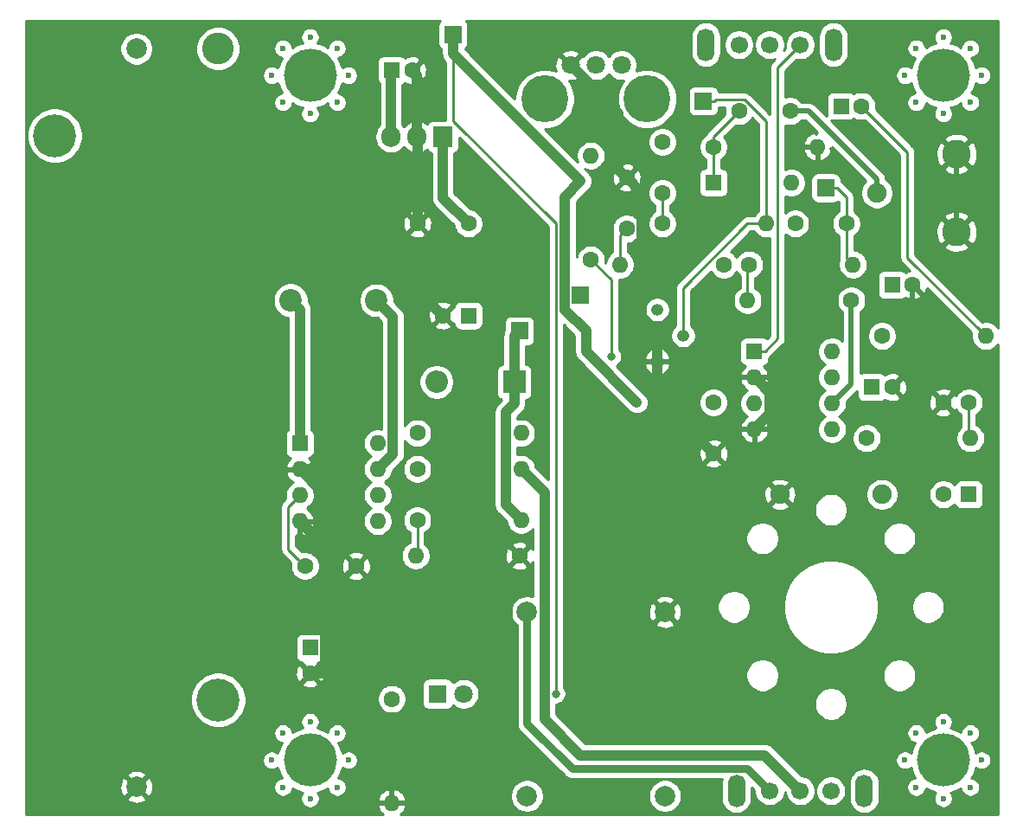
<source format=gbr>
G04 #@! TF.GenerationSoftware,KiCad,Pcbnew,5.1.5-52549c5~84~ubuntu18.04.1*
G04 #@! TF.CreationDate,2020-03-26T22:13:58-06:00*
G04 #@! TF.ProjectId,all-through-hole,616c6c2d-7468-4726-9f75-67682d686f6c,rev?*
G04 #@! TF.SameCoordinates,Original*
G04 #@! TF.FileFunction,Copper,L2,Bot*
G04 #@! TF.FilePolarity,Positive*
%FSLAX46Y46*%
G04 Gerber Fmt 4.6, Leading zero omitted, Abs format (unit mm)*
G04 Created by KiCad (PCBNEW 5.1.5-52549c5~84~ubuntu18.04.1) date 2020-03-26 22:13:58*
%MOMM*%
%LPD*%
G04 APERTURE LIST*
%ADD10O,1.700000X3.200000*%
%ADD11C,1.700000*%
%ADD12C,0.600000*%
%ADD13C,5.200000*%
%ADD14O,1.600000X1.600000*%
%ADD15R,1.600000X1.600000*%
%ADD16O,1.905000X2.000000*%
%ADD17R,1.905000X2.000000*%
%ADD18C,4.600000*%
%ADD19C,1.800000*%
%ADD20C,1.600000*%
%ADD21O,1.200000X1.200000*%
%ADD22O,1.200000X1.600000*%
%ADD23C,1.900000*%
%ADD24C,2.200000*%
%ADD25C,2.800000*%
%ADD26R,1.700000X1.700000*%
%ADD27R,1.800000X1.800000*%
%ADD28O,2.200000X2.200000*%
%ADD29R,2.200000X2.200000*%
%ADD30C,3.100000*%
%ADD31C,4.200000*%
%ADD32C,2.000000*%
%ADD33C,0.800000*%
%ADD34C,1.000000*%
%ADD35C,0.500000*%
%ADD36C,0.250000*%
%ADD37C,0.750000*%
%ADD38C,0.254000*%
G04 APERTURE END LIST*
D10*
X162250000Y-40500000D03*
X149750000Y-40500000D03*
D11*
X153000000Y-40500000D03*
X159000000Y-40500000D03*
X156000000Y-40500000D03*
D12*
X175650000Y-46150000D03*
X170350000Y-46150000D03*
X175650000Y-40850000D03*
X170350000Y-40850000D03*
X169250000Y-43500000D03*
X176750000Y-43500000D03*
X173000000Y-47250000D03*
X173000000Y-39750000D03*
D13*
X173000000Y-43500000D03*
D12*
X113650000Y-46150000D03*
X108350000Y-46150000D03*
X113650000Y-40850000D03*
X108350000Y-40850000D03*
X107250000Y-43500000D03*
X114750000Y-43500000D03*
X111000000Y-47250000D03*
X111000000Y-39750000D03*
D13*
X111000000Y-43500000D03*
D12*
X175650000Y-113150000D03*
X170350000Y-113150000D03*
X175650000Y-107850000D03*
X170350000Y-107850000D03*
X169250000Y-110500000D03*
X176750000Y-110500000D03*
X173000000Y-114250000D03*
X173000000Y-106750000D03*
D13*
X173000000Y-110500000D03*
D12*
X113650000Y-113150000D03*
X108350000Y-113150000D03*
X113650000Y-107850000D03*
X108350000Y-107850000D03*
X107250000Y-110500000D03*
X114750000Y-110500000D03*
X111000000Y-114250000D03*
X111000000Y-106750000D03*
D13*
X111000000Y-110500000D03*
D14*
X162120000Y-70500000D03*
X154500000Y-78120000D03*
X162120000Y-73040000D03*
X154500000Y-75580000D03*
X162120000Y-75580000D03*
X154500000Y-73040000D03*
X162120000Y-78120000D03*
D15*
X154500000Y-70500000D03*
D16*
X118920000Y-49500000D03*
X121460000Y-49500000D03*
D17*
X124000000Y-49500000D03*
D14*
X117620000Y-79500000D03*
X110000000Y-87120000D03*
X117620000Y-82040000D03*
X110000000Y-84580000D03*
X117620000Y-84580000D03*
X110000000Y-82040000D03*
X117620000Y-87120000D03*
D15*
X110000000Y-79500000D03*
D10*
X152750000Y-113500000D03*
X165250000Y-113500000D03*
D11*
X162000000Y-113500000D03*
X156000000Y-113500000D03*
X159000000Y-113500000D03*
D18*
X144000000Y-45800000D03*
X134000000Y-45800000D03*
D19*
X141500000Y-42500000D03*
X139000000Y-42500000D03*
X136500000Y-42500000D03*
D14*
X175660000Y-79000000D03*
D20*
X165500000Y-79000000D03*
D14*
X177160000Y-69000000D03*
D20*
X167000000Y-69000000D03*
D14*
X138500000Y-51340000D03*
D20*
X138500000Y-61500000D03*
D14*
X155660000Y-58000000D03*
D20*
X145500000Y-58000000D03*
D14*
X141340000Y-62000000D03*
D20*
X151500000Y-62000000D03*
D14*
X153840000Y-65500000D03*
D20*
X164000000Y-65500000D03*
D14*
X164160000Y-62000000D03*
D20*
X154000000Y-62000000D03*
X150500000Y-50500000D03*
D14*
X160660000Y-50500000D03*
X119000000Y-114660000D03*
D20*
X119000000Y-104500000D03*
D14*
X121340000Y-90500000D03*
D20*
X131500000Y-90500000D03*
D14*
X131660000Y-87000000D03*
D20*
X121500000Y-87000000D03*
D14*
X131660000Y-78500000D03*
D20*
X121500000Y-78500000D03*
D14*
X131660000Y-82000000D03*
D20*
X121500000Y-82000000D03*
D21*
X145000000Y-66420000D03*
X147540000Y-68960000D03*
D22*
X145000000Y-71500000D03*
D23*
X157000000Y-84500000D03*
X167000000Y-84500000D03*
D24*
X109100000Y-65500000D03*
X117500000Y-65500000D03*
D25*
X174300000Y-51200000D03*
X174300000Y-58800000D03*
D23*
X166500000Y-55000000D03*
D26*
X149500000Y-46000000D03*
X137500000Y-65000000D03*
X161500000Y-54500000D03*
X125000000Y-39500000D03*
X131500000Y-68500000D03*
D15*
X150500000Y-54000000D03*
D14*
X158120000Y-54000000D03*
D19*
X126040000Y-104000000D03*
D27*
X123500000Y-104000000D03*
D28*
X123380000Y-73500000D03*
D29*
X131000000Y-73500000D03*
D20*
X168000000Y-74000000D03*
D15*
X166000000Y-74000000D03*
D20*
X173000000Y-84500000D03*
D15*
X175500000Y-84500000D03*
D20*
X173000000Y-75500000D03*
X175500000Y-75500000D03*
X165000000Y-46500000D03*
D15*
X163000000Y-46500000D03*
D20*
X150500000Y-80500000D03*
X150500000Y-75500000D03*
X145500000Y-55000000D03*
X145500000Y-50000000D03*
X142000000Y-53500000D03*
X142000000Y-58500000D03*
X170000000Y-64000000D03*
D15*
X168000000Y-64000000D03*
D20*
X163500000Y-58000000D03*
X158500000Y-58000000D03*
X158000000Y-47000000D03*
X153000000Y-47000000D03*
X121000000Y-43000000D03*
D15*
X119000000Y-43000000D03*
D20*
X121500000Y-58000000D03*
X126500000Y-58000000D03*
X124000000Y-67000000D03*
D15*
X126500000Y-67000000D03*
D20*
X115500000Y-91500000D03*
X110500000Y-91500000D03*
X111000000Y-102000000D03*
D15*
X111000000Y-99500000D03*
D30*
X102000000Y-40890000D03*
D31*
X102000000Y-104600000D03*
X86000000Y-49400000D03*
D32*
X94000000Y-40890000D03*
X94000000Y-113110000D03*
X145750000Y-96000000D03*
X132250000Y-96000000D03*
X145750000Y-114000000D03*
X132250000Y-114000000D03*
D33*
X130000000Y-102000000D03*
X143000000Y-75500000D03*
X135050011Y-104000000D03*
X140500000Y-71000000D03*
D34*
X110799999Y-87919999D02*
X110000000Y-87120000D01*
D35*
X114700001Y-92299999D02*
X115500000Y-91500000D01*
X112250001Y-94750001D02*
X114700001Y-92299999D01*
D36*
X131500000Y-90500000D02*
X130700001Y-91299999D01*
X130700001Y-91299999D02*
X130700001Y-101299999D01*
X130700001Y-101299999D02*
X130000000Y-102000000D01*
D34*
X121500000Y-49540000D02*
X121460000Y-49500000D01*
X121500000Y-58000000D02*
X121500000Y-49540000D01*
X112500000Y-80671370D02*
X112500000Y-67500000D01*
X110000000Y-82040000D02*
X111131370Y-82040000D01*
X111131370Y-82040000D02*
X112500000Y-80671370D01*
X121460000Y-43460000D02*
X121000000Y-43000000D01*
X121460000Y-49500000D02*
X121460000Y-43460000D01*
X112500001Y-89620001D02*
X110000000Y-87120000D01*
X112500001Y-101631369D02*
X112500001Y-89620001D01*
X111000000Y-102000000D02*
X112131370Y-102000000D01*
X112131370Y-102000000D02*
X112500001Y-101631369D01*
X112500001Y-84540001D02*
X110000000Y-82040000D01*
X112500001Y-89620001D02*
X112500001Y-84540001D01*
X112500000Y-67500000D02*
X116500000Y-63500000D01*
X120500000Y-63500000D02*
X124000000Y-67000000D01*
X116500000Y-63500000D02*
X120500000Y-63500000D01*
X141200001Y-52700001D02*
X142000000Y-53500000D01*
X136500000Y-42500000D02*
X141200001Y-47200001D01*
X141200001Y-47200001D02*
X141200001Y-52700001D01*
X145000000Y-69700000D02*
X145000000Y-71500000D01*
X143500001Y-68200001D02*
X145000000Y-69700000D01*
X142000000Y-53500000D02*
X143500001Y-55000001D01*
X143500001Y-55000001D02*
X143500001Y-68200001D01*
X145000000Y-75000000D02*
X150500000Y-80500000D01*
X145000000Y-71500000D02*
X145000000Y-75000000D01*
X155299999Y-73839999D02*
X154500000Y-73040000D01*
X156000001Y-74540001D02*
X155299999Y-73839999D01*
X154500000Y-78120000D02*
X156000001Y-76619999D01*
X156000001Y-76619999D02*
X156000001Y-74540001D01*
D35*
X174300000Y-51200000D02*
X174300000Y-58800000D01*
X170000000Y-72000000D02*
X170000000Y-64000000D01*
X168000000Y-74000000D02*
X170000000Y-72000000D01*
D37*
X136658249Y-111324990D02*
X132250000Y-106916741D01*
X132250000Y-97414213D02*
X132250000Y-96000000D01*
X132250000Y-106916741D02*
X132250000Y-97414213D01*
X156000000Y-113500000D02*
X153824990Y-111324990D01*
X153824990Y-111324990D02*
X136658249Y-111324990D01*
D36*
X109700001Y-90700001D02*
X110500000Y-91500000D01*
X108874999Y-89874999D02*
X109700001Y-90700001D01*
X110000000Y-84580000D02*
X108874999Y-85705001D01*
X108874999Y-85705001D02*
X108874999Y-89874999D01*
D34*
X131000000Y-75600000D02*
X131000000Y-73500000D01*
X130159999Y-76440001D02*
X131000000Y-75600000D01*
X131660000Y-87000000D02*
X130159999Y-85499999D01*
X130159999Y-85499999D02*
X130159999Y-76440001D01*
X131000000Y-69000000D02*
X131500000Y-68500000D01*
X131000000Y-73500000D02*
X131000000Y-69000000D01*
X126500000Y-58000000D02*
X124000000Y-55500000D01*
X124000000Y-55500000D02*
X124000000Y-49500000D01*
X118920000Y-43080000D02*
X119000000Y-43000000D01*
X118920000Y-49500000D02*
X118920000Y-43080000D01*
X125000000Y-41350000D02*
X137500000Y-53850000D01*
X125000000Y-39500000D02*
X125000000Y-41350000D01*
X137500000Y-53850000D02*
X135949999Y-55400001D01*
X135949999Y-66410001D02*
X138039998Y-68500000D01*
X135949999Y-55400001D02*
X135949999Y-66410001D01*
X138039998Y-68500000D02*
X138039998Y-70539998D01*
X138039998Y-70539998D02*
X143000000Y-75500000D01*
D35*
X164000000Y-73700000D02*
X164000000Y-65500000D01*
X162120000Y-75580000D02*
X164000000Y-73700000D01*
D36*
X135050011Y-58012509D02*
X135050011Y-103434315D01*
X125000000Y-39500000D02*
X125000000Y-47962498D01*
X135050011Y-103434315D02*
X135050011Y-104000000D01*
X125000000Y-47962498D02*
X135050011Y-58012509D01*
X150500000Y-49500000D02*
X150500000Y-50500000D01*
X153000000Y-47000000D02*
X150500000Y-49500000D01*
X150500000Y-50500000D02*
X150500000Y-54000000D01*
D35*
X159131370Y-47000000D02*
X158000000Y-47000000D01*
X166500000Y-55000000D02*
X166500000Y-53656498D01*
X159843502Y-47000000D02*
X159131370Y-47000000D01*
X166500000Y-53656498D02*
X159843502Y-47000000D01*
D36*
X163500000Y-56868630D02*
X163500000Y-58000000D01*
X163500000Y-55400000D02*
X163500000Y-56868630D01*
X161500000Y-54500000D02*
X162600000Y-54500000D01*
X162600000Y-54500000D02*
X163500000Y-55400000D01*
X163500000Y-61340000D02*
X164160000Y-62000000D01*
X163500000Y-58000000D02*
X163500000Y-61340000D01*
X150600000Y-46000000D02*
X149500000Y-46000000D01*
X153540001Y-45874999D02*
X150725001Y-45874999D01*
X155660000Y-58000000D02*
X155660000Y-47994998D01*
X150725001Y-45874999D02*
X150600000Y-46000000D01*
X155660000Y-47994998D02*
X153540001Y-45874999D01*
X155660000Y-58000000D02*
X153834998Y-58000000D01*
X147540000Y-64294998D02*
X147540000Y-68960000D01*
X153834998Y-58000000D02*
X147540000Y-64294998D01*
X145500000Y-55000000D02*
X145500000Y-58000000D01*
X141340000Y-59160000D02*
X142000000Y-58500000D01*
X141340000Y-62000000D02*
X141340000Y-59160000D01*
X165000000Y-46500000D02*
X169500000Y-51000000D01*
X169500000Y-61340000D02*
X177160000Y-69000000D01*
X169500000Y-51000000D02*
X169500000Y-61340000D01*
X175500000Y-78840000D02*
X175660000Y-79000000D01*
X175500000Y-75500000D02*
X175500000Y-78840000D01*
D34*
X110000000Y-66400000D02*
X109100000Y-65500000D01*
X110000000Y-79500000D02*
X110000000Y-66400000D01*
X118599999Y-66599999D02*
X117500000Y-65500000D01*
X119120001Y-67120001D02*
X118599999Y-66599999D01*
X117620000Y-82040000D02*
X119120001Y-80539999D01*
X119120001Y-80539999D02*
X119120001Y-67120001D01*
X159000000Y-113500000D02*
X155500000Y-110000000D01*
X155500000Y-110000000D02*
X137500000Y-110000000D01*
X137500000Y-110000000D02*
X133950001Y-106450001D01*
X132459999Y-82799999D02*
X131660000Y-82000000D01*
X133950001Y-106450001D02*
X133950001Y-84290001D01*
X133950001Y-84290001D02*
X132459999Y-82799999D01*
D36*
X121500000Y-90340000D02*
X121340000Y-90500000D01*
X121500000Y-87000000D02*
X121500000Y-90340000D01*
X153840000Y-62160000D02*
X154000000Y-62000000D01*
X153840000Y-65500000D02*
X153840000Y-62160000D01*
X140500000Y-63500000D02*
X138500000Y-61500000D01*
X140500000Y-71000000D02*
X140500000Y-63500000D01*
X155550000Y-70500000D02*
X154500000Y-70500000D01*
X156785001Y-69264999D02*
X155550000Y-70500000D01*
X159000000Y-40500000D02*
X156785001Y-42714999D01*
X156785001Y-42714999D02*
X156785001Y-69264999D01*
D38*
G36*
X123698815Y-38198815D02*
G01*
X123619463Y-38295506D01*
X123560498Y-38405820D01*
X123524188Y-38525518D01*
X123511928Y-38650000D01*
X123511928Y-40350000D01*
X123524188Y-40474482D01*
X123560498Y-40594180D01*
X123619463Y-40704494D01*
X123698815Y-40801185D01*
X123795506Y-40880537D01*
X123865001Y-40917683D01*
X123865001Y-41294239D01*
X123859509Y-41350000D01*
X123881423Y-41572498D01*
X123946324Y-41786446D01*
X123946325Y-41786447D01*
X124051717Y-41983623D01*
X124193552Y-42156449D01*
X124236860Y-42191991D01*
X124240000Y-42195131D01*
X124240001Y-47861928D01*
X123047500Y-47861928D01*
X122923018Y-47874188D01*
X122803320Y-47910498D01*
X122693006Y-47969463D01*
X122596315Y-48048815D01*
X122516963Y-48145506D01*
X122467941Y-48237219D01*
X122326923Y-48124031D01*
X122051094Y-47980429D01*
X121832980Y-47909437D01*
X121587000Y-48029406D01*
X121587000Y-49373000D01*
X121607000Y-49373000D01*
X121607000Y-49627000D01*
X121587000Y-49627000D01*
X121587000Y-50970594D01*
X121832980Y-51090563D01*
X122051094Y-51019571D01*
X122326923Y-50875969D01*
X122467941Y-50762781D01*
X122516963Y-50854494D01*
X122596315Y-50951185D01*
X122693006Y-51030537D01*
X122803320Y-51089502D01*
X122865001Y-51108213D01*
X122865000Y-55444248D01*
X122859509Y-55500000D01*
X122865000Y-55555751D01*
X122881423Y-55722498D01*
X122946324Y-55936446D01*
X123051716Y-56133623D01*
X123193551Y-56306449D01*
X123236865Y-56341996D01*
X125072150Y-58177282D01*
X125120147Y-58418574D01*
X125228320Y-58679727D01*
X125385363Y-58914759D01*
X125585241Y-59114637D01*
X125820273Y-59271680D01*
X126081426Y-59379853D01*
X126358665Y-59435000D01*
X126641335Y-59435000D01*
X126918574Y-59379853D01*
X127179727Y-59271680D01*
X127414759Y-59114637D01*
X127614637Y-58914759D01*
X127771680Y-58679727D01*
X127879853Y-58418574D01*
X127935000Y-58141335D01*
X127935000Y-57858665D01*
X127879853Y-57581426D01*
X127771680Y-57320273D01*
X127614637Y-57085241D01*
X127414759Y-56885363D01*
X127179727Y-56728320D01*
X126918574Y-56620147D01*
X126677282Y-56572150D01*
X125135000Y-55029869D01*
X125135000Y-51108212D01*
X125196680Y-51089502D01*
X125306994Y-51030537D01*
X125403685Y-50951185D01*
X125483037Y-50854494D01*
X125542002Y-50744180D01*
X125578312Y-50624482D01*
X125590572Y-50500000D01*
X125590572Y-49627871D01*
X134290011Y-58327311D01*
X134290012Y-83024880D01*
X133301991Y-82036860D01*
X133301987Y-82036855D01*
X133087850Y-81822718D01*
X133039853Y-81581426D01*
X132931680Y-81320273D01*
X132774637Y-81085241D01*
X132574759Y-80885363D01*
X132339727Y-80728320D01*
X132078574Y-80620147D01*
X131801335Y-80565000D01*
X131518665Y-80565000D01*
X131294999Y-80609491D01*
X131294999Y-79890509D01*
X131518665Y-79935000D01*
X131801335Y-79935000D01*
X132078574Y-79879853D01*
X132339727Y-79771680D01*
X132574759Y-79614637D01*
X132774637Y-79414759D01*
X132931680Y-79179727D01*
X133039853Y-78918574D01*
X133095000Y-78641335D01*
X133095000Y-78358665D01*
X133039853Y-78081426D01*
X132931680Y-77820273D01*
X132774637Y-77585241D01*
X132574759Y-77385363D01*
X132339727Y-77228320D01*
X132078574Y-77120147D01*
X131801335Y-77065000D01*
X131518665Y-77065000D01*
X131294999Y-77109491D01*
X131294999Y-76910132D01*
X131763140Y-76441992D01*
X131806449Y-76406449D01*
X131948284Y-76233623D01*
X132053676Y-76036447D01*
X132118577Y-75822499D01*
X132135000Y-75655752D01*
X132135000Y-75655751D01*
X132140491Y-75600000D01*
X132135000Y-75544248D01*
X132135000Y-75234625D01*
X132224482Y-75225812D01*
X132344180Y-75189502D01*
X132454494Y-75130537D01*
X132551185Y-75051185D01*
X132630537Y-74954494D01*
X132689502Y-74844180D01*
X132725812Y-74724482D01*
X132738072Y-74600000D01*
X132738072Y-72400000D01*
X132725812Y-72275518D01*
X132689502Y-72155820D01*
X132630537Y-72045506D01*
X132551185Y-71948815D01*
X132454494Y-71869463D01*
X132344180Y-71810498D01*
X132224482Y-71774188D01*
X132135000Y-71765375D01*
X132135000Y-69988072D01*
X132350000Y-69988072D01*
X132474482Y-69975812D01*
X132594180Y-69939502D01*
X132704494Y-69880537D01*
X132801185Y-69801185D01*
X132880537Y-69704494D01*
X132939502Y-69594180D01*
X132975812Y-69474482D01*
X132988072Y-69350000D01*
X132988072Y-67650000D01*
X132975812Y-67525518D01*
X132939502Y-67405820D01*
X132880537Y-67295506D01*
X132801185Y-67198815D01*
X132704494Y-67119463D01*
X132594180Y-67060498D01*
X132474482Y-67024188D01*
X132350000Y-67011928D01*
X130650000Y-67011928D01*
X130525518Y-67024188D01*
X130405820Y-67060498D01*
X130295506Y-67119463D01*
X130198815Y-67198815D01*
X130119463Y-67295506D01*
X130060498Y-67405820D01*
X130024188Y-67525518D01*
X130011928Y-67650000D01*
X130011928Y-68440818D01*
X130010094Y-68444249D01*
X129946324Y-68563554D01*
X129881423Y-68777502D01*
X129859509Y-69000000D01*
X129865001Y-69055761D01*
X129865000Y-71765375D01*
X129775518Y-71774188D01*
X129655820Y-71810498D01*
X129545506Y-71869463D01*
X129448815Y-71948815D01*
X129369463Y-72045506D01*
X129310498Y-72155820D01*
X129274188Y-72275518D01*
X129261928Y-72400000D01*
X129261928Y-74600000D01*
X129274188Y-74724482D01*
X129310498Y-74844180D01*
X129369463Y-74954494D01*
X129448815Y-75051185D01*
X129545506Y-75130537D01*
X129655820Y-75189502D01*
X129770560Y-75224308D01*
X129396859Y-75598010D01*
X129353551Y-75633552D01*
X129211716Y-75806378D01*
X129155383Y-75911771D01*
X129106323Y-76003555D01*
X129041422Y-76217503D01*
X129019508Y-76440001D01*
X129025000Y-76495762D01*
X129024999Y-85444247D01*
X129019508Y-85499999D01*
X129024999Y-85555750D01*
X129041422Y-85722497D01*
X129106323Y-85936445D01*
X129211715Y-86133622D01*
X129353550Y-86306448D01*
X129396864Y-86341995D01*
X130232150Y-87177282D01*
X130280147Y-87418574D01*
X130388320Y-87679727D01*
X130545363Y-87914759D01*
X130745241Y-88114637D01*
X130980273Y-88271680D01*
X131241426Y-88379853D01*
X131518665Y-88435000D01*
X131801335Y-88435000D01*
X132078574Y-88379853D01*
X132339727Y-88271680D01*
X132574759Y-88114637D01*
X132774637Y-87914759D01*
X132815002Y-87854349D01*
X132815002Y-89915582D01*
X132803603Y-89883708D01*
X132736671Y-89758486D01*
X132492702Y-89686903D01*
X131679605Y-90500000D01*
X132492702Y-91313097D01*
X132736671Y-91241514D01*
X132815002Y-91075970D01*
X132815002Y-94464320D01*
X132726912Y-94427832D01*
X132411033Y-94365000D01*
X132088967Y-94365000D01*
X131773088Y-94427832D01*
X131475537Y-94551082D01*
X131207748Y-94730013D01*
X130980013Y-94957748D01*
X130801082Y-95225537D01*
X130677832Y-95523088D01*
X130615000Y-95838967D01*
X130615000Y-96161033D01*
X130677832Y-96476912D01*
X130801082Y-96774463D01*
X130980013Y-97042252D01*
X131207748Y-97269987D01*
X131240000Y-97291537D01*
X131240000Y-97463820D01*
X131240001Y-97463830D01*
X131240000Y-106867133D01*
X131235114Y-106916741D01*
X131240000Y-106966348D01*
X131254615Y-107114734D01*
X131312368Y-107305120D01*
X131406153Y-107480581D01*
X131532367Y-107634374D01*
X131570906Y-107666002D01*
X135908992Y-112004089D01*
X135940616Y-112042623D01*
X136094409Y-112168837D01*
X136269869Y-112262622D01*
X136460254Y-112320375D01*
X136658249Y-112339876D01*
X136707857Y-112334990D01*
X151324072Y-112334990D01*
X151286487Y-112458890D01*
X151265000Y-112677051D01*
X151265000Y-114322950D01*
X151286487Y-114541111D01*
X151371402Y-114821034D01*
X151509295Y-115079014D01*
X151694867Y-115305134D01*
X151920987Y-115490706D01*
X152178967Y-115628599D01*
X152458890Y-115713513D01*
X152750000Y-115742185D01*
X153041111Y-115713513D01*
X153321034Y-115628599D01*
X153579014Y-115490706D01*
X153805134Y-115305134D01*
X153990706Y-115079014D01*
X154128599Y-114821034D01*
X154213513Y-114541111D01*
X154235000Y-114322950D01*
X154235000Y-113163356D01*
X154515000Y-113443356D01*
X154515000Y-113646260D01*
X154572068Y-113933158D01*
X154684010Y-114203411D01*
X154846525Y-114446632D01*
X155053368Y-114653475D01*
X155296589Y-114815990D01*
X155566842Y-114927932D01*
X155853740Y-114985000D01*
X156146260Y-114985000D01*
X156433158Y-114927932D01*
X156703411Y-114815990D01*
X156946632Y-114653475D01*
X157153475Y-114446632D01*
X157315990Y-114203411D01*
X157427932Y-113933158D01*
X157485000Y-113646260D01*
X157485000Y-113590132D01*
X157515000Y-113620132D01*
X157515000Y-113646260D01*
X157572068Y-113933158D01*
X157684010Y-114203411D01*
X157846525Y-114446632D01*
X158053368Y-114653475D01*
X158296589Y-114815990D01*
X158566842Y-114927932D01*
X158853740Y-114985000D01*
X159146260Y-114985000D01*
X159433158Y-114927932D01*
X159703411Y-114815990D01*
X159946632Y-114653475D01*
X160153475Y-114446632D01*
X160315990Y-114203411D01*
X160427932Y-113933158D01*
X160485000Y-113646260D01*
X160485000Y-113353740D01*
X160515000Y-113353740D01*
X160515000Y-113646260D01*
X160572068Y-113933158D01*
X160684010Y-114203411D01*
X160846525Y-114446632D01*
X161053368Y-114653475D01*
X161296589Y-114815990D01*
X161566842Y-114927932D01*
X161853740Y-114985000D01*
X162146260Y-114985000D01*
X162433158Y-114927932D01*
X162703411Y-114815990D01*
X162946632Y-114653475D01*
X163153475Y-114446632D01*
X163315990Y-114203411D01*
X163427932Y-113933158D01*
X163485000Y-113646260D01*
X163485000Y-113353740D01*
X163427932Y-113066842D01*
X163315990Y-112796589D01*
X163236118Y-112677051D01*
X163765000Y-112677051D01*
X163765000Y-114322950D01*
X163786487Y-114541111D01*
X163871402Y-114821034D01*
X164009295Y-115079014D01*
X164194867Y-115305134D01*
X164420987Y-115490706D01*
X164678967Y-115628599D01*
X164958890Y-115713513D01*
X165250000Y-115742185D01*
X165541111Y-115713513D01*
X165821034Y-115628599D01*
X166079014Y-115490706D01*
X166305134Y-115305134D01*
X166490706Y-115079014D01*
X166628599Y-114821034D01*
X166713513Y-114541111D01*
X166735000Y-114322950D01*
X166735000Y-112677050D01*
X166713513Y-112458889D01*
X166628599Y-112178966D01*
X166490706Y-111920986D01*
X166305134Y-111694866D01*
X166079013Y-111509294D01*
X165821033Y-111371401D01*
X165541110Y-111286487D01*
X165250000Y-111257815D01*
X164958889Y-111286487D01*
X164678966Y-111371401D01*
X164420986Y-111509294D01*
X164194866Y-111694866D01*
X164009294Y-111920987D01*
X163871401Y-112178967D01*
X163786487Y-112458890D01*
X163765000Y-112677051D01*
X163236118Y-112677051D01*
X163153475Y-112553368D01*
X162946632Y-112346525D01*
X162703411Y-112184010D01*
X162433158Y-112072068D01*
X162146260Y-112015000D01*
X161853740Y-112015000D01*
X161566842Y-112072068D01*
X161296589Y-112184010D01*
X161053368Y-112346525D01*
X160846525Y-112553368D01*
X160684010Y-112796589D01*
X160572068Y-113066842D01*
X160515000Y-113353740D01*
X160485000Y-113353740D01*
X160427932Y-113066842D01*
X160315990Y-112796589D01*
X160153475Y-112553368D01*
X159946632Y-112346525D01*
X159703411Y-112184010D01*
X159433158Y-112072068D01*
X159146260Y-112015000D01*
X159120132Y-112015000D01*
X157513043Y-110407911D01*
X168315000Y-110407911D01*
X168315000Y-110592089D01*
X168350932Y-110772729D01*
X168421414Y-110942889D01*
X168523738Y-111096028D01*
X168653972Y-111226262D01*
X168807111Y-111328586D01*
X168977271Y-111399068D01*
X169157911Y-111435000D01*
X169342089Y-111435000D01*
X169522729Y-111399068D01*
X169692889Y-111328586D01*
X169846028Y-111226262D01*
X169846075Y-111226215D01*
X169889319Y-111443615D01*
X170133180Y-112032347D01*
X170255540Y-112215472D01*
X170077271Y-112250932D01*
X169907111Y-112321414D01*
X169753972Y-112423738D01*
X169623738Y-112553972D01*
X169521414Y-112707111D01*
X169450932Y-112877271D01*
X169415000Y-113057911D01*
X169415000Y-113242089D01*
X169450932Y-113422729D01*
X169521414Y-113592889D01*
X169623738Y-113746028D01*
X169753972Y-113876262D01*
X169907111Y-113978586D01*
X170077271Y-114049068D01*
X170257911Y-114085000D01*
X170442089Y-114085000D01*
X170622729Y-114049068D01*
X170792889Y-113978586D01*
X170946028Y-113876262D01*
X171076262Y-113746028D01*
X171178586Y-113592889D01*
X171249068Y-113422729D01*
X171284528Y-113244460D01*
X171467653Y-113366820D01*
X172056385Y-113610681D01*
X172273785Y-113653925D01*
X172273738Y-113653972D01*
X172171414Y-113807111D01*
X172100932Y-113977271D01*
X172065000Y-114157911D01*
X172065000Y-114342089D01*
X172100932Y-114522729D01*
X172171414Y-114692889D01*
X172273738Y-114846028D01*
X172403972Y-114976262D01*
X172557111Y-115078586D01*
X172727271Y-115149068D01*
X172907911Y-115185000D01*
X173092089Y-115185000D01*
X173272729Y-115149068D01*
X173442889Y-115078586D01*
X173596028Y-114976262D01*
X173726262Y-114846028D01*
X173828586Y-114692889D01*
X173899068Y-114522729D01*
X173935000Y-114342089D01*
X173935000Y-114157911D01*
X173899068Y-113977271D01*
X173828586Y-113807111D01*
X173726262Y-113653972D01*
X173726215Y-113653925D01*
X173943615Y-113610681D01*
X174532347Y-113366820D01*
X174715472Y-113244460D01*
X174750932Y-113422729D01*
X174821414Y-113592889D01*
X174923738Y-113746028D01*
X175053972Y-113876262D01*
X175207111Y-113978586D01*
X175377271Y-114049068D01*
X175557911Y-114085000D01*
X175742089Y-114085000D01*
X175922729Y-114049068D01*
X176092889Y-113978586D01*
X176246028Y-113876262D01*
X176376262Y-113746028D01*
X176478586Y-113592889D01*
X176549068Y-113422729D01*
X176585000Y-113242089D01*
X176585000Y-113057911D01*
X176549068Y-112877271D01*
X176478586Y-112707111D01*
X176376262Y-112553972D01*
X176246028Y-112423738D01*
X176092889Y-112321414D01*
X175922729Y-112250932D01*
X175744460Y-112215472D01*
X175866820Y-112032347D01*
X176110681Y-111443615D01*
X176153925Y-111226215D01*
X176153972Y-111226262D01*
X176307111Y-111328586D01*
X176477271Y-111399068D01*
X176657911Y-111435000D01*
X176842089Y-111435000D01*
X177022729Y-111399068D01*
X177192889Y-111328586D01*
X177346028Y-111226262D01*
X177476262Y-111096028D01*
X177578586Y-110942889D01*
X177649068Y-110772729D01*
X177685000Y-110592089D01*
X177685000Y-110407911D01*
X177649068Y-110227271D01*
X177578586Y-110057111D01*
X177476262Y-109903972D01*
X177346028Y-109773738D01*
X177192889Y-109671414D01*
X177022729Y-109600932D01*
X176842089Y-109565000D01*
X176657911Y-109565000D01*
X176477271Y-109600932D01*
X176307111Y-109671414D01*
X176153972Y-109773738D01*
X176153925Y-109773785D01*
X176110681Y-109556385D01*
X175866820Y-108967653D01*
X175744460Y-108784528D01*
X175922729Y-108749068D01*
X176092889Y-108678586D01*
X176246028Y-108576262D01*
X176376262Y-108446028D01*
X176478586Y-108292889D01*
X176549068Y-108122729D01*
X176585000Y-107942089D01*
X176585000Y-107757911D01*
X176549068Y-107577271D01*
X176478586Y-107407111D01*
X176376262Y-107253972D01*
X176246028Y-107123738D01*
X176092889Y-107021414D01*
X175922729Y-106950932D01*
X175742089Y-106915000D01*
X175557911Y-106915000D01*
X175377271Y-106950932D01*
X175207111Y-107021414D01*
X175053972Y-107123738D01*
X174923738Y-107253972D01*
X174821414Y-107407111D01*
X174750932Y-107577271D01*
X174715472Y-107755540D01*
X174532347Y-107633180D01*
X173943615Y-107389319D01*
X173726215Y-107346075D01*
X173726262Y-107346028D01*
X173828586Y-107192889D01*
X173899068Y-107022729D01*
X173935000Y-106842089D01*
X173935000Y-106657911D01*
X173899068Y-106477271D01*
X173828586Y-106307111D01*
X173726262Y-106153972D01*
X173596028Y-106023738D01*
X173442889Y-105921414D01*
X173272729Y-105850932D01*
X173092089Y-105815000D01*
X172907911Y-105815000D01*
X172727271Y-105850932D01*
X172557111Y-105921414D01*
X172403972Y-106023738D01*
X172273738Y-106153972D01*
X172171414Y-106307111D01*
X172100932Y-106477271D01*
X172065000Y-106657911D01*
X172065000Y-106842089D01*
X172100932Y-107022729D01*
X172171414Y-107192889D01*
X172273738Y-107346028D01*
X172273785Y-107346075D01*
X172056385Y-107389319D01*
X171467653Y-107633180D01*
X171284528Y-107755540D01*
X171249068Y-107577271D01*
X171178586Y-107407111D01*
X171076262Y-107253972D01*
X170946028Y-107123738D01*
X170792889Y-107021414D01*
X170622729Y-106950932D01*
X170442089Y-106915000D01*
X170257911Y-106915000D01*
X170077271Y-106950932D01*
X169907111Y-107021414D01*
X169753972Y-107123738D01*
X169623738Y-107253972D01*
X169521414Y-107407111D01*
X169450932Y-107577271D01*
X169415000Y-107757911D01*
X169415000Y-107942089D01*
X169450932Y-108122729D01*
X169521414Y-108292889D01*
X169623738Y-108446028D01*
X169753972Y-108576262D01*
X169907111Y-108678586D01*
X170077271Y-108749068D01*
X170255540Y-108784528D01*
X170133180Y-108967653D01*
X169889319Y-109556385D01*
X169846075Y-109773785D01*
X169846028Y-109773738D01*
X169692889Y-109671414D01*
X169522729Y-109600932D01*
X169342089Y-109565000D01*
X169157911Y-109565000D01*
X168977271Y-109600932D01*
X168807111Y-109671414D01*
X168653972Y-109773738D01*
X168523738Y-109903972D01*
X168421414Y-110057111D01*
X168350932Y-110227271D01*
X168315000Y-110407911D01*
X157513043Y-110407911D01*
X156341996Y-109236865D01*
X156306449Y-109193551D01*
X156133623Y-109051716D01*
X155936447Y-108946324D01*
X155722499Y-108881423D01*
X155555752Y-108865000D01*
X155555751Y-108865000D01*
X155500000Y-108859509D01*
X155444249Y-108865000D01*
X137970133Y-108865000D01*
X135085001Y-105979870D01*
X135085001Y-105035000D01*
X135151950Y-105035000D01*
X135351909Y-104995226D01*
X135540267Y-104917205D01*
X135657358Y-104838967D01*
X160365000Y-104838967D01*
X160365000Y-105161033D01*
X160427832Y-105476912D01*
X160551082Y-105774463D01*
X160730013Y-106042252D01*
X160957748Y-106269987D01*
X161225537Y-106448918D01*
X161523088Y-106572168D01*
X161838967Y-106635000D01*
X162161033Y-106635000D01*
X162476912Y-106572168D01*
X162774463Y-106448918D01*
X163042252Y-106269987D01*
X163269987Y-106042252D01*
X163448918Y-105774463D01*
X163572168Y-105476912D01*
X163635000Y-105161033D01*
X163635000Y-104838967D01*
X163572168Y-104523088D01*
X163448918Y-104225537D01*
X163269987Y-103957748D01*
X163042252Y-103730013D01*
X162774463Y-103551082D01*
X162476912Y-103427832D01*
X162161033Y-103365000D01*
X161838967Y-103365000D01*
X161523088Y-103427832D01*
X161225537Y-103551082D01*
X160957748Y-103730013D01*
X160730013Y-103957748D01*
X160551082Y-104225537D01*
X160427832Y-104523088D01*
X160365000Y-104838967D01*
X135657358Y-104838967D01*
X135709785Y-104803937D01*
X135853948Y-104659774D01*
X135967216Y-104490256D01*
X136045237Y-104301898D01*
X136085011Y-104101939D01*
X136085011Y-103898061D01*
X136045237Y-103698102D01*
X135967216Y-103509744D01*
X135853948Y-103340226D01*
X135810011Y-103296289D01*
X135810011Y-102038967D01*
X153665000Y-102038967D01*
X153665000Y-102361033D01*
X153727832Y-102676912D01*
X153851082Y-102974463D01*
X154030013Y-103242252D01*
X154257748Y-103469987D01*
X154525537Y-103648918D01*
X154823088Y-103772168D01*
X155138967Y-103835000D01*
X155461033Y-103835000D01*
X155776912Y-103772168D01*
X156074463Y-103648918D01*
X156342252Y-103469987D01*
X156569987Y-103242252D01*
X156748918Y-102974463D01*
X156872168Y-102676912D01*
X156935000Y-102361033D01*
X156935000Y-102038967D01*
X167065000Y-102038967D01*
X167065000Y-102361033D01*
X167127832Y-102676912D01*
X167251082Y-102974463D01*
X167430013Y-103242252D01*
X167657748Y-103469987D01*
X167925537Y-103648918D01*
X168223088Y-103772168D01*
X168538967Y-103835000D01*
X168861033Y-103835000D01*
X169176912Y-103772168D01*
X169474463Y-103648918D01*
X169742252Y-103469987D01*
X169969987Y-103242252D01*
X170148918Y-102974463D01*
X170272168Y-102676912D01*
X170335000Y-102361033D01*
X170335000Y-102038967D01*
X170272168Y-101723088D01*
X170148918Y-101425537D01*
X169969987Y-101157748D01*
X169742252Y-100930013D01*
X169474463Y-100751082D01*
X169176912Y-100627832D01*
X168861033Y-100565000D01*
X168538967Y-100565000D01*
X168223088Y-100627832D01*
X167925537Y-100751082D01*
X167657748Y-100930013D01*
X167430013Y-101157748D01*
X167251082Y-101425537D01*
X167127832Y-101723088D01*
X167065000Y-102038967D01*
X156935000Y-102038967D01*
X156872168Y-101723088D01*
X156748918Y-101425537D01*
X156569987Y-101157748D01*
X156342252Y-100930013D01*
X156074463Y-100751082D01*
X155776912Y-100627832D01*
X155461033Y-100565000D01*
X155138967Y-100565000D01*
X154823088Y-100627832D01*
X154525537Y-100751082D01*
X154257748Y-100930013D01*
X154030013Y-101157748D01*
X153851082Y-101425537D01*
X153727832Y-101723088D01*
X153665000Y-102038967D01*
X135810011Y-102038967D01*
X135810011Y-97135413D01*
X144794192Y-97135413D01*
X144889956Y-97399814D01*
X145179571Y-97540704D01*
X145491108Y-97622384D01*
X145812595Y-97641718D01*
X146131675Y-97597961D01*
X146436088Y-97492795D01*
X146610044Y-97399814D01*
X146705808Y-97135413D01*
X145750000Y-96179605D01*
X144794192Y-97135413D01*
X135810011Y-97135413D01*
X135810011Y-96062595D01*
X144108282Y-96062595D01*
X144152039Y-96381675D01*
X144257205Y-96686088D01*
X144350186Y-96860044D01*
X144614587Y-96955808D01*
X145570395Y-96000000D01*
X145929605Y-96000000D01*
X146885413Y-96955808D01*
X147149814Y-96860044D01*
X147290704Y-96570429D01*
X147372384Y-96258892D01*
X147391718Y-95937405D01*
X147347961Y-95618325D01*
X147251451Y-95338967D01*
X150865000Y-95338967D01*
X150865000Y-95661033D01*
X150927832Y-95976912D01*
X151051082Y-96274463D01*
X151230013Y-96542252D01*
X151457748Y-96769987D01*
X151725537Y-96948918D01*
X152023088Y-97072168D01*
X152338967Y-97135000D01*
X152661033Y-97135000D01*
X152976912Y-97072168D01*
X153274463Y-96948918D01*
X153542252Y-96769987D01*
X153769987Y-96542252D01*
X153948918Y-96274463D01*
X154072168Y-95976912D01*
X154135000Y-95661033D01*
X154135000Y-95338967D01*
X154076227Y-95043492D01*
X157365000Y-95043492D01*
X157365000Y-95956508D01*
X157543120Y-96851980D01*
X157892516Y-97695496D01*
X158399760Y-98454640D01*
X159045360Y-99100240D01*
X159804504Y-99607484D01*
X160648020Y-99956880D01*
X161543492Y-100135000D01*
X162456508Y-100135000D01*
X163351980Y-99956880D01*
X164195496Y-99607484D01*
X164954640Y-99100240D01*
X165600240Y-98454640D01*
X166107484Y-97695496D01*
X166456880Y-96851980D01*
X166635000Y-95956508D01*
X166635000Y-95338967D01*
X169865000Y-95338967D01*
X169865000Y-95661033D01*
X169927832Y-95976912D01*
X170051082Y-96274463D01*
X170230013Y-96542252D01*
X170457748Y-96769987D01*
X170725537Y-96948918D01*
X171023088Y-97072168D01*
X171338967Y-97135000D01*
X171661033Y-97135000D01*
X171976912Y-97072168D01*
X172274463Y-96948918D01*
X172542252Y-96769987D01*
X172769987Y-96542252D01*
X172948918Y-96274463D01*
X173072168Y-95976912D01*
X173135000Y-95661033D01*
X173135000Y-95338967D01*
X173072168Y-95023088D01*
X172948918Y-94725537D01*
X172769987Y-94457748D01*
X172542252Y-94230013D01*
X172274463Y-94051082D01*
X171976912Y-93927832D01*
X171661033Y-93865000D01*
X171338967Y-93865000D01*
X171023088Y-93927832D01*
X170725537Y-94051082D01*
X170457748Y-94230013D01*
X170230013Y-94457748D01*
X170051082Y-94725537D01*
X169927832Y-95023088D01*
X169865000Y-95338967D01*
X166635000Y-95338967D01*
X166635000Y-95043492D01*
X166456880Y-94148020D01*
X166107484Y-93304504D01*
X165600240Y-92545360D01*
X164954640Y-91899760D01*
X164195496Y-91392516D01*
X163351980Y-91043120D01*
X162456508Y-90865000D01*
X161543492Y-90865000D01*
X160648020Y-91043120D01*
X159804504Y-91392516D01*
X159045360Y-91899760D01*
X158399760Y-92545360D01*
X157892516Y-93304504D01*
X157543120Y-94148020D01*
X157365000Y-95043492D01*
X154076227Y-95043492D01*
X154072168Y-95023088D01*
X153948918Y-94725537D01*
X153769987Y-94457748D01*
X153542252Y-94230013D01*
X153274463Y-94051082D01*
X152976912Y-93927832D01*
X152661033Y-93865000D01*
X152338967Y-93865000D01*
X152023088Y-93927832D01*
X151725537Y-94051082D01*
X151457748Y-94230013D01*
X151230013Y-94457748D01*
X151051082Y-94725537D01*
X150927832Y-95023088D01*
X150865000Y-95338967D01*
X147251451Y-95338967D01*
X147242795Y-95313912D01*
X147149814Y-95139956D01*
X146885413Y-95044192D01*
X145929605Y-96000000D01*
X145570395Y-96000000D01*
X144614587Y-95044192D01*
X144350186Y-95139956D01*
X144209296Y-95429571D01*
X144127616Y-95741108D01*
X144108282Y-96062595D01*
X135810011Y-96062595D01*
X135810011Y-94864587D01*
X144794192Y-94864587D01*
X145750000Y-95820395D01*
X146705808Y-94864587D01*
X146610044Y-94600186D01*
X146320429Y-94459296D01*
X146008892Y-94377616D01*
X145687405Y-94358282D01*
X145368325Y-94402039D01*
X145063912Y-94507205D01*
X144889956Y-94600186D01*
X144794192Y-94864587D01*
X135810011Y-94864587D01*
X135810011Y-88638967D01*
X153665000Y-88638967D01*
X153665000Y-88961033D01*
X153727832Y-89276912D01*
X153851082Y-89574463D01*
X154030013Y-89842252D01*
X154257748Y-90069987D01*
X154525537Y-90248918D01*
X154823088Y-90372168D01*
X155138967Y-90435000D01*
X155461033Y-90435000D01*
X155776912Y-90372168D01*
X156074463Y-90248918D01*
X156342252Y-90069987D01*
X156569987Y-89842252D01*
X156748918Y-89574463D01*
X156872168Y-89276912D01*
X156935000Y-88961033D01*
X156935000Y-88638967D01*
X167065000Y-88638967D01*
X167065000Y-88961033D01*
X167127832Y-89276912D01*
X167251082Y-89574463D01*
X167430013Y-89842252D01*
X167657748Y-90069987D01*
X167925537Y-90248918D01*
X168223088Y-90372168D01*
X168538967Y-90435000D01*
X168861033Y-90435000D01*
X169176912Y-90372168D01*
X169474463Y-90248918D01*
X169742252Y-90069987D01*
X169969987Y-89842252D01*
X170148918Y-89574463D01*
X170272168Y-89276912D01*
X170335000Y-88961033D01*
X170335000Y-88638967D01*
X170272168Y-88323088D01*
X170148918Y-88025537D01*
X169969987Y-87757748D01*
X169742252Y-87530013D01*
X169474463Y-87351082D01*
X169176912Y-87227832D01*
X168861033Y-87165000D01*
X168538967Y-87165000D01*
X168223088Y-87227832D01*
X167925537Y-87351082D01*
X167657748Y-87530013D01*
X167430013Y-87757748D01*
X167251082Y-88025537D01*
X167127832Y-88323088D01*
X167065000Y-88638967D01*
X156935000Y-88638967D01*
X156872168Y-88323088D01*
X156748918Y-88025537D01*
X156569987Y-87757748D01*
X156342252Y-87530013D01*
X156074463Y-87351082D01*
X155776912Y-87227832D01*
X155461033Y-87165000D01*
X155138967Y-87165000D01*
X154823088Y-87227832D01*
X154525537Y-87351082D01*
X154257748Y-87530013D01*
X154030013Y-87757748D01*
X153851082Y-88025537D01*
X153727832Y-88323088D01*
X153665000Y-88638967D01*
X135810011Y-88638967D01*
X135810011Y-85599752D01*
X156079853Y-85599752D01*
X156169579Y-85859042D01*
X156450671Y-85994935D01*
X156752873Y-86073379D01*
X157064573Y-86091359D01*
X157373791Y-86048184D01*
X157668644Y-85945513D01*
X157830421Y-85859042D01*
X157837367Y-85838967D01*
X160365000Y-85838967D01*
X160365000Y-86161033D01*
X160427832Y-86476912D01*
X160551082Y-86774463D01*
X160730013Y-87042252D01*
X160957748Y-87269987D01*
X161225537Y-87448918D01*
X161523088Y-87572168D01*
X161838967Y-87635000D01*
X162161033Y-87635000D01*
X162476912Y-87572168D01*
X162774463Y-87448918D01*
X163042252Y-87269987D01*
X163269987Y-87042252D01*
X163448918Y-86774463D01*
X163572168Y-86476912D01*
X163635000Y-86161033D01*
X163635000Y-85838967D01*
X163572168Y-85523088D01*
X163448918Y-85225537D01*
X163269987Y-84957748D01*
X163042252Y-84730013D01*
X162774463Y-84551082D01*
X162476912Y-84427832D01*
X162161033Y-84365000D01*
X161838967Y-84365000D01*
X161523088Y-84427832D01*
X161225537Y-84551082D01*
X160957748Y-84730013D01*
X160730013Y-84957748D01*
X160551082Y-85225537D01*
X160427832Y-85523088D01*
X160365000Y-85838967D01*
X157837367Y-85838967D01*
X157920147Y-85599752D01*
X157000000Y-84679605D01*
X156079853Y-85599752D01*
X135810011Y-85599752D01*
X135810011Y-84564573D01*
X155408641Y-84564573D01*
X155451816Y-84873791D01*
X155554487Y-85168644D01*
X155640958Y-85330421D01*
X155900248Y-85420147D01*
X156820395Y-84500000D01*
X157179605Y-84500000D01*
X158099752Y-85420147D01*
X158359042Y-85330421D01*
X158494935Y-85049329D01*
X158573379Y-84747127D01*
X158591359Y-84435427D01*
X158578579Y-84343891D01*
X165415000Y-84343891D01*
X165415000Y-84656109D01*
X165475911Y-84962327D01*
X165595391Y-85250779D01*
X165768850Y-85510379D01*
X165989621Y-85731150D01*
X166249221Y-85904609D01*
X166537673Y-86024089D01*
X166843891Y-86085000D01*
X167156109Y-86085000D01*
X167462327Y-86024089D01*
X167750779Y-85904609D01*
X168010379Y-85731150D01*
X168231150Y-85510379D01*
X168404609Y-85250779D01*
X168524089Y-84962327D01*
X168585000Y-84656109D01*
X168585000Y-84358665D01*
X171565000Y-84358665D01*
X171565000Y-84641335D01*
X171620147Y-84918574D01*
X171728320Y-85179727D01*
X171885363Y-85414759D01*
X172085241Y-85614637D01*
X172320273Y-85771680D01*
X172581426Y-85879853D01*
X172858665Y-85935000D01*
X173141335Y-85935000D01*
X173418574Y-85879853D01*
X173679727Y-85771680D01*
X173914759Y-85614637D01*
X174081339Y-85448057D01*
X174110498Y-85544180D01*
X174169463Y-85654494D01*
X174248815Y-85751185D01*
X174345506Y-85830537D01*
X174455820Y-85889502D01*
X174575518Y-85925812D01*
X174700000Y-85938072D01*
X176300000Y-85938072D01*
X176424482Y-85925812D01*
X176544180Y-85889502D01*
X176654494Y-85830537D01*
X176751185Y-85751185D01*
X176830537Y-85654494D01*
X176889502Y-85544180D01*
X176925812Y-85424482D01*
X176938072Y-85300000D01*
X176938072Y-83700000D01*
X176925812Y-83575518D01*
X176889502Y-83455820D01*
X176830537Y-83345506D01*
X176751185Y-83248815D01*
X176654494Y-83169463D01*
X176544180Y-83110498D01*
X176424482Y-83074188D01*
X176300000Y-83061928D01*
X174700000Y-83061928D01*
X174575518Y-83074188D01*
X174455820Y-83110498D01*
X174345506Y-83169463D01*
X174248815Y-83248815D01*
X174169463Y-83345506D01*
X174110498Y-83455820D01*
X174081339Y-83551943D01*
X173914759Y-83385363D01*
X173679727Y-83228320D01*
X173418574Y-83120147D01*
X173141335Y-83065000D01*
X172858665Y-83065000D01*
X172581426Y-83120147D01*
X172320273Y-83228320D01*
X172085241Y-83385363D01*
X171885363Y-83585241D01*
X171728320Y-83820273D01*
X171620147Y-84081426D01*
X171565000Y-84358665D01*
X168585000Y-84358665D01*
X168585000Y-84343891D01*
X168524089Y-84037673D01*
X168404609Y-83749221D01*
X168231150Y-83489621D01*
X168010379Y-83268850D01*
X167750779Y-83095391D01*
X167462327Y-82975911D01*
X167156109Y-82915000D01*
X166843891Y-82915000D01*
X166537673Y-82975911D01*
X166249221Y-83095391D01*
X165989621Y-83268850D01*
X165768850Y-83489621D01*
X165595391Y-83749221D01*
X165475911Y-84037673D01*
X165415000Y-84343891D01*
X158578579Y-84343891D01*
X158548184Y-84126209D01*
X158445513Y-83831356D01*
X158359042Y-83669579D01*
X158099752Y-83579853D01*
X157179605Y-84500000D01*
X156820395Y-84500000D01*
X155900248Y-83579853D01*
X155640958Y-83669579D01*
X155505065Y-83950671D01*
X155426621Y-84252873D01*
X155408641Y-84564573D01*
X135810011Y-84564573D01*
X135810011Y-83400248D01*
X156079853Y-83400248D01*
X157000000Y-84320395D01*
X157920147Y-83400248D01*
X157830421Y-83140958D01*
X157549329Y-83005065D01*
X157247127Y-82926621D01*
X156935427Y-82908641D01*
X156626209Y-82951816D01*
X156331356Y-83054487D01*
X156169579Y-83140958D01*
X156079853Y-83400248D01*
X135810011Y-83400248D01*
X135810011Y-81492702D01*
X149686903Y-81492702D01*
X149758486Y-81736671D01*
X150013996Y-81857571D01*
X150288184Y-81926300D01*
X150570512Y-81940217D01*
X150850130Y-81898787D01*
X151116292Y-81803603D01*
X151241514Y-81736671D01*
X151313097Y-81492702D01*
X150500000Y-80679605D01*
X149686903Y-81492702D01*
X135810011Y-81492702D01*
X135810011Y-80570512D01*
X149059783Y-80570512D01*
X149101213Y-80850130D01*
X149196397Y-81116292D01*
X149263329Y-81241514D01*
X149507298Y-81313097D01*
X150320395Y-80500000D01*
X150679605Y-80500000D01*
X151492702Y-81313097D01*
X151736671Y-81241514D01*
X151857571Y-80986004D01*
X151926300Y-80711816D01*
X151940217Y-80429488D01*
X151898787Y-80149870D01*
X151803603Y-79883708D01*
X151736671Y-79758486D01*
X151492702Y-79686903D01*
X150679605Y-80500000D01*
X150320395Y-80500000D01*
X149507298Y-79686903D01*
X149263329Y-79758486D01*
X149142429Y-80013996D01*
X149073700Y-80288184D01*
X149059783Y-80570512D01*
X135810011Y-80570512D01*
X135810011Y-79507298D01*
X149686903Y-79507298D01*
X150500000Y-80320395D01*
X151313097Y-79507298D01*
X151241514Y-79263329D01*
X150986004Y-79142429D01*
X150711816Y-79073700D01*
X150429488Y-79059783D01*
X150149870Y-79101213D01*
X149883708Y-79196397D01*
X149758486Y-79263329D01*
X149686903Y-79507298D01*
X135810011Y-79507298D01*
X135810011Y-78469039D01*
X153108096Y-78469039D01*
X153148754Y-78603087D01*
X153268963Y-78857420D01*
X153436481Y-79083414D01*
X153644869Y-79272385D01*
X153886119Y-79417070D01*
X154150960Y-79511909D01*
X154373000Y-79390624D01*
X154373000Y-78247000D01*
X154627000Y-78247000D01*
X154627000Y-79390624D01*
X154849040Y-79511909D01*
X155113881Y-79417070D01*
X155355131Y-79272385D01*
X155563519Y-79083414D01*
X155731037Y-78857420D01*
X155851246Y-78603087D01*
X155891904Y-78469039D01*
X155769915Y-78247000D01*
X154627000Y-78247000D01*
X154373000Y-78247000D01*
X153230085Y-78247000D01*
X153108096Y-78469039D01*
X135810011Y-78469039D01*
X135810011Y-67875144D01*
X136904998Y-68970132D01*
X136904999Y-70484237D01*
X136899507Y-70539998D01*
X136921421Y-70762496D01*
X136986322Y-70976444D01*
X137018868Y-71037333D01*
X137091715Y-71173621D01*
X137233550Y-71346447D01*
X137276858Y-71381989D01*
X142236856Y-76341988D01*
X142366377Y-76448283D01*
X142563553Y-76553676D01*
X142777501Y-76618577D01*
X142999999Y-76640491D01*
X143222498Y-76618577D01*
X143436446Y-76553676D01*
X143633622Y-76448283D01*
X143806448Y-76306448D01*
X143948283Y-76133622D01*
X144053676Y-75936446D01*
X144118577Y-75722498D01*
X144140491Y-75499999D01*
X144126571Y-75358665D01*
X149065000Y-75358665D01*
X149065000Y-75641335D01*
X149120147Y-75918574D01*
X149228320Y-76179727D01*
X149385363Y-76414759D01*
X149585241Y-76614637D01*
X149820273Y-76771680D01*
X150081426Y-76879853D01*
X150358665Y-76935000D01*
X150641335Y-76935000D01*
X150918574Y-76879853D01*
X151179727Y-76771680D01*
X151414759Y-76614637D01*
X151614637Y-76414759D01*
X151771680Y-76179727D01*
X151879853Y-75918574D01*
X151935000Y-75641335D01*
X151935000Y-75438665D01*
X153065000Y-75438665D01*
X153065000Y-75721335D01*
X153120147Y-75998574D01*
X153228320Y-76259727D01*
X153385363Y-76494759D01*
X153585241Y-76694637D01*
X153820273Y-76851680D01*
X153830865Y-76856067D01*
X153644869Y-76967615D01*
X153436481Y-77156586D01*
X153268963Y-77382580D01*
X153148754Y-77636913D01*
X153108096Y-77770961D01*
X153230085Y-77993000D01*
X154373000Y-77993000D01*
X154373000Y-77973000D01*
X154627000Y-77973000D01*
X154627000Y-77993000D01*
X155769915Y-77993000D01*
X155891904Y-77770961D01*
X155851246Y-77636913D01*
X155731037Y-77382580D01*
X155563519Y-77156586D01*
X155355131Y-76967615D01*
X155169135Y-76856067D01*
X155179727Y-76851680D01*
X155414759Y-76694637D01*
X155614637Y-76494759D01*
X155771680Y-76259727D01*
X155879853Y-75998574D01*
X155935000Y-75721335D01*
X155935000Y-75438665D01*
X155879853Y-75161426D01*
X155771680Y-74900273D01*
X155614637Y-74665241D01*
X155414759Y-74465363D01*
X155179727Y-74308320D01*
X155169135Y-74303933D01*
X155355131Y-74192385D01*
X155563519Y-74003414D01*
X155731037Y-73777420D01*
X155851246Y-73523087D01*
X155891904Y-73389039D01*
X155769915Y-73167000D01*
X154627000Y-73167000D01*
X154627000Y-73187000D01*
X154373000Y-73187000D01*
X154373000Y-73167000D01*
X153230085Y-73167000D01*
X153108096Y-73389039D01*
X153148754Y-73523087D01*
X153268963Y-73777420D01*
X153436481Y-74003414D01*
X153644869Y-74192385D01*
X153830865Y-74303933D01*
X153820273Y-74308320D01*
X153585241Y-74465363D01*
X153385363Y-74665241D01*
X153228320Y-74900273D01*
X153120147Y-75161426D01*
X153065000Y-75438665D01*
X151935000Y-75438665D01*
X151935000Y-75358665D01*
X151879853Y-75081426D01*
X151771680Y-74820273D01*
X151614637Y-74585241D01*
X151414759Y-74385363D01*
X151179727Y-74228320D01*
X150918574Y-74120147D01*
X150641335Y-74065000D01*
X150358665Y-74065000D01*
X150081426Y-74120147D01*
X149820273Y-74228320D01*
X149585241Y-74385363D01*
X149385363Y-74585241D01*
X149228320Y-74820273D01*
X149120147Y-75081426D01*
X149065000Y-75358665D01*
X144126571Y-75358665D01*
X144118577Y-75277501D01*
X144053676Y-75063553D01*
X143948283Y-74866377D01*
X143841988Y-74736856D01*
X141009487Y-71904355D01*
X141133218Y-71821681D01*
X143765087Y-71821681D01*
X143812554Y-72060263D01*
X143905654Y-72285000D01*
X144040809Y-72487256D01*
X144212826Y-72659258D01*
X144415093Y-72794396D01*
X144639838Y-72887477D01*
X144682391Y-72893462D01*
X144873000Y-72768731D01*
X144873000Y-71627000D01*
X145127000Y-71627000D01*
X145127000Y-72768731D01*
X145317609Y-72893462D01*
X145360162Y-72887477D01*
X145584907Y-72794396D01*
X145787174Y-72659258D01*
X145959191Y-72487256D01*
X146094346Y-72285000D01*
X146187446Y-72060263D01*
X146234913Y-71821681D01*
X146079994Y-71627000D01*
X145127000Y-71627000D01*
X144873000Y-71627000D01*
X143920006Y-71627000D01*
X143765087Y-71821681D01*
X141133218Y-71821681D01*
X141159774Y-71803937D01*
X141303937Y-71659774D01*
X141417205Y-71490256D01*
X141495226Y-71301898D01*
X141519807Y-71178319D01*
X143765087Y-71178319D01*
X143920006Y-71373000D01*
X144873000Y-71373000D01*
X144873000Y-70231269D01*
X145127000Y-70231269D01*
X145127000Y-71373000D01*
X146079994Y-71373000D01*
X146234913Y-71178319D01*
X146187446Y-70939737D01*
X146094346Y-70715000D01*
X145959191Y-70512744D01*
X145787174Y-70340742D01*
X145584907Y-70205604D01*
X145360162Y-70112523D01*
X145317609Y-70106538D01*
X145127000Y-70231269D01*
X144873000Y-70231269D01*
X144682391Y-70106538D01*
X144639838Y-70112523D01*
X144415093Y-70205604D01*
X144212826Y-70340742D01*
X144040809Y-70512744D01*
X143905654Y-70715000D01*
X143812554Y-70939737D01*
X143765087Y-71178319D01*
X141519807Y-71178319D01*
X141535000Y-71101939D01*
X141535000Y-70898061D01*
X141495226Y-70698102D01*
X141417205Y-70509744D01*
X141303937Y-70340226D01*
X141260000Y-70296289D01*
X141260000Y-66298363D01*
X143765000Y-66298363D01*
X143765000Y-66541637D01*
X143812460Y-66780236D01*
X143905557Y-67004992D01*
X144040713Y-67207267D01*
X144212733Y-67379287D01*
X144415008Y-67514443D01*
X144639764Y-67607540D01*
X144878363Y-67655000D01*
X145121637Y-67655000D01*
X145360236Y-67607540D01*
X145584992Y-67514443D01*
X145787267Y-67379287D01*
X145959287Y-67207267D01*
X146094443Y-67004992D01*
X146187540Y-66780236D01*
X146235000Y-66541637D01*
X146235000Y-66298363D01*
X146187540Y-66059764D01*
X146094443Y-65835008D01*
X145959287Y-65632733D01*
X145787267Y-65460713D01*
X145584992Y-65325557D01*
X145360236Y-65232460D01*
X145121637Y-65185000D01*
X144878363Y-65185000D01*
X144639764Y-65232460D01*
X144415008Y-65325557D01*
X144212733Y-65460713D01*
X144040713Y-65632733D01*
X143905557Y-65835008D01*
X143812460Y-66059764D01*
X143765000Y-66298363D01*
X141260000Y-66298363D01*
X141260000Y-63537322D01*
X141263676Y-63499999D01*
X141260000Y-63462676D01*
X141260000Y-63462667D01*
X141257275Y-63435000D01*
X141481335Y-63435000D01*
X141758574Y-63379853D01*
X142019727Y-63271680D01*
X142254759Y-63114637D01*
X142454637Y-62914759D01*
X142611680Y-62679727D01*
X142719853Y-62418574D01*
X142775000Y-62141335D01*
X142775000Y-61858665D01*
X142719853Y-61581426D01*
X142611680Y-61320273D01*
X142454637Y-61085241D01*
X142254759Y-60885363D01*
X142100000Y-60781957D01*
X142100000Y-59935000D01*
X142141335Y-59935000D01*
X142418574Y-59879853D01*
X142679727Y-59771680D01*
X142914759Y-59614637D01*
X143114637Y-59414759D01*
X143271680Y-59179727D01*
X143379853Y-58918574D01*
X143435000Y-58641335D01*
X143435000Y-58358665D01*
X143379853Y-58081426D01*
X143271680Y-57820273D01*
X143114637Y-57585241D01*
X142914759Y-57385363D01*
X142679727Y-57228320D01*
X142418574Y-57120147D01*
X142141335Y-57065000D01*
X141858665Y-57065000D01*
X141581426Y-57120147D01*
X141320273Y-57228320D01*
X141085241Y-57385363D01*
X140885363Y-57585241D01*
X140728320Y-57820273D01*
X140620147Y-58081426D01*
X140565000Y-58358665D01*
X140565000Y-58641335D01*
X140619708Y-58916367D01*
X140604180Y-58967558D01*
X140591002Y-59011003D01*
X140590998Y-59011015D01*
X140576324Y-59160000D01*
X140580001Y-59197332D01*
X140580000Y-60781956D01*
X140425241Y-60885363D01*
X140225363Y-61085241D01*
X140068320Y-61320273D01*
X139960147Y-61581426D01*
X139909723Y-61834922D01*
X139898688Y-61823886D01*
X139935000Y-61641335D01*
X139935000Y-61358665D01*
X139879853Y-61081426D01*
X139771680Y-60820273D01*
X139614637Y-60585241D01*
X139414759Y-60385363D01*
X139179727Y-60228320D01*
X138918574Y-60120147D01*
X138641335Y-60065000D01*
X138358665Y-60065000D01*
X138081426Y-60120147D01*
X137820273Y-60228320D01*
X137585241Y-60385363D01*
X137385363Y-60585241D01*
X137228320Y-60820273D01*
X137120147Y-61081426D01*
X137084999Y-61258125D01*
X137084999Y-55870132D01*
X138263143Y-54691989D01*
X138306449Y-54656449D01*
X138440833Y-54492702D01*
X141186903Y-54492702D01*
X141258486Y-54736671D01*
X141513996Y-54857571D01*
X141788184Y-54926300D01*
X142070512Y-54940217D01*
X142350130Y-54898787D01*
X142462322Y-54858665D01*
X144065000Y-54858665D01*
X144065000Y-55141335D01*
X144120147Y-55418574D01*
X144228320Y-55679727D01*
X144385363Y-55914759D01*
X144585241Y-56114637D01*
X144740000Y-56218044D01*
X144740001Y-56781956D01*
X144585241Y-56885363D01*
X144385363Y-57085241D01*
X144228320Y-57320273D01*
X144120147Y-57581426D01*
X144065000Y-57858665D01*
X144065000Y-58141335D01*
X144120147Y-58418574D01*
X144228320Y-58679727D01*
X144385363Y-58914759D01*
X144585241Y-59114637D01*
X144820273Y-59271680D01*
X145081426Y-59379853D01*
X145358665Y-59435000D01*
X145641335Y-59435000D01*
X145918574Y-59379853D01*
X146179727Y-59271680D01*
X146414759Y-59114637D01*
X146614637Y-58914759D01*
X146771680Y-58679727D01*
X146879853Y-58418574D01*
X146935000Y-58141335D01*
X146935000Y-57858665D01*
X146879853Y-57581426D01*
X146771680Y-57320273D01*
X146614637Y-57085241D01*
X146414759Y-56885363D01*
X146260000Y-56781957D01*
X146260000Y-56218043D01*
X146414759Y-56114637D01*
X146614637Y-55914759D01*
X146771680Y-55679727D01*
X146879853Y-55418574D01*
X146935000Y-55141335D01*
X146935000Y-54858665D01*
X146879853Y-54581426D01*
X146771680Y-54320273D01*
X146614637Y-54085241D01*
X146414759Y-53885363D01*
X146179727Y-53728320D01*
X145918574Y-53620147D01*
X145641335Y-53565000D01*
X145358665Y-53565000D01*
X145081426Y-53620147D01*
X144820273Y-53728320D01*
X144585241Y-53885363D01*
X144385363Y-54085241D01*
X144228320Y-54320273D01*
X144120147Y-54581426D01*
X144065000Y-54858665D01*
X142462322Y-54858665D01*
X142616292Y-54803603D01*
X142741514Y-54736671D01*
X142813097Y-54492702D01*
X142000000Y-53679605D01*
X141186903Y-54492702D01*
X138440833Y-54492702D01*
X138448284Y-54483623D01*
X138553676Y-54286447D01*
X138618577Y-54072499D01*
X138640491Y-53850000D01*
X138618577Y-53627501D01*
X138601290Y-53570512D01*
X140559783Y-53570512D01*
X140601213Y-53850130D01*
X140696397Y-54116292D01*
X140763329Y-54241514D01*
X141007298Y-54313097D01*
X141820395Y-53500000D01*
X142179605Y-53500000D01*
X142992702Y-54313097D01*
X143236671Y-54241514D01*
X143357571Y-53986004D01*
X143426300Y-53711816D01*
X143440217Y-53429488D01*
X143398787Y-53149870D01*
X143303603Y-52883708D01*
X143236671Y-52758486D01*
X142992702Y-52686903D01*
X142179605Y-53500000D01*
X141820395Y-53500000D01*
X141007298Y-52686903D01*
X140763329Y-52758486D01*
X140642429Y-53013996D01*
X140573700Y-53288184D01*
X140559783Y-53570512D01*
X138601290Y-53570512D01*
X138553676Y-53413553D01*
X138448284Y-53216377D01*
X138341989Y-53086856D01*
X138341977Y-53086844D01*
X138306448Y-53043552D01*
X138263156Y-53008023D01*
X137899722Y-52644589D01*
X138081426Y-52719853D01*
X138358665Y-52775000D01*
X138641335Y-52775000D01*
X138918574Y-52719853D01*
X139179727Y-52611680D01*
X139335946Y-52507298D01*
X141186903Y-52507298D01*
X142000000Y-53320395D01*
X142813097Y-52507298D01*
X142741514Y-52263329D01*
X142486004Y-52142429D01*
X142211816Y-52073700D01*
X141929488Y-52059783D01*
X141649870Y-52101213D01*
X141383708Y-52196397D01*
X141258486Y-52263329D01*
X141186903Y-52507298D01*
X139335946Y-52507298D01*
X139414759Y-52454637D01*
X139614637Y-52254759D01*
X139771680Y-52019727D01*
X139879853Y-51758574D01*
X139935000Y-51481335D01*
X139935000Y-51198665D01*
X139879853Y-50921426D01*
X139771680Y-50660273D01*
X139614637Y-50425241D01*
X139414759Y-50225363D01*
X139179727Y-50068320D01*
X138918574Y-49960147D01*
X138641335Y-49905000D01*
X138358665Y-49905000D01*
X138081426Y-49960147D01*
X137820273Y-50068320D01*
X137585241Y-50225363D01*
X137385363Y-50425241D01*
X137228320Y-50660273D01*
X137120147Y-50921426D01*
X137065000Y-51198665D01*
X137065000Y-51481335D01*
X137120147Y-51758574D01*
X137195411Y-51940279D01*
X135113797Y-49858665D01*
X144065000Y-49858665D01*
X144065000Y-50141335D01*
X144120147Y-50418574D01*
X144228320Y-50679727D01*
X144385363Y-50914759D01*
X144585241Y-51114637D01*
X144820273Y-51271680D01*
X145081426Y-51379853D01*
X145358665Y-51435000D01*
X145641335Y-51435000D01*
X145918574Y-51379853D01*
X146179727Y-51271680D01*
X146414759Y-51114637D01*
X146614637Y-50914759D01*
X146771680Y-50679727D01*
X146879853Y-50418574D01*
X146935000Y-50141335D01*
X146935000Y-49858665D01*
X146879853Y-49581426D01*
X146771680Y-49320273D01*
X146614637Y-49085241D01*
X146414759Y-48885363D01*
X146179727Y-48728320D01*
X145918574Y-48620147D01*
X145641335Y-48565000D01*
X145358665Y-48565000D01*
X145081426Y-48620147D01*
X144820273Y-48728320D01*
X144585241Y-48885363D01*
X144385363Y-49085241D01*
X144228320Y-49320273D01*
X144120147Y-49581426D01*
X144065000Y-49858665D01*
X135113797Y-49858665D01*
X133990132Y-48735000D01*
X134289072Y-48735000D01*
X134856108Y-48622209D01*
X135390244Y-48400963D01*
X135870953Y-48079763D01*
X136279763Y-47670953D01*
X136600963Y-47190244D01*
X136822209Y-46656108D01*
X136935000Y-46089072D01*
X136935000Y-45510928D01*
X136822209Y-44943892D01*
X136600963Y-44409756D01*
X136346463Y-44028871D01*
X136566553Y-44040991D01*
X136865907Y-43998397D01*
X137151199Y-43898222D01*
X137300792Y-43818261D01*
X137384475Y-43564080D01*
X136500000Y-42679605D01*
X136485858Y-42693748D01*
X136306253Y-42514143D01*
X136320395Y-42500000D01*
X136679605Y-42500000D01*
X137564080Y-43384475D01*
X137712262Y-43335690D01*
X137807688Y-43478505D01*
X138021495Y-43692312D01*
X138272905Y-43860299D01*
X138552257Y-43976011D01*
X138848816Y-44035000D01*
X139151184Y-44035000D01*
X139447743Y-43976011D01*
X139727095Y-43860299D01*
X139978505Y-43692312D01*
X140192312Y-43478505D01*
X140250000Y-43392169D01*
X140307688Y-43478505D01*
X140521495Y-43692312D01*
X140772905Y-43860299D01*
X141052257Y-43976011D01*
X141348816Y-44035000D01*
X141649441Y-44035000D01*
X141399037Y-44409756D01*
X141177791Y-44943892D01*
X141065000Y-45510928D01*
X141065000Y-46089072D01*
X141177791Y-46656108D01*
X141399037Y-47190244D01*
X141720237Y-47670953D01*
X142129047Y-48079763D01*
X142609756Y-48400963D01*
X143143892Y-48622209D01*
X143710928Y-48735000D01*
X144289072Y-48735000D01*
X144856108Y-48622209D01*
X145390244Y-48400963D01*
X145870953Y-48079763D01*
X146279763Y-47670953D01*
X146600963Y-47190244D01*
X146822209Y-46656108D01*
X146935000Y-46089072D01*
X146935000Y-45510928D01*
X146822209Y-44943892D01*
X146600963Y-44409756D01*
X146279763Y-43929047D01*
X145870953Y-43520237D01*
X145390244Y-43199037D01*
X144856108Y-42977791D01*
X144289072Y-42865000D01*
X143710928Y-42865000D01*
X143143892Y-42977791D01*
X142926217Y-43067955D01*
X142976011Y-42947743D01*
X143035000Y-42651184D01*
X143035000Y-42348816D01*
X142976011Y-42052257D01*
X142860299Y-41772905D01*
X142692312Y-41521495D01*
X142478505Y-41307688D01*
X142227095Y-41139701D01*
X141947743Y-41023989D01*
X141651184Y-40965000D01*
X141348816Y-40965000D01*
X141052257Y-41023989D01*
X140772905Y-41139701D01*
X140521495Y-41307688D01*
X140307688Y-41521495D01*
X140250000Y-41607831D01*
X140192312Y-41521495D01*
X139978505Y-41307688D01*
X139727095Y-41139701D01*
X139447743Y-41023989D01*
X139151184Y-40965000D01*
X138848816Y-40965000D01*
X138552257Y-41023989D01*
X138272905Y-41139701D01*
X138021495Y-41307688D01*
X137807688Y-41521495D01*
X137712262Y-41664310D01*
X137564080Y-41615525D01*
X136679605Y-42500000D01*
X136320395Y-42500000D01*
X135435920Y-41615525D01*
X135181739Y-41699208D01*
X135050842Y-41971775D01*
X134975635Y-42264642D01*
X134959009Y-42566553D01*
X135001603Y-42865907D01*
X135072338Y-43067356D01*
X134856108Y-42977791D01*
X134289072Y-42865000D01*
X133710928Y-42865000D01*
X133143892Y-42977791D01*
X132609756Y-43199037D01*
X132129047Y-43520237D01*
X131720237Y-43929047D01*
X131399037Y-44409756D01*
X131177791Y-44943892D01*
X131065000Y-45510928D01*
X131065000Y-45809868D01*
X126691052Y-41435920D01*
X135615525Y-41435920D01*
X136500000Y-42320395D01*
X137384475Y-41435920D01*
X137300792Y-41181739D01*
X137028225Y-41050842D01*
X136735358Y-40975635D01*
X136433447Y-40959009D01*
X136134093Y-41001603D01*
X135848801Y-41101778D01*
X135699208Y-41181739D01*
X135615525Y-41435920D01*
X126691052Y-41435920D01*
X126159642Y-40904511D01*
X126204494Y-40880537D01*
X126301185Y-40801185D01*
X126380537Y-40704494D01*
X126439502Y-40594180D01*
X126475812Y-40474482D01*
X126488072Y-40350000D01*
X126488072Y-39677050D01*
X148265000Y-39677050D01*
X148265000Y-41322949D01*
X148286487Y-41541110D01*
X148371401Y-41821033D01*
X148509294Y-42079013D01*
X148694866Y-42305134D01*
X148920986Y-42490706D01*
X149178966Y-42628599D01*
X149458889Y-42713513D01*
X149750000Y-42742185D01*
X150041110Y-42713513D01*
X150321033Y-42628599D01*
X150579013Y-42490706D01*
X150805134Y-42305134D01*
X150990706Y-42079014D01*
X151128599Y-41821034D01*
X151213513Y-41541111D01*
X151235000Y-41322950D01*
X151235000Y-40353740D01*
X151515000Y-40353740D01*
X151515000Y-40646260D01*
X151572068Y-40933158D01*
X151684010Y-41203411D01*
X151846525Y-41446632D01*
X152053368Y-41653475D01*
X152296589Y-41815990D01*
X152566842Y-41927932D01*
X152853740Y-41985000D01*
X153146260Y-41985000D01*
X153433158Y-41927932D01*
X153703411Y-41815990D01*
X153946632Y-41653475D01*
X154153475Y-41446632D01*
X154315990Y-41203411D01*
X154427932Y-40933158D01*
X154485000Y-40646260D01*
X154485000Y-40353740D01*
X154427932Y-40066842D01*
X154315990Y-39796589D01*
X154153475Y-39553368D01*
X153946632Y-39346525D01*
X153703411Y-39184010D01*
X153433158Y-39072068D01*
X153146260Y-39015000D01*
X152853740Y-39015000D01*
X152566842Y-39072068D01*
X152296589Y-39184010D01*
X152053368Y-39346525D01*
X151846525Y-39553368D01*
X151684010Y-39796589D01*
X151572068Y-40066842D01*
X151515000Y-40353740D01*
X151235000Y-40353740D01*
X151235000Y-39677050D01*
X151213513Y-39458889D01*
X151128599Y-39178966D01*
X150990706Y-38920986D01*
X150805134Y-38694866D01*
X150579014Y-38509294D01*
X150321034Y-38371401D01*
X150041111Y-38286487D01*
X149750000Y-38257815D01*
X149458890Y-38286487D01*
X149178967Y-38371401D01*
X148920987Y-38509294D01*
X148694867Y-38694866D01*
X148509295Y-38920986D01*
X148371402Y-39178966D01*
X148286487Y-39458889D01*
X148265000Y-39677050D01*
X126488072Y-39677050D01*
X126488072Y-38650000D01*
X126475812Y-38525518D01*
X126439502Y-38405820D01*
X126380537Y-38295506D01*
X126301185Y-38198815D01*
X126253889Y-38160000D01*
X178340001Y-38160000D01*
X178340001Y-68183065D01*
X178274637Y-68085241D01*
X178074759Y-67885363D01*
X177839727Y-67728320D01*
X177578574Y-67620147D01*
X177301335Y-67565000D01*
X177018665Y-67565000D01*
X176836114Y-67601312D01*
X170260000Y-61025199D01*
X170260000Y-60220447D01*
X173059158Y-60220447D01*
X173203135Y-60525770D01*
X173560892Y-60706597D01*
X173947053Y-60814155D01*
X174346777Y-60844310D01*
X174744704Y-60795904D01*
X175125540Y-60670795D01*
X175396865Y-60525770D01*
X175540842Y-60220447D01*
X174300000Y-58979605D01*
X173059158Y-60220447D01*
X170260000Y-60220447D01*
X170260000Y-58846777D01*
X172255690Y-58846777D01*
X172304096Y-59244704D01*
X172429205Y-59625540D01*
X172574230Y-59896865D01*
X172879553Y-60040842D01*
X174120395Y-58800000D01*
X174479605Y-58800000D01*
X175720447Y-60040842D01*
X176025770Y-59896865D01*
X176206597Y-59539108D01*
X176314155Y-59152947D01*
X176344310Y-58753223D01*
X176295904Y-58355296D01*
X176170795Y-57974460D01*
X176025770Y-57703135D01*
X175720447Y-57559158D01*
X174479605Y-58800000D01*
X174120395Y-58800000D01*
X172879553Y-57559158D01*
X172574230Y-57703135D01*
X172393403Y-58060892D01*
X172285845Y-58447053D01*
X172255690Y-58846777D01*
X170260000Y-58846777D01*
X170260000Y-57379553D01*
X173059158Y-57379553D01*
X174300000Y-58620395D01*
X175540842Y-57379553D01*
X175396865Y-57074230D01*
X175039108Y-56893403D01*
X174652947Y-56785845D01*
X174253223Y-56755690D01*
X173855296Y-56804096D01*
X173474460Y-56929205D01*
X173203135Y-57074230D01*
X173059158Y-57379553D01*
X170260000Y-57379553D01*
X170260000Y-52620447D01*
X173059158Y-52620447D01*
X173203135Y-52925770D01*
X173560892Y-53106597D01*
X173947053Y-53214155D01*
X174346777Y-53244310D01*
X174744704Y-53195904D01*
X175125540Y-53070795D01*
X175396865Y-52925770D01*
X175540842Y-52620447D01*
X174300000Y-51379605D01*
X173059158Y-52620447D01*
X170260000Y-52620447D01*
X170260000Y-51246777D01*
X172255690Y-51246777D01*
X172304096Y-51644704D01*
X172429205Y-52025540D01*
X172574230Y-52296865D01*
X172879553Y-52440842D01*
X174120395Y-51200000D01*
X174479605Y-51200000D01*
X175720447Y-52440842D01*
X176025770Y-52296865D01*
X176206597Y-51939108D01*
X176314155Y-51552947D01*
X176344310Y-51153223D01*
X176295904Y-50755296D01*
X176170795Y-50374460D01*
X176025770Y-50103135D01*
X175720447Y-49959158D01*
X174479605Y-51200000D01*
X174120395Y-51200000D01*
X172879553Y-49959158D01*
X172574230Y-50103135D01*
X172393403Y-50460892D01*
X172285845Y-50847053D01*
X172255690Y-51246777D01*
X170260000Y-51246777D01*
X170260000Y-51037322D01*
X170263676Y-50999999D01*
X170260000Y-50962676D01*
X170260000Y-50962667D01*
X170249003Y-50851014D01*
X170205546Y-50707753D01*
X170190566Y-50679727D01*
X170134974Y-50575723D01*
X170063799Y-50488997D01*
X170040001Y-50459999D01*
X170011004Y-50436202D01*
X169354355Y-49779553D01*
X173059158Y-49779553D01*
X174300000Y-51020395D01*
X175540842Y-49779553D01*
X175396865Y-49474230D01*
X175039108Y-49293403D01*
X174652947Y-49185845D01*
X174253223Y-49155690D01*
X173855296Y-49204096D01*
X173474460Y-49329205D01*
X173203135Y-49474230D01*
X173059158Y-49779553D01*
X169354355Y-49779553D01*
X166398688Y-46823887D01*
X166435000Y-46641335D01*
X166435000Y-46358665D01*
X166379853Y-46081426D01*
X166271680Y-45820273D01*
X166114637Y-45585241D01*
X165914759Y-45385363D01*
X165679727Y-45228320D01*
X165418574Y-45120147D01*
X165141335Y-45065000D01*
X164858665Y-45065000D01*
X164581426Y-45120147D01*
X164320273Y-45228320D01*
X164264790Y-45265393D01*
X164251185Y-45248815D01*
X164154494Y-45169463D01*
X164044180Y-45110498D01*
X163924482Y-45074188D01*
X163800000Y-45061928D01*
X162200000Y-45061928D01*
X162075518Y-45074188D01*
X161955820Y-45110498D01*
X161845506Y-45169463D01*
X161748815Y-45248815D01*
X161669463Y-45345506D01*
X161610498Y-45455820D01*
X161574188Y-45575518D01*
X161561928Y-45700000D01*
X161561928Y-47300000D01*
X161574188Y-47424482D01*
X161597974Y-47502894D01*
X160500036Y-46404956D01*
X160472319Y-46371183D01*
X160337561Y-46260589D01*
X160183815Y-46178411D01*
X160016992Y-46127805D01*
X159886979Y-46115000D01*
X159886971Y-46115000D01*
X159843502Y-46110719D01*
X159800033Y-46115000D01*
X159134521Y-46115000D01*
X159114637Y-46085241D01*
X158914759Y-45885363D01*
X158679727Y-45728320D01*
X158418574Y-45620147D01*
X158141335Y-45565000D01*
X157858665Y-45565000D01*
X157581426Y-45620147D01*
X157545001Y-45635235D01*
X157545001Y-43407911D01*
X168315000Y-43407911D01*
X168315000Y-43592089D01*
X168350932Y-43772729D01*
X168421414Y-43942889D01*
X168523738Y-44096028D01*
X168653972Y-44226262D01*
X168807111Y-44328586D01*
X168977271Y-44399068D01*
X169157911Y-44435000D01*
X169342089Y-44435000D01*
X169522729Y-44399068D01*
X169692889Y-44328586D01*
X169846028Y-44226262D01*
X169846075Y-44226215D01*
X169889319Y-44443615D01*
X170133180Y-45032347D01*
X170255540Y-45215472D01*
X170077271Y-45250932D01*
X169907111Y-45321414D01*
X169753972Y-45423738D01*
X169623738Y-45553972D01*
X169521414Y-45707111D01*
X169450932Y-45877271D01*
X169415000Y-46057911D01*
X169415000Y-46242089D01*
X169450932Y-46422729D01*
X169521414Y-46592889D01*
X169623738Y-46746028D01*
X169753972Y-46876262D01*
X169907111Y-46978586D01*
X170077271Y-47049068D01*
X170257911Y-47085000D01*
X170442089Y-47085000D01*
X170622729Y-47049068D01*
X170792889Y-46978586D01*
X170946028Y-46876262D01*
X171076262Y-46746028D01*
X171178586Y-46592889D01*
X171249068Y-46422729D01*
X171284528Y-46244460D01*
X171467653Y-46366820D01*
X172056385Y-46610681D01*
X172273785Y-46653925D01*
X172273738Y-46653972D01*
X172171414Y-46807111D01*
X172100932Y-46977271D01*
X172065000Y-47157911D01*
X172065000Y-47342089D01*
X172100932Y-47522729D01*
X172171414Y-47692889D01*
X172273738Y-47846028D01*
X172403972Y-47976262D01*
X172557111Y-48078586D01*
X172727271Y-48149068D01*
X172907911Y-48185000D01*
X173092089Y-48185000D01*
X173272729Y-48149068D01*
X173442889Y-48078586D01*
X173596028Y-47976262D01*
X173726262Y-47846028D01*
X173828586Y-47692889D01*
X173899068Y-47522729D01*
X173935000Y-47342089D01*
X173935000Y-47157911D01*
X173899068Y-46977271D01*
X173828586Y-46807111D01*
X173726262Y-46653972D01*
X173726215Y-46653925D01*
X173943615Y-46610681D01*
X174532347Y-46366820D01*
X174715472Y-46244460D01*
X174750932Y-46422729D01*
X174821414Y-46592889D01*
X174923738Y-46746028D01*
X175053972Y-46876262D01*
X175207111Y-46978586D01*
X175377271Y-47049068D01*
X175557911Y-47085000D01*
X175742089Y-47085000D01*
X175922729Y-47049068D01*
X176092889Y-46978586D01*
X176246028Y-46876262D01*
X176376262Y-46746028D01*
X176478586Y-46592889D01*
X176549068Y-46422729D01*
X176585000Y-46242089D01*
X176585000Y-46057911D01*
X176549068Y-45877271D01*
X176478586Y-45707111D01*
X176376262Y-45553972D01*
X176246028Y-45423738D01*
X176092889Y-45321414D01*
X175922729Y-45250932D01*
X175744460Y-45215472D01*
X175866820Y-45032347D01*
X176110681Y-44443615D01*
X176153925Y-44226215D01*
X176153972Y-44226262D01*
X176307111Y-44328586D01*
X176477271Y-44399068D01*
X176657911Y-44435000D01*
X176842089Y-44435000D01*
X177022729Y-44399068D01*
X177192889Y-44328586D01*
X177346028Y-44226262D01*
X177476262Y-44096028D01*
X177578586Y-43942889D01*
X177649068Y-43772729D01*
X177685000Y-43592089D01*
X177685000Y-43407911D01*
X177649068Y-43227271D01*
X177578586Y-43057111D01*
X177476262Y-42903972D01*
X177346028Y-42773738D01*
X177192889Y-42671414D01*
X177022729Y-42600932D01*
X176842089Y-42565000D01*
X176657911Y-42565000D01*
X176477271Y-42600932D01*
X176307111Y-42671414D01*
X176153972Y-42773738D01*
X176153925Y-42773785D01*
X176110681Y-42556385D01*
X175866820Y-41967653D01*
X175744460Y-41784528D01*
X175922729Y-41749068D01*
X176092889Y-41678586D01*
X176246028Y-41576262D01*
X176376262Y-41446028D01*
X176478586Y-41292889D01*
X176549068Y-41122729D01*
X176585000Y-40942089D01*
X176585000Y-40757911D01*
X176549068Y-40577271D01*
X176478586Y-40407111D01*
X176376262Y-40253972D01*
X176246028Y-40123738D01*
X176092889Y-40021414D01*
X175922729Y-39950932D01*
X175742089Y-39915000D01*
X175557911Y-39915000D01*
X175377271Y-39950932D01*
X175207111Y-40021414D01*
X175053972Y-40123738D01*
X174923738Y-40253972D01*
X174821414Y-40407111D01*
X174750932Y-40577271D01*
X174715472Y-40755540D01*
X174532347Y-40633180D01*
X173943615Y-40389319D01*
X173726215Y-40346075D01*
X173726262Y-40346028D01*
X173828586Y-40192889D01*
X173899068Y-40022729D01*
X173935000Y-39842089D01*
X173935000Y-39657911D01*
X173899068Y-39477271D01*
X173828586Y-39307111D01*
X173726262Y-39153972D01*
X173596028Y-39023738D01*
X173442889Y-38921414D01*
X173272729Y-38850932D01*
X173092089Y-38815000D01*
X172907911Y-38815000D01*
X172727271Y-38850932D01*
X172557111Y-38921414D01*
X172403972Y-39023738D01*
X172273738Y-39153972D01*
X172171414Y-39307111D01*
X172100932Y-39477271D01*
X172065000Y-39657911D01*
X172065000Y-39842089D01*
X172100932Y-40022729D01*
X172171414Y-40192889D01*
X172273738Y-40346028D01*
X172273785Y-40346075D01*
X172056385Y-40389319D01*
X171467653Y-40633180D01*
X171284528Y-40755540D01*
X171249068Y-40577271D01*
X171178586Y-40407111D01*
X171076262Y-40253972D01*
X170946028Y-40123738D01*
X170792889Y-40021414D01*
X170622729Y-39950932D01*
X170442089Y-39915000D01*
X170257911Y-39915000D01*
X170077271Y-39950932D01*
X169907111Y-40021414D01*
X169753972Y-40123738D01*
X169623738Y-40253972D01*
X169521414Y-40407111D01*
X169450932Y-40577271D01*
X169415000Y-40757911D01*
X169415000Y-40942089D01*
X169450932Y-41122729D01*
X169521414Y-41292889D01*
X169623738Y-41446028D01*
X169753972Y-41576262D01*
X169907111Y-41678586D01*
X170077271Y-41749068D01*
X170255540Y-41784528D01*
X170133180Y-41967653D01*
X169889319Y-42556385D01*
X169846075Y-42773785D01*
X169846028Y-42773738D01*
X169692889Y-42671414D01*
X169522729Y-42600932D01*
X169342089Y-42565000D01*
X169157911Y-42565000D01*
X168977271Y-42600932D01*
X168807111Y-42671414D01*
X168653972Y-42773738D01*
X168523738Y-42903972D01*
X168421414Y-43057111D01*
X168350932Y-43227271D01*
X168315000Y-43407911D01*
X157545001Y-43407911D01*
X157545001Y-43029800D01*
X158633592Y-41941210D01*
X158853740Y-41985000D01*
X159146260Y-41985000D01*
X159433158Y-41927932D01*
X159703411Y-41815990D01*
X159946632Y-41653475D01*
X160153475Y-41446632D01*
X160315990Y-41203411D01*
X160427932Y-40933158D01*
X160485000Y-40646260D01*
X160485000Y-40353740D01*
X160427932Y-40066842D01*
X160315990Y-39796589D01*
X160236117Y-39677050D01*
X160765000Y-39677050D01*
X160765000Y-41322949D01*
X160786487Y-41541110D01*
X160871401Y-41821033D01*
X161009294Y-42079013D01*
X161194866Y-42305134D01*
X161420986Y-42490706D01*
X161678966Y-42628599D01*
X161958889Y-42713513D01*
X162250000Y-42742185D01*
X162541110Y-42713513D01*
X162821033Y-42628599D01*
X163079013Y-42490706D01*
X163305134Y-42305134D01*
X163490706Y-42079014D01*
X163628599Y-41821034D01*
X163713513Y-41541111D01*
X163735000Y-41322950D01*
X163735000Y-39677050D01*
X163713513Y-39458889D01*
X163628599Y-39178966D01*
X163490706Y-38920986D01*
X163305134Y-38694866D01*
X163079014Y-38509294D01*
X162821034Y-38371401D01*
X162541111Y-38286487D01*
X162250000Y-38257815D01*
X161958890Y-38286487D01*
X161678967Y-38371401D01*
X161420987Y-38509294D01*
X161194867Y-38694866D01*
X161009295Y-38920986D01*
X160871402Y-39178966D01*
X160786487Y-39458889D01*
X160765000Y-39677050D01*
X160236117Y-39677050D01*
X160153475Y-39553368D01*
X159946632Y-39346525D01*
X159703411Y-39184010D01*
X159433158Y-39072068D01*
X159146260Y-39015000D01*
X158853740Y-39015000D01*
X158566842Y-39072068D01*
X158296589Y-39184010D01*
X158053368Y-39346525D01*
X157846525Y-39553368D01*
X157684010Y-39796589D01*
X157572068Y-40066842D01*
X157515000Y-40353740D01*
X157515000Y-40646260D01*
X157558790Y-40866408D01*
X157382601Y-41042598D01*
X157427932Y-40933158D01*
X157485000Y-40646260D01*
X157485000Y-40353740D01*
X157427932Y-40066842D01*
X157315990Y-39796589D01*
X157153475Y-39553368D01*
X156946632Y-39346525D01*
X156703411Y-39184010D01*
X156433158Y-39072068D01*
X156146260Y-39015000D01*
X155853740Y-39015000D01*
X155566842Y-39072068D01*
X155296589Y-39184010D01*
X155053368Y-39346525D01*
X154846525Y-39553368D01*
X154684010Y-39796589D01*
X154572068Y-40066842D01*
X154515000Y-40353740D01*
X154515000Y-40646260D01*
X154572068Y-40933158D01*
X154684010Y-41203411D01*
X154846525Y-41446632D01*
X155053368Y-41653475D01*
X155296589Y-41815990D01*
X155566842Y-41927932D01*
X155853740Y-41985000D01*
X156146260Y-41985000D01*
X156433158Y-41927932D01*
X156542598Y-41882601D01*
X156274004Y-42151195D01*
X156245000Y-42174998D01*
X156189872Y-42242173D01*
X156150027Y-42290723D01*
X156100325Y-42383708D01*
X156079455Y-42422753D01*
X156035998Y-42566014D01*
X156025001Y-42677667D01*
X156025001Y-42677677D01*
X156021325Y-42714999D01*
X156025001Y-42752321D01*
X156025001Y-47285197D01*
X154103805Y-45364002D01*
X154080002Y-45334998D01*
X153964277Y-45240025D01*
X153832248Y-45169453D01*
X153688987Y-45125996D01*
X153577334Y-45114999D01*
X153577323Y-45114999D01*
X153540001Y-45111323D01*
X153502679Y-45114999D01*
X150984625Y-45114999D01*
X150975812Y-45025518D01*
X150939502Y-44905820D01*
X150880537Y-44795506D01*
X150801185Y-44698815D01*
X150704494Y-44619463D01*
X150594180Y-44560498D01*
X150474482Y-44524188D01*
X150350000Y-44511928D01*
X148650000Y-44511928D01*
X148525518Y-44524188D01*
X148405820Y-44560498D01*
X148295506Y-44619463D01*
X148198815Y-44698815D01*
X148119463Y-44795506D01*
X148060498Y-44905820D01*
X148024188Y-45025518D01*
X148011928Y-45150000D01*
X148011928Y-46850000D01*
X148024188Y-46974482D01*
X148060498Y-47094180D01*
X148119463Y-47204494D01*
X148198815Y-47301185D01*
X148295506Y-47380537D01*
X148405820Y-47439502D01*
X148525518Y-47475812D01*
X148650000Y-47488072D01*
X150350000Y-47488072D01*
X150474482Y-47475812D01*
X150594180Y-47439502D01*
X150704494Y-47380537D01*
X150801185Y-47301185D01*
X150880537Y-47204494D01*
X150939502Y-47094180D01*
X150975812Y-46974482D01*
X150988072Y-46850000D01*
X150988072Y-46654326D01*
X151024229Y-46634999D01*
X151609491Y-46634999D01*
X151565000Y-46858665D01*
X151565000Y-47141335D01*
X151601312Y-47323886D01*
X149989003Y-48936196D01*
X149959999Y-48959999D01*
X149904871Y-49027174D01*
X149865026Y-49075724D01*
X149796409Y-49204096D01*
X149794454Y-49207754D01*
X149780066Y-49255185D01*
X149585241Y-49385363D01*
X149385363Y-49585241D01*
X149228320Y-49820273D01*
X149120147Y-50081426D01*
X149065000Y-50358665D01*
X149065000Y-50641335D01*
X149120147Y-50918574D01*
X149228320Y-51179727D01*
X149385363Y-51414759D01*
X149585241Y-51614637D01*
X149740000Y-51718044D01*
X149740001Y-52561928D01*
X149700000Y-52561928D01*
X149575518Y-52574188D01*
X149455820Y-52610498D01*
X149345506Y-52669463D01*
X149248815Y-52748815D01*
X149169463Y-52845506D01*
X149110498Y-52955820D01*
X149074188Y-53075518D01*
X149061928Y-53200000D01*
X149061928Y-54800000D01*
X149074188Y-54924482D01*
X149110498Y-55044180D01*
X149169463Y-55154494D01*
X149248815Y-55251185D01*
X149345506Y-55330537D01*
X149455820Y-55389502D01*
X149575518Y-55425812D01*
X149700000Y-55438072D01*
X151300000Y-55438072D01*
X151424482Y-55425812D01*
X151544180Y-55389502D01*
X151654494Y-55330537D01*
X151751185Y-55251185D01*
X151830537Y-55154494D01*
X151889502Y-55044180D01*
X151925812Y-54924482D01*
X151938072Y-54800000D01*
X151938072Y-53200000D01*
X151925812Y-53075518D01*
X151889502Y-52955820D01*
X151830537Y-52845506D01*
X151751185Y-52748815D01*
X151654494Y-52669463D01*
X151544180Y-52610498D01*
X151424482Y-52574188D01*
X151300000Y-52561928D01*
X151260000Y-52561928D01*
X151260000Y-51718043D01*
X151414759Y-51614637D01*
X151614637Y-51414759D01*
X151771680Y-51179727D01*
X151879853Y-50918574D01*
X151935000Y-50641335D01*
X151935000Y-50358665D01*
X151879853Y-50081426D01*
X151771680Y-49820273D01*
X151614637Y-49585241D01*
X151552099Y-49522703D01*
X152676114Y-48398688D01*
X152858665Y-48435000D01*
X153141335Y-48435000D01*
X153418574Y-48379853D01*
X153679727Y-48271680D01*
X153914759Y-48114637D01*
X154114637Y-47914759D01*
X154270978Y-47680778D01*
X154900001Y-48309801D01*
X154900000Y-56781956D01*
X154745241Y-56885363D01*
X154545363Y-57085241D01*
X154441957Y-57240000D01*
X153872331Y-57240000D01*
X153834998Y-57236323D01*
X153797665Y-57240000D01*
X153686012Y-57250997D01*
X153542751Y-57294454D01*
X153410722Y-57365026D01*
X153294997Y-57459999D01*
X153271199Y-57488997D01*
X147029003Y-63731194D01*
X146999999Y-63754997D01*
X146946329Y-63820395D01*
X146905026Y-63870722D01*
X146886266Y-63905820D01*
X146834454Y-64002752D01*
X146790997Y-64146013D01*
X146780000Y-64257666D01*
X146780000Y-64257676D01*
X146776324Y-64294998D01*
X146780000Y-64332321D01*
X146780001Y-67982493D01*
X146752733Y-68000713D01*
X146580713Y-68172733D01*
X146445557Y-68375008D01*
X146352460Y-68599764D01*
X146305000Y-68838363D01*
X146305000Y-69081637D01*
X146352460Y-69320236D01*
X146445557Y-69544992D01*
X146580713Y-69747267D01*
X146752733Y-69919287D01*
X146955008Y-70054443D01*
X147179764Y-70147540D01*
X147418363Y-70195000D01*
X147661637Y-70195000D01*
X147900236Y-70147540D01*
X148124992Y-70054443D01*
X148327267Y-69919287D01*
X148499287Y-69747267D01*
X148634443Y-69544992D01*
X148727540Y-69320236D01*
X148775000Y-69081637D01*
X148775000Y-68838363D01*
X148727540Y-68599764D01*
X148634443Y-68375008D01*
X148499287Y-68172733D01*
X148327267Y-68000713D01*
X148300000Y-67982494D01*
X148300000Y-64609799D01*
X150229022Y-62680777D01*
X150385363Y-62914759D01*
X150585241Y-63114637D01*
X150820273Y-63271680D01*
X151081426Y-63379853D01*
X151358665Y-63435000D01*
X151641335Y-63435000D01*
X151918574Y-63379853D01*
X152179727Y-63271680D01*
X152414759Y-63114637D01*
X152614637Y-62914759D01*
X152750000Y-62712173D01*
X152885363Y-62914759D01*
X153080001Y-63109397D01*
X153080000Y-64281956D01*
X152925241Y-64385363D01*
X152725363Y-64585241D01*
X152568320Y-64820273D01*
X152460147Y-65081426D01*
X152405000Y-65358665D01*
X152405000Y-65641335D01*
X152460147Y-65918574D01*
X152568320Y-66179727D01*
X152725363Y-66414759D01*
X152925241Y-66614637D01*
X153160273Y-66771680D01*
X153421426Y-66879853D01*
X153698665Y-66935000D01*
X153981335Y-66935000D01*
X154258574Y-66879853D01*
X154519727Y-66771680D01*
X154754759Y-66614637D01*
X154954637Y-66414759D01*
X155111680Y-66179727D01*
X155219853Y-65918574D01*
X155275000Y-65641335D01*
X155275000Y-65358665D01*
X155219853Y-65081426D01*
X155111680Y-64820273D01*
X154954637Y-64585241D01*
X154754759Y-64385363D01*
X154600000Y-64281957D01*
X154600000Y-63304704D01*
X154679727Y-63271680D01*
X154914759Y-63114637D01*
X155114637Y-62914759D01*
X155271680Y-62679727D01*
X155379853Y-62418574D01*
X155435000Y-62141335D01*
X155435000Y-61858665D01*
X155379853Y-61581426D01*
X155271680Y-61320273D01*
X155114637Y-61085241D01*
X154914759Y-60885363D01*
X154679727Y-60728320D01*
X154418574Y-60620147D01*
X154141335Y-60565000D01*
X153858665Y-60565000D01*
X153581426Y-60620147D01*
X153320273Y-60728320D01*
X153085241Y-60885363D01*
X152885363Y-61085241D01*
X152750000Y-61287827D01*
X152614637Y-61085241D01*
X152414759Y-60885363D01*
X152180778Y-60729022D01*
X154149800Y-58760000D01*
X154441957Y-58760000D01*
X154545363Y-58914759D01*
X154745241Y-59114637D01*
X154980273Y-59271680D01*
X155241426Y-59379853D01*
X155518665Y-59435000D01*
X155801335Y-59435000D01*
X156025002Y-59390509D01*
X156025002Y-68950196D01*
X155737563Y-69237636D01*
X155654494Y-69169463D01*
X155544180Y-69110498D01*
X155424482Y-69074188D01*
X155300000Y-69061928D01*
X153700000Y-69061928D01*
X153575518Y-69074188D01*
X153455820Y-69110498D01*
X153345506Y-69169463D01*
X153248815Y-69248815D01*
X153169463Y-69345506D01*
X153110498Y-69455820D01*
X153074188Y-69575518D01*
X153061928Y-69700000D01*
X153061928Y-71300000D01*
X153074188Y-71424482D01*
X153110498Y-71544180D01*
X153169463Y-71654494D01*
X153248815Y-71751185D01*
X153345506Y-71830537D01*
X153455820Y-71889502D01*
X153575518Y-71925812D01*
X153600080Y-71928231D01*
X153436481Y-72076586D01*
X153268963Y-72302580D01*
X153148754Y-72556913D01*
X153108096Y-72690961D01*
X153230085Y-72913000D01*
X154373000Y-72913000D01*
X154373000Y-72893000D01*
X154627000Y-72893000D01*
X154627000Y-72913000D01*
X155769915Y-72913000D01*
X155891904Y-72690961D01*
X155851246Y-72556913D01*
X155731037Y-72302580D01*
X155563519Y-72076586D01*
X155399920Y-71928231D01*
X155424482Y-71925812D01*
X155544180Y-71889502D01*
X155654494Y-71830537D01*
X155751185Y-71751185D01*
X155830537Y-71654494D01*
X155889502Y-71544180D01*
X155925812Y-71424482D01*
X155938072Y-71300000D01*
X155938072Y-71154326D01*
X155974276Y-71134974D01*
X156090001Y-71040001D01*
X156113804Y-71010997D01*
X156766136Y-70358665D01*
X160685000Y-70358665D01*
X160685000Y-70641335D01*
X160740147Y-70918574D01*
X160848320Y-71179727D01*
X161005363Y-71414759D01*
X161205241Y-71614637D01*
X161437759Y-71770000D01*
X161205241Y-71925363D01*
X161005363Y-72125241D01*
X160848320Y-72360273D01*
X160740147Y-72621426D01*
X160685000Y-72898665D01*
X160685000Y-73181335D01*
X160740147Y-73458574D01*
X160848320Y-73719727D01*
X161005363Y-73954759D01*
X161205241Y-74154637D01*
X161437759Y-74310000D01*
X161205241Y-74465363D01*
X161005363Y-74665241D01*
X160848320Y-74900273D01*
X160740147Y-75161426D01*
X160685000Y-75438665D01*
X160685000Y-75721335D01*
X160740147Y-75998574D01*
X160848320Y-76259727D01*
X161005363Y-76494759D01*
X161205241Y-76694637D01*
X161437759Y-76850000D01*
X161205241Y-77005363D01*
X161005363Y-77205241D01*
X160848320Y-77440273D01*
X160740147Y-77701426D01*
X160685000Y-77978665D01*
X160685000Y-78261335D01*
X160740147Y-78538574D01*
X160848320Y-78799727D01*
X161005363Y-79034759D01*
X161205241Y-79234637D01*
X161440273Y-79391680D01*
X161701426Y-79499853D01*
X161978665Y-79555000D01*
X162261335Y-79555000D01*
X162538574Y-79499853D01*
X162799727Y-79391680D01*
X163034759Y-79234637D01*
X163234637Y-79034759D01*
X163352298Y-78858665D01*
X164065000Y-78858665D01*
X164065000Y-79141335D01*
X164120147Y-79418574D01*
X164228320Y-79679727D01*
X164385363Y-79914759D01*
X164585241Y-80114637D01*
X164820273Y-80271680D01*
X165081426Y-80379853D01*
X165358665Y-80435000D01*
X165641335Y-80435000D01*
X165918574Y-80379853D01*
X166179727Y-80271680D01*
X166414759Y-80114637D01*
X166614637Y-79914759D01*
X166771680Y-79679727D01*
X166879853Y-79418574D01*
X166935000Y-79141335D01*
X166935000Y-78858665D01*
X166879853Y-78581426D01*
X166771680Y-78320273D01*
X166614637Y-78085241D01*
X166414759Y-77885363D01*
X166179727Y-77728320D01*
X165918574Y-77620147D01*
X165641335Y-77565000D01*
X165358665Y-77565000D01*
X165081426Y-77620147D01*
X164820273Y-77728320D01*
X164585241Y-77885363D01*
X164385363Y-78085241D01*
X164228320Y-78320273D01*
X164120147Y-78581426D01*
X164065000Y-78858665D01*
X163352298Y-78858665D01*
X163391680Y-78799727D01*
X163499853Y-78538574D01*
X163555000Y-78261335D01*
X163555000Y-77978665D01*
X163499853Y-77701426D01*
X163391680Y-77440273D01*
X163234637Y-77205241D01*
X163034759Y-77005363D01*
X162802241Y-76850000D01*
X163034759Y-76694637D01*
X163234637Y-76494759D01*
X163236011Y-76492702D01*
X172186903Y-76492702D01*
X172258486Y-76736671D01*
X172513996Y-76857571D01*
X172788184Y-76926300D01*
X173070512Y-76940217D01*
X173350130Y-76898787D01*
X173616292Y-76803603D01*
X173741514Y-76736671D01*
X173813097Y-76492702D01*
X173000000Y-75679605D01*
X172186903Y-76492702D01*
X163236011Y-76492702D01*
X163391680Y-76259727D01*
X163499853Y-75998574D01*
X163555000Y-75721335D01*
X163555000Y-75570512D01*
X171559783Y-75570512D01*
X171601213Y-75850130D01*
X171696397Y-76116292D01*
X171763329Y-76241514D01*
X172007298Y-76313097D01*
X172820395Y-75500000D01*
X173179605Y-75500000D01*
X173992702Y-76313097D01*
X174236671Y-76241514D01*
X174250324Y-76212659D01*
X174385363Y-76414759D01*
X174585241Y-76614637D01*
X174740000Y-76718044D01*
X174740001Y-77890603D01*
X174545363Y-78085241D01*
X174388320Y-78320273D01*
X174280147Y-78581426D01*
X174225000Y-78858665D01*
X174225000Y-79141335D01*
X174280147Y-79418574D01*
X174388320Y-79679727D01*
X174545363Y-79914759D01*
X174745241Y-80114637D01*
X174980273Y-80271680D01*
X175241426Y-80379853D01*
X175518665Y-80435000D01*
X175801335Y-80435000D01*
X176078574Y-80379853D01*
X176339727Y-80271680D01*
X176574759Y-80114637D01*
X176774637Y-79914759D01*
X176931680Y-79679727D01*
X177039853Y-79418574D01*
X177095000Y-79141335D01*
X177095000Y-78858665D01*
X177039853Y-78581426D01*
X176931680Y-78320273D01*
X176774637Y-78085241D01*
X176574759Y-77885363D01*
X176339727Y-77728320D01*
X176260000Y-77695296D01*
X176260000Y-76718043D01*
X176414759Y-76614637D01*
X176614637Y-76414759D01*
X176771680Y-76179727D01*
X176879853Y-75918574D01*
X176935000Y-75641335D01*
X176935000Y-75358665D01*
X176879853Y-75081426D01*
X176771680Y-74820273D01*
X176614637Y-74585241D01*
X176414759Y-74385363D01*
X176179727Y-74228320D01*
X175918574Y-74120147D01*
X175641335Y-74065000D01*
X175358665Y-74065000D01*
X175081426Y-74120147D01*
X174820273Y-74228320D01*
X174585241Y-74385363D01*
X174385363Y-74585241D01*
X174251308Y-74785869D01*
X174236671Y-74758486D01*
X173992702Y-74686903D01*
X173179605Y-75500000D01*
X172820395Y-75500000D01*
X172007298Y-74686903D01*
X171763329Y-74758486D01*
X171642429Y-75013996D01*
X171573700Y-75288184D01*
X171559783Y-75570512D01*
X163555000Y-75570512D01*
X163555000Y-75438665D01*
X163548017Y-75403561D01*
X164561928Y-74389651D01*
X164561928Y-74800000D01*
X164574188Y-74924482D01*
X164610498Y-75044180D01*
X164669463Y-75154494D01*
X164748815Y-75251185D01*
X164845506Y-75330537D01*
X164955820Y-75389502D01*
X165075518Y-75425812D01*
X165200000Y-75438072D01*
X166800000Y-75438072D01*
X166924482Y-75425812D01*
X167044180Y-75389502D01*
X167154494Y-75330537D01*
X167251185Y-75251185D01*
X167261807Y-75238242D01*
X167513996Y-75357571D01*
X167788184Y-75426300D01*
X168070512Y-75440217D01*
X168350130Y-75398787D01*
X168616292Y-75303603D01*
X168741514Y-75236671D01*
X168813097Y-74992702D01*
X168000000Y-74179605D01*
X167985858Y-74193748D01*
X167806253Y-74014143D01*
X167820395Y-74000000D01*
X168179605Y-74000000D01*
X168992702Y-74813097D01*
X169236671Y-74741514D01*
X169347495Y-74507298D01*
X172186903Y-74507298D01*
X173000000Y-75320395D01*
X173813097Y-74507298D01*
X173741514Y-74263329D01*
X173486004Y-74142429D01*
X173211816Y-74073700D01*
X172929488Y-74059783D01*
X172649870Y-74101213D01*
X172383708Y-74196397D01*
X172258486Y-74263329D01*
X172186903Y-74507298D01*
X169347495Y-74507298D01*
X169357571Y-74486004D01*
X169426300Y-74211816D01*
X169440217Y-73929488D01*
X169398787Y-73649870D01*
X169303603Y-73383708D01*
X169236671Y-73258486D01*
X168992702Y-73186903D01*
X168179605Y-74000000D01*
X167820395Y-74000000D01*
X167806253Y-73985858D01*
X167985858Y-73806253D01*
X168000000Y-73820395D01*
X168813097Y-73007298D01*
X168741514Y-72763329D01*
X168486004Y-72642429D01*
X168211816Y-72573700D01*
X167929488Y-72559783D01*
X167649870Y-72601213D01*
X167383708Y-72696397D01*
X167261691Y-72761616D01*
X167251185Y-72748815D01*
X167154494Y-72669463D01*
X167044180Y-72610498D01*
X166924482Y-72574188D01*
X166800000Y-72561928D01*
X165200000Y-72561928D01*
X165075518Y-72574188D01*
X164955820Y-72610498D01*
X164885000Y-72648353D01*
X164885000Y-68858665D01*
X165565000Y-68858665D01*
X165565000Y-69141335D01*
X165620147Y-69418574D01*
X165728320Y-69679727D01*
X165885363Y-69914759D01*
X166085241Y-70114637D01*
X166320273Y-70271680D01*
X166581426Y-70379853D01*
X166858665Y-70435000D01*
X167141335Y-70435000D01*
X167418574Y-70379853D01*
X167679727Y-70271680D01*
X167914759Y-70114637D01*
X168114637Y-69914759D01*
X168271680Y-69679727D01*
X168379853Y-69418574D01*
X168435000Y-69141335D01*
X168435000Y-68858665D01*
X168379853Y-68581426D01*
X168271680Y-68320273D01*
X168114637Y-68085241D01*
X167914759Y-67885363D01*
X167679727Y-67728320D01*
X167418574Y-67620147D01*
X167141335Y-67565000D01*
X166858665Y-67565000D01*
X166581426Y-67620147D01*
X166320273Y-67728320D01*
X166085241Y-67885363D01*
X165885363Y-68085241D01*
X165728320Y-68320273D01*
X165620147Y-68581426D01*
X165565000Y-68858665D01*
X164885000Y-68858665D01*
X164885000Y-66634521D01*
X164914759Y-66614637D01*
X165114637Y-66414759D01*
X165271680Y-66179727D01*
X165379853Y-65918574D01*
X165435000Y-65641335D01*
X165435000Y-65358665D01*
X165379853Y-65081426D01*
X165271680Y-64820273D01*
X165114637Y-64585241D01*
X164914759Y-64385363D01*
X164679727Y-64228320D01*
X164418574Y-64120147D01*
X164141335Y-64065000D01*
X163858665Y-64065000D01*
X163581426Y-64120147D01*
X163320273Y-64228320D01*
X163085241Y-64385363D01*
X162885363Y-64585241D01*
X162728320Y-64820273D01*
X162620147Y-65081426D01*
X162565000Y-65358665D01*
X162565000Y-65641335D01*
X162620147Y-65918574D01*
X162728320Y-66179727D01*
X162885363Y-66414759D01*
X163085241Y-66614637D01*
X163115001Y-66634522D01*
X163115001Y-69465605D01*
X163034759Y-69385363D01*
X162799727Y-69228320D01*
X162538574Y-69120147D01*
X162261335Y-69065000D01*
X161978665Y-69065000D01*
X161701426Y-69120147D01*
X161440273Y-69228320D01*
X161205241Y-69385363D01*
X161005363Y-69585241D01*
X160848320Y-69820273D01*
X160740147Y-70081426D01*
X160685000Y-70358665D01*
X156766136Y-70358665D01*
X157296004Y-69828798D01*
X157325002Y-69805000D01*
X157419975Y-69689275D01*
X157490547Y-69557246D01*
X157534004Y-69413985D01*
X157545001Y-69302332D01*
X157545001Y-69302323D01*
X157548677Y-69265000D01*
X157545001Y-69227677D01*
X157545001Y-59074397D01*
X157585241Y-59114637D01*
X157820273Y-59271680D01*
X158081426Y-59379853D01*
X158358665Y-59435000D01*
X158641335Y-59435000D01*
X158918574Y-59379853D01*
X159179727Y-59271680D01*
X159414759Y-59114637D01*
X159614637Y-58914759D01*
X159771680Y-58679727D01*
X159879853Y-58418574D01*
X159935000Y-58141335D01*
X159935000Y-57858665D01*
X159879853Y-57581426D01*
X159771680Y-57320273D01*
X159614637Y-57085241D01*
X159414759Y-56885363D01*
X159179727Y-56728320D01*
X158918574Y-56620147D01*
X158641335Y-56565000D01*
X158358665Y-56565000D01*
X158081426Y-56620147D01*
X157820273Y-56728320D01*
X157585241Y-56885363D01*
X157545001Y-56925603D01*
X157545001Y-55315060D01*
X157701426Y-55379853D01*
X157978665Y-55435000D01*
X158261335Y-55435000D01*
X158538574Y-55379853D01*
X158799727Y-55271680D01*
X159034759Y-55114637D01*
X159234637Y-54914759D01*
X159391680Y-54679727D01*
X159499853Y-54418574D01*
X159555000Y-54141335D01*
X159555000Y-53858665D01*
X159513494Y-53650000D01*
X160011928Y-53650000D01*
X160011928Y-55350000D01*
X160024188Y-55474482D01*
X160060498Y-55594180D01*
X160119463Y-55704494D01*
X160198815Y-55801185D01*
X160295506Y-55880537D01*
X160405820Y-55939502D01*
X160525518Y-55975812D01*
X160650000Y-55988072D01*
X162350000Y-55988072D01*
X162474482Y-55975812D01*
X162594180Y-55939502D01*
X162704494Y-55880537D01*
X162740000Y-55851398D01*
X162740001Y-56781956D01*
X162585241Y-56885363D01*
X162385363Y-57085241D01*
X162228320Y-57320273D01*
X162120147Y-57581426D01*
X162065000Y-57858665D01*
X162065000Y-58141335D01*
X162120147Y-58418574D01*
X162228320Y-58679727D01*
X162385363Y-58914759D01*
X162585241Y-59114637D01*
X162740000Y-59218044D01*
X162740001Y-61302668D01*
X162736324Y-61340000D01*
X162740001Y-61377333D01*
X162750998Y-61488986D01*
X162754339Y-61500000D01*
X162779708Y-61583633D01*
X162725000Y-61858665D01*
X162725000Y-62141335D01*
X162780147Y-62418574D01*
X162888320Y-62679727D01*
X163045363Y-62914759D01*
X163245241Y-63114637D01*
X163480273Y-63271680D01*
X163741426Y-63379853D01*
X164018665Y-63435000D01*
X164301335Y-63435000D01*
X164578574Y-63379853D01*
X164839727Y-63271680D01*
X165074759Y-63114637D01*
X165274637Y-62914759D01*
X165431680Y-62679727D01*
X165539853Y-62418574D01*
X165595000Y-62141335D01*
X165595000Y-61858665D01*
X165539853Y-61581426D01*
X165431680Y-61320273D01*
X165274637Y-61085241D01*
X165074759Y-60885363D01*
X164839727Y-60728320D01*
X164578574Y-60620147D01*
X164301335Y-60565000D01*
X164260000Y-60565000D01*
X164260000Y-59218043D01*
X164414759Y-59114637D01*
X164614637Y-58914759D01*
X164771680Y-58679727D01*
X164879853Y-58418574D01*
X164935000Y-58141335D01*
X164935000Y-57858665D01*
X164879853Y-57581426D01*
X164771680Y-57320273D01*
X164614637Y-57085241D01*
X164414759Y-56885363D01*
X164260000Y-56781957D01*
X164260000Y-55437322D01*
X164263676Y-55399999D01*
X164260000Y-55362676D01*
X164260000Y-55362667D01*
X164249003Y-55251014D01*
X164205546Y-55107753D01*
X164134974Y-54975724D01*
X164040001Y-54859999D01*
X164011004Y-54836202D01*
X163163803Y-53989002D01*
X163140001Y-53959999D01*
X163024276Y-53865026D01*
X162988072Y-53845674D01*
X162988072Y-53650000D01*
X162975812Y-53525518D01*
X162939502Y-53405820D01*
X162880537Y-53295506D01*
X162801185Y-53198815D01*
X162704494Y-53119463D01*
X162594180Y-53060498D01*
X162474482Y-53024188D01*
X162350000Y-53011928D01*
X160650000Y-53011928D01*
X160525518Y-53024188D01*
X160405820Y-53060498D01*
X160295506Y-53119463D01*
X160198815Y-53198815D01*
X160119463Y-53295506D01*
X160060498Y-53405820D01*
X160024188Y-53525518D01*
X160011928Y-53650000D01*
X159513494Y-53650000D01*
X159499853Y-53581426D01*
X159391680Y-53320273D01*
X159234637Y-53085241D01*
X159034759Y-52885363D01*
X158799727Y-52728320D01*
X158538574Y-52620147D01*
X158261335Y-52565000D01*
X157978665Y-52565000D01*
X157701426Y-52620147D01*
X157545001Y-52684940D01*
X157545001Y-50849039D01*
X159268096Y-50849039D01*
X159308754Y-50983087D01*
X159428963Y-51237420D01*
X159596481Y-51463414D01*
X159804869Y-51652385D01*
X160046119Y-51797070D01*
X160310960Y-51891909D01*
X160533000Y-51770624D01*
X160533000Y-50627000D01*
X159390085Y-50627000D01*
X159268096Y-50849039D01*
X157545001Y-50849039D01*
X157545001Y-48364765D01*
X157581426Y-48379853D01*
X157858665Y-48435000D01*
X158141335Y-48435000D01*
X158418574Y-48379853D01*
X158679727Y-48271680D01*
X158914759Y-48114637D01*
X159114637Y-47914759D01*
X159134521Y-47885000D01*
X159476924Y-47885000D01*
X160656924Y-49065000D01*
X160532998Y-49065000D01*
X160532998Y-49229375D01*
X160310960Y-49108091D01*
X160046119Y-49202930D01*
X159804869Y-49347615D01*
X159596481Y-49536586D01*
X159428963Y-49762580D01*
X159308754Y-50016913D01*
X159268096Y-50150961D01*
X159390085Y-50373000D01*
X160533000Y-50373000D01*
X160533000Y-50353000D01*
X160787000Y-50353000D01*
X160787000Y-50373000D01*
X160807000Y-50373000D01*
X160807000Y-50627000D01*
X160787000Y-50627000D01*
X160787000Y-51770624D01*
X161009040Y-51891909D01*
X161273881Y-51797070D01*
X161515131Y-51652385D01*
X161723519Y-51463414D01*
X161891037Y-51237420D01*
X162011246Y-50983087D01*
X162051904Y-50849039D01*
X161929916Y-50627002D01*
X162095000Y-50627002D01*
X162095000Y-50503076D01*
X165425197Y-53833274D01*
X165268850Y-53989621D01*
X165095391Y-54249221D01*
X164975911Y-54537673D01*
X164915000Y-54843891D01*
X164915000Y-55156109D01*
X164975911Y-55462327D01*
X165095391Y-55750779D01*
X165268850Y-56010379D01*
X165489621Y-56231150D01*
X165749221Y-56404609D01*
X166037673Y-56524089D01*
X166343891Y-56585000D01*
X166656109Y-56585000D01*
X166962327Y-56524089D01*
X167250779Y-56404609D01*
X167510379Y-56231150D01*
X167731150Y-56010379D01*
X167904609Y-55750779D01*
X168024089Y-55462327D01*
X168085000Y-55156109D01*
X168085000Y-54843891D01*
X168024089Y-54537673D01*
X167904609Y-54249221D01*
X167731150Y-53989621D01*
X167510379Y-53768850D01*
X167386376Y-53685994D01*
X167389281Y-53656498D01*
X167385000Y-53613029D01*
X167385000Y-53613021D01*
X167372195Y-53483008D01*
X167321589Y-53316185D01*
X167239411Y-53162439D01*
X167176056Y-53085241D01*
X167156532Y-53061451D01*
X167156530Y-53061449D01*
X167128817Y-53027681D01*
X167095049Y-52999968D01*
X161997106Y-47902026D01*
X162075518Y-47925812D01*
X162200000Y-47938072D01*
X163800000Y-47938072D01*
X163924482Y-47925812D01*
X164044180Y-47889502D01*
X164154494Y-47830537D01*
X164251185Y-47751185D01*
X164264790Y-47734607D01*
X164320273Y-47771680D01*
X164581426Y-47879853D01*
X164858665Y-47935000D01*
X165141335Y-47935000D01*
X165323887Y-47898688D01*
X168740000Y-51314802D01*
X168740001Y-61302668D01*
X168736324Y-61340000D01*
X168740001Y-61377333D01*
X168750998Y-61488986D01*
X168754339Y-61500000D01*
X168794454Y-61632246D01*
X168865026Y-61764276D01*
X168887981Y-61792246D01*
X168960000Y-61880001D01*
X168988998Y-61903799D01*
X169681696Y-62596497D01*
X169649870Y-62601213D01*
X169383708Y-62696397D01*
X169261691Y-62761616D01*
X169251185Y-62748815D01*
X169154494Y-62669463D01*
X169044180Y-62610498D01*
X168924482Y-62574188D01*
X168800000Y-62561928D01*
X167200000Y-62561928D01*
X167075518Y-62574188D01*
X166955820Y-62610498D01*
X166845506Y-62669463D01*
X166748815Y-62748815D01*
X166669463Y-62845506D01*
X166610498Y-62955820D01*
X166574188Y-63075518D01*
X166561928Y-63200000D01*
X166561928Y-64800000D01*
X166574188Y-64924482D01*
X166610498Y-65044180D01*
X166669463Y-65154494D01*
X166748815Y-65251185D01*
X166845506Y-65330537D01*
X166955820Y-65389502D01*
X167075518Y-65425812D01*
X167200000Y-65438072D01*
X168800000Y-65438072D01*
X168924482Y-65425812D01*
X169044180Y-65389502D01*
X169154494Y-65330537D01*
X169251185Y-65251185D01*
X169261807Y-65238242D01*
X169513996Y-65357571D01*
X169788184Y-65426300D01*
X170070512Y-65440217D01*
X170350130Y-65398787D01*
X170616292Y-65303603D01*
X170741514Y-65236671D01*
X170813097Y-64992702D01*
X170000000Y-64179605D01*
X169985858Y-64193748D01*
X169806253Y-64014143D01*
X169820395Y-64000000D01*
X169806253Y-63985858D01*
X169985858Y-63806253D01*
X170000000Y-63820395D01*
X170014143Y-63806253D01*
X170193748Y-63985858D01*
X170179605Y-64000000D01*
X170992702Y-64813097D01*
X171236671Y-64741514D01*
X171357571Y-64486004D01*
X171400388Y-64315189D01*
X175761312Y-68676114D01*
X175725000Y-68858665D01*
X175725000Y-69141335D01*
X175780147Y-69418574D01*
X175888320Y-69679727D01*
X176045363Y-69914759D01*
X176245241Y-70114637D01*
X176480273Y-70271680D01*
X176741426Y-70379853D01*
X177018665Y-70435000D01*
X177301335Y-70435000D01*
X177578574Y-70379853D01*
X177839727Y-70271680D01*
X178074759Y-70114637D01*
X178274637Y-69914759D01*
X178340001Y-69816935D01*
X178340000Y-115840000D01*
X119806273Y-115840000D01*
X119963414Y-115723519D01*
X120152385Y-115515131D01*
X120297070Y-115273881D01*
X120391909Y-115009040D01*
X120270624Y-114787000D01*
X119127000Y-114787000D01*
X119127000Y-114807000D01*
X118873000Y-114807000D01*
X118873000Y-114787000D01*
X117729376Y-114787000D01*
X117608091Y-115009040D01*
X117702930Y-115273881D01*
X117847615Y-115515131D01*
X118036586Y-115723519D01*
X118193727Y-115840000D01*
X83160000Y-115840000D01*
X83160000Y-114245413D01*
X93044192Y-114245413D01*
X93139956Y-114509814D01*
X93429571Y-114650704D01*
X93741108Y-114732384D01*
X94062595Y-114751718D01*
X94381675Y-114707961D01*
X94686088Y-114602795D01*
X94860044Y-114509814D01*
X94955808Y-114245413D01*
X94000000Y-113289605D01*
X93044192Y-114245413D01*
X83160000Y-114245413D01*
X83160000Y-113172595D01*
X92358282Y-113172595D01*
X92402039Y-113491675D01*
X92507205Y-113796088D01*
X92600186Y-113970044D01*
X92864587Y-114065808D01*
X93820395Y-113110000D01*
X94179605Y-113110000D01*
X95135413Y-114065808D01*
X95399814Y-113970044D01*
X95540704Y-113680429D01*
X95622384Y-113368892D01*
X95641718Y-113047405D01*
X95597961Y-112728325D01*
X95492795Y-112423912D01*
X95399814Y-112249956D01*
X95135413Y-112154192D01*
X94179605Y-113110000D01*
X93820395Y-113110000D01*
X92864587Y-112154192D01*
X92600186Y-112249956D01*
X92459296Y-112539571D01*
X92377616Y-112851108D01*
X92358282Y-113172595D01*
X83160000Y-113172595D01*
X83160000Y-111974587D01*
X93044192Y-111974587D01*
X94000000Y-112930395D01*
X94955808Y-111974587D01*
X94860044Y-111710186D01*
X94570429Y-111569296D01*
X94258892Y-111487616D01*
X93937405Y-111468282D01*
X93618325Y-111512039D01*
X93313912Y-111617205D01*
X93139956Y-111710186D01*
X93044192Y-111974587D01*
X83160000Y-111974587D01*
X83160000Y-110407911D01*
X106315000Y-110407911D01*
X106315000Y-110592089D01*
X106350932Y-110772729D01*
X106421414Y-110942889D01*
X106523738Y-111096028D01*
X106653972Y-111226262D01*
X106807111Y-111328586D01*
X106977271Y-111399068D01*
X107157911Y-111435000D01*
X107342089Y-111435000D01*
X107522729Y-111399068D01*
X107692889Y-111328586D01*
X107846028Y-111226262D01*
X107846075Y-111226215D01*
X107889319Y-111443615D01*
X108133180Y-112032347D01*
X108255540Y-112215472D01*
X108077271Y-112250932D01*
X107907111Y-112321414D01*
X107753972Y-112423738D01*
X107623738Y-112553972D01*
X107521414Y-112707111D01*
X107450932Y-112877271D01*
X107415000Y-113057911D01*
X107415000Y-113242089D01*
X107450932Y-113422729D01*
X107521414Y-113592889D01*
X107623738Y-113746028D01*
X107753972Y-113876262D01*
X107907111Y-113978586D01*
X108077271Y-114049068D01*
X108257911Y-114085000D01*
X108442089Y-114085000D01*
X108622729Y-114049068D01*
X108792889Y-113978586D01*
X108946028Y-113876262D01*
X109076262Y-113746028D01*
X109178586Y-113592889D01*
X109249068Y-113422729D01*
X109284528Y-113244460D01*
X109467653Y-113366820D01*
X110056385Y-113610681D01*
X110273785Y-113653925D01*
X110273738Y-113653972D01*
X110171414Y-113807111D01*
X110100932Y-113977271D01*
X110065000Y-114157911D01*
X110065000Y-114342089D01*
X110100932Y-114522729D01*
X110171414Y-114692889D01*
X110273738Y-114846028D01*
X110403972Y-114976262D01*
X110557111Y-115078586D01*
X110727271Y-115149068D01*
X110907911Y-115185000D01*
X111092089Y-115185000D01*
X111272729Y-115149068D01*
X111442889Y-115078586D01*
X111596028Y-114976262D01*
X111726262Y-114846028D01*
X111828586Y-114692889D01*
X111899068Y-114522729D01*
X111935000Y-114342089D01*
X111935000Y-114310960D01*
X117608091Y-114310960D01*
X117729376Y-114533000D01*
X118873000Y-114533000D01*
X118873000Y-113390085D01*
X119127000Y-113390085D01*
X119127000Y-114533000D01*
X120270624Y-114533000D01*
X120391909Y-114310960D01*
X120297070Y-114046119D01*
X120172835Y-113838967D01*
X130615000Y-113838967D01*
X130615000Y-114161033D01*
X130677832Y-114476912D01*
X130801082Y-114774463D01*
X130980013Y-115042252D01*
X131207748Y-115269987D01*
X131475537Y-115448918D01*
X131773088Y-115572168D01*
X132088967Y-115635000D01*
X132411033Y-115635000D01*
X132726912Y-115572168D01*
X133024463Y-115448918D01*
X133292252Y-115269987D01*
X133519987Y-115042252D01*
X133698918Y-114774463D01*
X133822168Y-114476912D01*
X133885000Y-114161033D01*
X133885000Y-113838967D01*
X144115000Y-113838967D01*
X144115000Y-114161033D01*
X144177832Y-114476912D01*
X144301082Y-114774463D01*
X144480013Y-115042252D01*
X144707748Y-115269987D01*
X144975537Y-115448918D01*
X145273088Y-115572168D01*
X145588967Y-115635000D01*
X145911033Y-115635000D01*
X146226912Y-115572168D01*
X146524463Y-115448918D01*
X146792252Y-115269987D01*
X147019987Y-115042252D01*
X147198918Y-114774463D01*
X147322168Y-114476912D01*
X147385000Y-114161033D01*
X147385000Y-113838967D01*
X147322168Y-113523088D01*
X147198918Y-113225537D01*
X147019987Y-112957748D01*
X146792252Y-112730013D01*
X146524463Y-112551082D01*
X146226912Y-112427832D01*
X145911033Y-112365000D01*
X145588967Y-112365000D01*
X145273088Y-112427832D01*
X144975537Y-112551082D01*
X144707748Y-112730013D01*
X144480013Y-112957748D01*
X144301082Y-113225537D01*
X144177832Y-113523088D01*
X144115000Y-113838967D01*
X133885000Y-113838967D01*
X133822168Y-113523088D01*
X133698918Y-113225537D01*
X133519987Y-112957748D01*
X133292252Y-112730013D01*
X133024463Y-112551082D01*
X132726912Y-112427832D01*
X132411033Y-112365000D01*
X132088967Y-112365000D01*
X131773088Y-112427832D01*
X131475537Y-112551082D01*
X131207748Y-112730013D01*
X130980013Y-112957748D01*
X130801082Y-113225537D01*
X130677832Y-113523088D01*
X130615000Y-113838967D01*
X120172835Y-113838967D01*
X120152385Y-113804869D01*
X119963414Y-113596481D01*
X119737420Y-113428963D01*
X119483087Y-113308754D01*
X119349039Y-113268096D01*
X119127000Y-113390085D01*
X118873000Y-113390085D01*
X118650961Y-113268096D01*
X118516913Y-113308754D01*
X118262580Y-113428963D01*
X118036586Y-113596481D01*
X117847615Y-113804869D01*
X117702930Y-114046119D01*
X117608091Y-114310960D01*
X111935000Y-114310960D01*
X111935000Y-114157911D01*
X111899068Y-113977271D01*
X111828586Y-113807111D01*
X111726262Y-113653972D01*
X111726215Y-113653925D01*
X111943615Y-113610681D01*
X112532347Y-113366820D01*
X112715472Y-113244460D01*
X112750932Y-113422729D01*
X112821414Y-113592889D01*
X112923738Y-113746028D01*
X113053972Y-113876262D01*
X113207111Y-113978586D01*
X113377271Y-114049068D01*
X113557911Y-114085000D01*
X113742089Y-114085000D01*
X113922729Y-114049068D01*
X114092889Y-113978586D01*
X114246028Y-113876262D01*
X114376262Y-113746028D01*
X114478586Y-113592889D01*
X114549068Y-113422729D01*
X114585000Y-113242089D01*
X114585000Y-113057911D01*
X114549068Y-112877271D01*
X114478586Y-112707111D01*
X114376262Y-112553972D01*
X114246028Y-112423738D01*
X114092889Y-112321414D01*
X113922729Y-112250932D01*
X113744460Y-112215472D01*
X113866820Y-112032347D01*
X114110681Y-111443615D01*
X114153925Y-111226215D01*
X114153972Y-111226262D01*
X114307111Y-111328586D01*
X114477271Y-111399068D01*
X114657911Y-111435000D01*
X114842089Y-111435000D01*
X115022729Y-111399068D01*
X115192889Y-111328586D01*
X115346028Y-111226262D01*
X115476262Y-111096028D01*
X115578586Y-110942889D01*
X115649068Y-110772729D01*
X115685000Y-110592089D01*
X115685000Y-110407911D01*
X115649068Y-110227271D01*
X115578586Y-110057111D01*
X115476262Y-109903972D01*
X115346028Y-109773738D01*
X115192889Y-109671414D01*
X115022729Y-109600932D01*
X114842089Y-109565000D01*
X114657911Y-109565000D01*
X114477271Y-109600932D01*
X114307111Y-109671414D01*
X114153972Y-109773738D01*
X114153925Y-109773785D01*
X114110681Y-109556385D01*
X113866820Y-108967653D01*
X113744460Y-108784528D01*
X113922729Y-108749068D01*
X114092889Y-108678586D01*
X114246028Y-108576262D01*
X114376262Y-108446028D01*
X114478586Y-108292889D01*
X114549068Y-108122729D01*
X114585000Y-107942089D01*
X114585000Y-107757911D01*
X114549068Y-107577271D01*
X114478586Y-107407111D01*
X114376262Y-107253972D01*
X114246028Y-107123738D01*
X114092889Y-107021414D01*
X113922729Y-106950932D01*
X113742089Y-106915000D01*
X113557911Y-106915000D01*
X113377271Y-106950932D01*
X113207111Y-107021414D01*
X113053972Y-107123738D01*
X112923738Y-107253972D01*
X112821414Y-107407111D01*
X112750932Y-107577271D01*
X112715472Y-107755540D01*
X112532347Y-107633180D01*
X111943615Y-107389319D01*
X111726215Y-107346075D01*
X111726262Y-107346028D01*
X111828586Y-107192889D01*
X111899068Y-107022729D01*
X111935000Y-106842089D01*
X111935000Y-106657911D01*
X111899068Y-106477271D01*
X111828586Y-106307111D01*
X111726262Y-106153972D01*
X111596028Y-106023738D01*
X111442889Y-105921414D01*
X111272729Y-105850932D01*
X111092089Y-105815000D01*
X110907911Y-105815000D01*
X110727271Y-105850932D01*
X110557111Y-105921414D01*
X110403972Y-106023738D01*
X110273738Y-106153972D01*
X110171414Y-106307111D01*
X110100932Y-106477271D01*
X110065000Y-106657911D01*
X110065000Y-106842089D01*
X110100932Y-107022729D01*
X110171414Y-107192889D01*
X110273738Y-107346028D01*
X110273785Y-107346075D01*
X110056385Y-107389319D01*
X109467653Y-107633180D01*
X109284528Y-107755540D01*
X109249068Y-107577271D01*
X109178586Y-107407111D01*
X109076262Y-107253972D01*
X108946028Y-107123738D01*
X108792889Y-107021414D01*
X108622729Y-106950932D01*
X108442089Y-106915000D01*
X108257911Y-106915000D01*
X108077271Y-106950932D01*
X107907111Y-107021414D01*
X107753972Y-107123738D01*
X107623738Y-107253972D01*
X107521414Y-107407111D01*
X107450932Y-107577271D01*
X107415000Y-107757911D01*
X107415000Y-107942089D01*
X107450932Y-108122729D01*
X107521414Y-108292889D01*
X107623738Y-108446028D01*
X107753972Y-108576262D01*
X107907111Y-108678586D01*
X108077271Y-108749068D01*
X108255540Y-108784528D01*
X108133180Y-108967653D01*
X107889319Y-109556385D01*
X107846075Y-109773785D01*
X107846028Y-109773738D01*
X107692889Y-109671414D01*
X107522729Y-109600932D01*
X107342089Y-109565000D01*
X107157911Y-109565000D01*
X106977271Y-109600932D01*
X106807111Y-109671414D01*
X106653972Y-109773738D01*
X106523738Y-109903972D01*
X106421414Y-110057111D01*
X106350932Y-110227271D01*
X106315000Y-110407911D01*
X83160000Y-110407911D01*
X83160000Y-104330626D01*
X99265000Y-104330626D01*
X99265000Y-104869374D01*
X99370105Y-105397770D01*
X99576275Y-105895508D01*
X99875587Y-106343461D01*
X100256539Y-106724413D01*
X100704492Y-107023725D01*
X101202230Y-107229895D01*
X101730626Y-107335000D01*
X102269374Y-107335000D01*
X102797770Y-107229895D01*
X103295508Y-107023725D01*
X103743461Y-106724413D01*
X104124413Y-106343461D01*
X104423725Y-105895508D01*
X104629895Y-105397770D01*
X104735000Y-104869374D01*
X104735000Y-104358665D01*
X117565000Y-104358665D01*
X117565000Y-104641335D01*
X117620147Y-104918574D01*
X117728320Y-105179727D01*
X117885363Y-105414759D01*
X118085241Y-105614637D01*
X118320273Y-105771680D01*
X118581426Y-105879853D01*
X118858665Y-105935000D01*
X119141335Y-105935000D01*
X119418574Y-105879853D01*
X119679727Y-105771680D01*
X119914759Y-105614637D01*
X120114637Y-105414759D01*
X120271680Y-105179727D01*
X120379853Y-104918574D01*
X120435000Y-104641335D01*
X120435000Y-104358665D01*
X120379853Y-104081426D01*
X120271680Y-103820273D01*
X120114637Y-103585241D01*
X119914759Y-103385363D01*
X119679727Y-103228320D01*
X119418574Y-103120147D01*
X119317290Y-103100000D01*
X121961928Y-103100000D01*
X121961928Y-104900000D01*
X121974188Y-105024482D01*
X122010498Y-105144180D01*
X122069463Y-105254494D01*
X122148815Y-105351185D01*
X122245506Y-105430537D01*
X122355820Y-105489502D01*
X122475518Y-105525812D01*
X122600000Y-105538072D01*
X124400000Y-105538072D01*
X124524482Y-105525812D01*
X124644180Y-105489502D01*
X124754494Y-105430537D01*
X124851185Y-105351185D01*
X124930537Y-105254494D01*
X124989502Y-105144180D01*
X124995056Y-105125873D01*
X125061495Y-105192312D01*
X125312905Y-105360299D01*
X125592257Y-105476011D01*
X125888816Y-105535000D01*
X126191184Y-105535000D01*
X126487743Y-105476011D01*
X126767095Y-105360299D01*
X127018505Y-105192312D01*
X127232312Y-104978505D01*
X127400299Y-104727095D01*
X127516011Y-104447743D01*
X127575000Y-104151184D01*
X127575000Y-103848816D01*
X127516011Y-103552257D01*
X127400299Y-103272905D01*
X127232312Y-103021495D01*
X127018505Y-102807688D01*
X126767095Y-102639701D01*
X126487743Y-102523989D01*
X126191184Y-102465000D01*
X125888816Y-102465000D01*
X125592257Y-102523989D01*
X125312905Y-102639701D01*
X125061495Y-102807688D01*
X124995056Y-102874127D01*
X124989502Y-102855820D01*
X124930537Y-102745506D01*
X124851185Y-102648815D01*
X124754494Y-102569463D01*
X124644180Y-102510498D01*
X124524482Y-102474188D01*
X124400000Y-102461928D01*
X122600000Y-102461928D01*
X122475518Y-102474188D01*
X122355820Y-102510498D01*
X122245506Y-102569463D01*
X122148815Y-102648815D01*
X122069463Y-102745506D01*
X122010498Y-102855820D01*
X121974188Y-102975518D01*
X121961928Y-103100000D01*
X119317290Y-103100000D01*
X119141335Y-103065000D01*
X118858665Y-103065000D01*
X118581426Y-103120147D01*
X118320273Y-103228320D01*
X118085241Y-103385363D01*
X117885363Y-103585241D01*
X117728320Y-103820273D01*
X117620147Y-104081426D01*
X117565000Y-104358665D01*
X104735000Y-104358665D01*
X104735000Y-104330626D01*
X104629895Y-103802230D01*
X104423725Y-103304492D01*
X104215395Y-102992702D01*
X110186903Y-102992702D01*
X110258486Y-103236671D01*
X110513996Y-103357571D01*
X110788184Y-103426300D01*
X111070512Y-103440217D01*
X111350130Y-103398787D01*
X111616292Y-103303603D01*
X111741514Y-103236671D01*
X111813097Y-102992702D01*
X111000000Y-102179605D01*
X110186903Y-102992702D01*
X104215395Y-102992702D01*
X104124413Y-102856539D01*
X103743461Y-102475587D01*
X103295508Y-102176275D01*
X103040174Y-102070512D01*
X109559783Y-102070512D01*
X109601213Y-102350130D01*
X109696397Y-102616292D01*
X109763329Y-102741514D01*
X110007298Y-102813097D01*
X110820395Y-102000000D01*
X111179605Y-102000000D01*
X111992702Y-102813097D01*
X112236671Y-102741514D01*
X112357571Y-102486004D01*
X112426300Y-102211816D01*
X112440217Y-101929488D01*
X112398787Y-101649870D01*
X112303603Y-101383708D01*
X112236671Y-101258486D01*
X111992702Y-101186903D01*
X111179605Y-102000000D01*
X110820395Y-102000000D01*
X110007298Y-101186903D01*
X109763329Y-101258486D01*
X109642429Y-101513996D01*
X109573700Y-101788184D01*
X109559783Y-102070512D01*
X103040174Y-102070512D01*
X102797770Y-101970105D01*
X102269374Y-101865000D01*
X101730626Y-101865000D01*
X101202230Y-101970105D01*
X100704492Y-102176275D01*
X100256539Y-102475587D01*
X99875587Y-102856539D01*
X99576275Y-103304492D01*
X99370105Y-103802230D01*
X99265000Y-104330626D01*
X83160000Y-104330626D01*
X83160000Y-98700000D01*
X109561928Y-98700000D01*
X109561928Y-100300000D01*
X109574188Y-100424482D01*
X109610498Y-100544180D01*
X109669463Y-100654494D01*
X109748815Y-100751185D01*
X109845506Y-100830537D01*
X109955820Y-100889502D01*
X110075518Y-100925812D01*
X110200000Y-100938072D01*
X110207215Y-100938072D01*
X110186903Y-101007298D01*
X111000000Y-101820395D01*
X111813097Y-101007298D01*
X111792785Y-100938072D01*
X111800000Y-100938072D01*
X111924482Y-100925812D01*
X112044180Y-100889502D01*
X112154494Y-100830537D01*
X112251185Y-100751185D01*
X112330537Y-100654494D01*
X112389502Y-100544180D01*
X112425812Y-100424482D01*
X112438072Y-100300000D01*
X112438072Y-98700000D01*
X112425812Y-98575518D01*
X112389502Y-98455820D01*
X112330537Y-98345506D01*
X112251185Y-98248815D01*
X112154494Y-98169463D01*
X112044180Y-98110498D01*
X111924482Y-98074188D01*
X111800000Y-98061928D01*
X110200000Y-98061928D01*
X110075518Y-98074188D01*
X109955820Y-98110498D01*
X109845506Y-98169463D01*
X109748815Y-98248815D01*
X109669463Y-98345506D01*
X109610498Y-98455820D01*
X109574188Y-98575518D01*
X109561928Y-98700000D01*
X83160000Y-98700000D01*
X83160000Y-85705001D01*
X108111323Y-85705001D01*
X108114999Y-85742324D01*
X108115000Y-89837667D01*
X108111323Y-89874999D01*
X108125997Y-90023984D01*
X108169453Y-90167245D01*
X108240025Y-90299275D01*
X108311200Y-90386001D01*
X108334999Y-90415000D01*
X108363997Y-90438798D01*
X109101312Y-91176114D01*
X109065000Y-91358665D01*
X109065000Y-91641335D01*
X109120147Y-91918574D01*
X109228320Y-92179727D01*
X109385363Y-92414759D01*
X109585241Y-92614637D01*
X109820273Y-92771680D01*
X110081426Y-92879853D01*
X110358665Y-92935000D01*
X110641335Y-92935000D01*
X110918574Y-92879853D01*
X111179727Y-92771680D01*
X111414759Y-92614637D01*
X111536694Y-92492702D01*
X114686903Y-92492702D01*
X114758486Y-92736671D01*
X115013996Y-92857571D01*
X115288184Y-92926300D01*
X115570512Y-92940217D01*
X115850130Y-92898787D01*
X116116292Y-92803603D01*
X116241514Y-92736671D01*
X116313097Y-92492702D01*
X115500000Y-91679605D01*
X114686903Y-92492702D01*
X111536694Y-92492702D01*
X111614637Y-92414759D01*
X111771680Y-92179727D01*
X111879853Y-91918574D01*
X111935000Y-91641335D01*
X111935000Y-91570512D01*
X114059783Y-91570512D01*
X114101213Y-91850130D01*
X114196397Y-92116292D01*
X114263329Y-92241514D01*
X114507298Y-92313097D01*
X115320395Y-91500000D01*
X115679605Y-91500000D01*
X116492702Y-92313097D01*
X116736671Y-92241514D01*
X116857571Y-91986004D01*
X116926300Y-91711816D01*
X116940217Y-91429488D01*
X116898787Y-91149870D01*
X116803603Y-90883708D01*
X116736671Y-90758486D01*
X116492702Y-90686903D01*
X115679605Y-91500000D01*
X115320395Y-91500000D01*
X114507298Y-90686903D01*
X114263329Y-90758486D01*
X114142429Y-91013996D01*
X114073700Y-91288184D01*
X114059783Y-91570512D01*
X111935000Y-91570512D01*
X111935000Y-91358665D01*
X111879853Y-91081426D01*
X111771680Y-90820273D01*
X111614637Y-90585241D01*
X111536694Y-90507298D01*
X114686903Y-90507298D01*
X115500000Y-91320395D01*
X116313097Y-90507298D01*
X116269487Y-90358665D01*
X119905000Y-90358665D01*
X119905000Y-90641335D01*
X119960147Y-90918574D01*
X120068320Y-91179727D01*
X120225363Y-91414759D01*
X120425241Y-91614637D01*
X120660273Y-91771680D01*
X120921426Y-91879853D01*
X121198665Y-91935000D01*
X121481335Y-91935000D01*
X121758574Y-91879853D01*
X122019727Y-91771680D01*
X122254759Y-91614637D01*
X122376694Y-91492702D01*
X130686903Y-91492702D01*
X130758486Y-91736671D01*
X131013996Y-91857571D01*
X131288184Y-91926300D01*
X131570512Y-91940217D01*
X131850130Y-91898787D01*
X132116292Y-91803603D01*
X132241514Y-91736671D01*
X132313097Y-91492702D01*
X131500000Y-90679605D01*
X130686903Y-91492702D01*
X122376694Y-91492702D01*
X122454637Y-91414759D01*
X122611680Y-91179727D01*
X122719853Y-90918574D01*
X122775000Y-90641335D01*
X122775000Y-90570512D01*
X130059783Y-90570512D01*
X130101213Y-90850130D01*
X130196397Y-91116292D01*
X130263329Y-91241514D01*
X130507298Y-91313097D01*
X131320395Y-90500000D01*
X130507298Y-89686903D01*
X130263329Y-89758486D01*
X130142429Y-90013996D01*
X130073700Y-90288184D01*
X130059783Y-90570512D01*
X122775000Y-90570512D01*
X122775000Y-90358665D01*
X122719853Y-90081426D01*
X122611680Y-89820273D01*
X122454637Y-89585241D01*
X122376694Y-89507298D01*
X130686903Y-89507298D01*
X131500000Y-90320395D01*
X132313097Y-89507298D01*
X132241514Y-89263329D01*
X131986004Y-89142429D01*
X131711816Y-89073700D01*
X131429488Y-89059783D01*
X131149870Y-89101213D01*
X130883708Y-89196397D01*
X130758486Y-89263329D01*
X130686903Y-89507298D01*
X122376694Y-89507298D01*
X122260000Y-89390604D01*
X122260000Y-88218043D01*
X122414759Y-88114637D01*
X122614637Y-87914759D01*
X122771680Y-87679727D01*
X122879853Y-87418574D01*
X122935000Y-87141335D01*
X122935000Y-86858665D01*
X122879853Y-86581426D01*
X122771680Y-86320273D01*
X122614637Y-86085241D01*
X122414759Y-85885363D01*
X122179727Y-85728320D01*
X121918574Y-85620147D01*
X121641335Y-85565000D01*
X121358665Y-85565000D01*
X121081426Y-85620147D01*
X120820273Y-85728320D01*
X120585241Y-85885363D01*
X120385363Y-86085241D01*
X120228320Y-86320273D01*
X120120147Y-86581426D01*
X120065000Y-86858665D01*
X120065000Y-87141335D01*
X120120147Y-87418574D01*
X120228320Y-87679727D01*
X120385363Y-87914759D01*
X120585241Y-88114637D01*
X120740000Y-88218044D01*
X120740001Y-89195296D01*
X120660273Y-89228320D01*
X120425241Y-89385363D01*
X120225363Y-89585241D01*
X120068320Y-89820273D01*
X119960147Y-90081426D01*
X119905000Y-90358665D01*
X116269487Y-90358665D01*
X116241514Y-90263329D01*
X115986004Y-90142429D01*
X115711816Y-90073700D01*
X115429488Y-90059783D01*
X115149870Y-90101213D01*
X114883708Y-90196397D01*
X114758486Y-90263329D01*
X114686903Y-90507298D01*
X111536694Y-90507298D01*
X111414759Y-90385363D01*
X111179727Y-90228320D01*
X110918574Y-90120147D01*
X110641335Y-90065000D01*
X110358665Y-90065000D01*
X110176114Y-90101312D01*
X109634999Y-89560198D01*
X109634999Y-88506193D01*
X109650960Y-88511909D01*
X109873000Y-88390624D01*
X109873000Y-87247000D01*
X110127000Y-87247000D01*
X110127000Y-88390624D01*
X110349040Y-88511909D01*
X110613881Y-88417070D01*
X110855131Y-88272385D01*
X111063519Y-88083414D01*
X111231037Y-87857420D01*
X111351246Y-87603087D01*
X111391904Y-87469039D01*
X111269915Y-87247000D01*
X110127000Y-87247000D01*
X109873000Y-87247000D01*
X109853000Y-87247000D01*
X109853000Y-86993000D01*
X109873000Y-86993000D01*
X109873000Y-86973000D01*
X110127000Y-86973000D01*
X110127000Y-86993000D01*
X111269915Y-86993000D01*
X111391904Y-86770961D01*
X111351246Y-86636913D01*
X111231037Y-86382580D01*
X111063519Y-86156586D01*
X110855131Y-85967615D01*
X110669135Y-85856067D01*
X110679727Y-85851680D01*
X110914759Y-85694637D01*
X111114637Y-85494759D01*
X111271680Y-85259727D01*
X111379853Y-84998574D01*
X111435000Y-84721335D01*
X111435000Y-84438665D01*
X111379853Y-84161426D01*
X111271680Y-83900273D01*
X111114637Y-83665241D01*
X110914759Y-83465363D01*
X110679727Y-83308320D01*
X110669135Y-83303933D01*
X110855131Y-83192385D01*
X111063519Y-83003414D01*
X111231037Y-82777420D01*
X111351246Y-82523087D01*
X111391904Y-82389039D01*
X111269915Y-82167000D01*
X110127000Y-82167000D01*
X110127000Y-82187000D01*
X109873000Y-82187000D01*
X109873000Y-82167000D01*
X108730085Y-82167000D01*
X108608096Y-82389039D01*
X108648754Y-82523087D01*
X108768963Y-82777420D01*
X108936481Y-83003414D01*
X109144869Y-83192385D01*
X109330865Y-83303933D01*
X109320273Y-83308320D01*
X109085241Y-83465363D01*
X108885363Y-83665241D01*
X108728320Y-83900273D01*
X108620147Y-84161426D01*
X108565000Y-84438665D01*
X108565000Y-84721335D01*
X108601312Y-84903887D01*
X108364001Y-85141197D01*
X108334998Y-85165000D01*
X108285317Y-85225537D01*
X108240025Y-85280725D01*
X108213462Y-85330421D01*
X108169453Y-85412755D01*
X108125996Y-85556016D01*
X108114999Y-85667669D01*
X108114999Y-85667679D01*
X108111323Y-85705001D01*
X83160000Y-85705001D01*
X83160000Y-65329117D01*
X107365000Y-65329117D01*
X107365000Y-65670883D01*
X107431675Y-66006081D01*
X107562463Y-66321831D01*
X107752337Y-66605998D01*
X107994002Y-66847663D01*
X108278169Y-67037537D01*
X108593919Y-67168325D01*
X108865001Y-67222247D01*
X108865000Y-78159043D01*
X108845506Y-78169463D01*
X108748815Y-78248815D01*
X108669463Y-78345506D01*
X108610498Y-78455820D01*
X108574188Y-78575518D01*
X108561928Y-78700000D01*
X108561928Y-80300000D01*
X108574188Y-80424482D01*
X108610498Y-80544180D01*
X108669463Y-80654494D01*
X108748815Y-80751185D01*
X108845506Y-80830537D01*
X108955820Y-80889502D01*
X109075518Y-80925812D01*
X109100080Y-80928231D01*
X108936481Y-81076586D01*
X108768963Y-81302580D01*
X108648754Y-81556913D01*
X108608096Y-81690961D01*
X108730085Y-81913000D01*
X109873000Y-81913000D01*
X109873000Y-81893000D01*
X110127000Y-81893000D01*
X110127000Y-81913000D01*
X111269915Y-81913000D01*
X111391904Y-81690961D01*
X111351246Y-81556913D01*
X111231037Y-81302580D01*
X111063519Y-81076586D01*
X110899920Y-80928231D01*
X110924482Y-80925812D01*
X111044180Y-80889502D01*
X111154494Y-80830537D01*
X111251185Y-80751185D01*
X111330537Y-80654494D01*
X111389502Y-80544180D01*
X111425812Y-80424482D01*
X111438072Y-80300000D01*
X111438072Y-78700000D01*
X111425812Y-78575518D01*
X111389502Y-78455820D01*
X111330537Y-78345506D01*
X111251185Y-78248815D01*
X111154494Y-78169463D01*
X111135000Y-78159043D01*
X111135000Y-66455743D01*
X111140490Y-66399999D01*
X111135000Y-66344255D01*
X111135000Y-66344248D01*
X111118577Y-66177501D01*
X111116823Y-66171717D01*
X111103471Y-66127705D01*
X111053676Y-65963553D01*
X110948284Y-65766377D01*
X110835000Y-65628340D01*
X110835000Y-65329117D01*
X115765000Y-65329117D01*
X115765000Y-65670883D01*
X115831675Y-66006081D01*
X115962463Y-66321831D01*
X116152337Y-66605998D01*
X116394002Y-66847663D01*
X116678169Y-67037537D01*
X116993919Y-67168325D01*
X117329117Y-67235000D01*
X117629867Y-67235000D01*
X117836855Y-67441988D01*
X117836866Y-67441997D01*
X117985002Y-67590133D01*
X117985001Y-78109491D01*
X117761335Y-78065000D01*
X117478665Y-78065000D01*
X117201426Y-78120147D01*
X116940273Y-78228320D01*
X116705241Y-78385363D01*
X116505363Y-78585241D01*
X116348320Y-78820273D01*
X116240147Y-79081426D01*
X116185000Y-79358665D01*
X116185000Y-79641335D01*
X116240147Y-79918574D01*
X116348320Y-80179727D01*
X116505363Y-80414759D01*
X116705241Y-80614637D01*
X116937759Y-80770000D01*
X116705241Y-80925363D01*
X116505363Y-81125241D01*
X116348320Y-81360273D01*
X116240147Y-81621426D01*
X116185000Y-81898665D01*
X116185000Y-82181335D01*
X116240147Y-82458574D01*
X116348320Y-82719727D01*
X116505363Y-82954759D01*
X116705241Y-83154637D01*
X116937759Y-83310000D01*
X116705241Y-83465363D01*
X116505363Y-83665241D01*
X116348320Y-83900273D01*
X116240147Y-84161426D01*
X116185000Y-84438665D01*
X116185000Y-84721335D01*
X116240147Y-84998574D01*
X116348320Y-85259727D01*
X116505363Y-85494759D01*
X116705241Y-85694637D01*
X116937759Y-85850000D01*
X116705241Y-86005363D01*
X116505363Y-86205241D01*
X116348320Y-86440273D01*
X116240147Y-86701426D01*
X116185000Y-86978665D01*
X116185000Y-87261335D01*
X116240147Y-87538574D01*
X116348320Y-87799727D01*
X116505363Y-88034759D01*
X116705241Y-88234637D01*
X116940273Y-88391680D01*
X117201426Y-88499853D01*
X117478665Y-88555000D01*
X117761335Y-88555000D01*
X118038574Y-88499853D01*
X118299727Y-88391680D01*
X118534759Y-88234637D01*
X118734637Y-88034759D01*
X118891680Y-87799727D01*
X118999853Y-87538574D01*
X119055000Y-87261335D01*
X119055000Y-86978665D01*
X118999853Y-86701426D01*
X118891680Y-86440273D01*
X118734637Y-86205241D01*
X118534759Y-86005363D01*
X118302241Y-85850000D01*
X118534759Y-85694637D01*
X118734637Y-85494759D01*
X118891680Y-85259727D01*
X118999853Y-84998574D01*
X119055000Y-84721335D01*
X119055000Y-84438665D01*
X118999853Y-84161426D01*
X118891680Y-83900273D01*
X118734637Y-83665241D01*
X118534759Y-83465363D01*
X118302241Y-83310000D01*
X118534759Y-83154637D01*
X118734637Y-82954759D01*
X118891680Y-82719727D01*
X118999853Y-82458574D01*
X119047850Y-82217282D01*
X119406467Y-81858665D01*
X120065000Y-81858665D01*
X120065000Y-82141335D01*
X120120147Y-82418574D01*
X120228320Y-82679727D01*
X120385363Y-82914759D01*
X120585241Y-83114637D01*
X120820273Y-83271680D01*
X121081426Y-83379853D01*
X121358665Y-83435000D01*
X121641335Y-83435000D01*
X121918574Y-83379853D01*
X122179727Y-83271680D01*
X122414759Y-83114637D01*
X122614637Y-82914759D01*
X122771680Y-82679727D01*
X122879853Y-82418574D01*
X122935000Y-82141335D01*
X122935000Y-81858665D01*
X122879853Y-81581426D01*
X122771680Y-81320273D01*
X122614637Y-81085241D01*
X122414759Y-80885363D01*
X122179727Y-80728320D01*
X121918574Y-80620147D01*
X121641335Y-80565000D01*
X121358665Y-80565000D01*
X121081426Y-80620147D01*
X120820273Y-80728320D01*
X120585241Y-80885363D01*
X120385363Y-81085241D01*
X120228320Y-81320273D01*
X120120147Y-81581426D01*
X120065000Y-81858665D01*
X119406467Y-81858665D01*
X119883141Y-81381991D01*
X119926450Y-81346448D01*
X120068285Y-81173622D01*
X120173677Y-80976446D01*
X120238578Y-80762498D01*
X120255001Y-80595751D01*
X120255001Y-80595750D01*
X120260492Y-80539999D01*
X120255001Y-80484247D01*
X120255001Y-79219658D01*
X120385363Y-79414759D01*
X120585241Y-79614637D01*
X120820273Y-79771680D01*
X121081426Y-79879853D01*
X121358665Y-79935000D01*
X121641335Y-79935000D01*
X121918574Y-79879853D01*
X122179727Y-79771680D01*
X122414759Y-79614637D01*
X122614637Y-79414759D01*
X122771680Y-79179727D01*
X122879853Y-78918574D01*
X122935000Y-78641335D01*
X122935000Y-78358665D01*
X122879853Y-78081426D01*
X122771680Y-77820273D01*
X122614637Y-77585241D01*
X122414759Y-77385363D01*
X122179727Y-77228320D01*
X121918574Y-77120147D01*
X121641335Y-77065000D01*
X121358665Y-77065000D01*
X121081426Y-77120147D01*
X120820273Y-77228320D01*
X120585241Y-77385363D01*
X120385363Y-77585241D01*
X120255001Y-77780342D01*
X120255001Y-73329117D01*
X121645000Y-73329117D01*
X121645000Y-73670883D01*
X121711675Y-74006081D01*
X121842463Y-74321831D01*
X122032337Y-74605998D01*
X122274002Y-74847663D01*
X122558169Y-75037537D01*
X122873919Y-75168325D01*
X123209117Y-75235000D01*
X123550883Y-75235000D01*
X123886081Y-75168325D01*
X124201831Y-75037537D01*
X124485998Y-74847663D01*
X124727663Y-74605998D01*
X124917537Y-74321831D01*
X125048325Y-74006081D01*
X125115000Y-73670883D01*
X125115000Y-73329117D01*
X125048325Y-72993919D01*
X124917537Y-72678169D01*
X124727663Y-72394002D01*
X124485998Y-72152337D01*
X124201831Y-71962463D01*
X123886081Y-71831675D01*
X123550883Y-71765000D01*
X123209117Y-71765000D01*
X122873919Y-71831675D01*
X122558169Y-71962463D01*
X122274002Y-72152337D01*
X122032337Y-72394002D01*
X121842463Y-72678169D01*
X121711675Y-72993919D01*
X121645000Y-73329117D01*
X120255001Y-73329117D01*
X120255001Y-67992702D01*
X123186903Y-67992702D01*
X123258486Y-68236671D01*
X123513996Y-68357571D01*
X123788184Y-68426300D01*
X124070512Y-68440217D01*
X124350130Y-68398787D01*
X124616292Y-68303603D01*
X124741514Y-68236671D01*
X124813097Y-67992702D01*
X124000000Y-67179605D01*
X123186903Y-67992702D01*
X120255001Y-67992702D01*
X120255001Y-67175753D01*
X120260492Y-67120001D01*
X120255618Y-67070512D01*
X122559783Y-67070512D01*
X122601213Y-67350130D01*
X122696397Y-67616292D01*
X122763329Y-67741514D01*
X123007298Y-67813097D01*
X123820395Y-67000000D01*
X124179605Y-67000000D01*
X124992702Y-67813097D01*
X125061928Y-67792785D01*
X125061928Y-67800000D01*
X125074188Y-67924482D01*
X125110498Y-68044180D01*
X125169463Y-68154494D01*
X125248815Y-68251185D01*
X125345506Y-68330537D01*
X125455820Y-68389502D01*
X125575518Y-68425812D01*
X125700000Y-68438072D01*
X127300000Y-68438072D01*
X127424482Y-68425812D01*
X127544180Y-68389502D01*
X127654494Y-68330537D01*
X127751185Y-68251185D01*
X127830537Y-68154494D01*
X127889502Y-68044180D01*
X127925812Y-67924482D01*
X127938072Y-67800000D01*
X127938072Y-66200000D01*
X127925812Y-66075518D01*
X127889502Y-65955820D01*
X127830537Y-65845506D01*
X127751185Y-65748815D01*
X127654494Y-65669463D01*
X127544180Y-65610498D01*
X127424482Y-65574188D01*
X127300000Y-65561928D01*
X125700000Y-65561928D01*
X125575518Y-65574188D01*
X125455820Y-65610498D01*
X125345506Y-65669463D01*
X125248815Y-65748815D01*
X125169463Y-65845506D01*
X125110498Y-65955820D01*
X125074188Y-66075518D01*
X125061928Y-66200000D01*
X125061928Y-66207215D01*
X124992702Y-66186903D01*
X124179605Y-67000000D01*
X123820395Y-67000000D01*
X123007298Y-66186903D01*
X122763329Y-66258486D01*
X122642429Y-66513996D01*
X122573700Y-66788184D01*
X122559783Y-67070512D01*
X120255618Y-67070512D01*
X120238578Y-66897502D01*
X120173677Y-66683554D01*
X120069190Y-66488072D01*
X120068285Y-66486378D01*
X119926450Y-66313552D01*
X119883136Y-66278005D01*
X119612429Y-66007298D01*
X123186903Y-66007298D01*
X124000000Y-66820395D01*
X124813097Y-66007298D01*
X124741514Y-65763329D01*
X124486004Y-65642429D01*
X124211816Y-65573700D01*
X123929488Y-65559783D01*
X123649870Y-65601213D01*
X123383708Y-65696397D01*
X123258486Y-65763329D01*
X123186903Y-66007298D01*
X119612429Y-66007298D01*
X119441997Y-65836866D01*
X119441988Y-65836855D01*
X119235000Y-65629867D01*
X119235000Y-65329117D01*
X119168325Y-64993919D01*
X119037537Y-64678169D01*
X118847663Y-64394002D01*
X118605998Y-64152337D01*
X118321831Y-63962463D01*
X118006081Y-63831675D01*
X117670883Y-63765000D01*
X117329117Y-63765000D01*
X116993919Y-63831675D01*
X116678169Y-63962463D01*
X116394002Y-64152337D01*
X116152337Y-64394002D01*
X115962463Y-64678169D01*
X115831675Y-64993919D01*
X115765000Y-65329117D01*
X110835000Y-65329117D01*
X110768325Y-64993919D01*
X110637537Y-64678169D01*
X110447663Y-64394002D01*
X110205998Y-64152337D01*
X109921831Y-63962463D01*
X109606081Y-63831675D01*
X109270883Y-63765000D01*
X108929117Y-63765000D01*
X108593919Y-63831675D01*
X108278169Y-63962463D01*
X107994002Y-64152337D01*
X107752337Y-64394002D01*
X107562463Y-64678169D01*
X107431675Y-64993919D01*
X107365000Y-65329117D01*
X83160000Y-65329117D01*
X83160000Y-58992702D01*
X120686903Y-58992702D01*
X120758486Y-59236671D01*
X121013996Y-59357571D01*
X121288184Y-59426300D01*
X121570512Y-59440217D01*
X121850130Y-59398787D01*
X122116292Y-59303603D01*
X122241514Y-59236671D01*
X122313097Y-58992702D01*
X121500000Y-58179605D01*
X120686903Y-58992702D01*
X83160000Y-58992702D01*
X83160000Y-58070512D01*
X120059783Y-58070512D01*
X120101213Y-58350130D01*
X120196397Y-58616292D01*
X120263329Y-58741514D01*
X120507298Y-58813097D01*
X121320395Y-58000000D01*
X121679605Y-58000000D01*
X122492702Y-58813097D01*
X122736671Y-58741514D01*
X122857571Y-58486004D01*
X122926300Y-58211816D01*
X122940217Y-57929488D01*
X122898787Y-57649870D01*
X122803603Y-57383708D01*
X122736671Y-57258486D01*
X122492702Y-57186903D01*
X121679605Y-58000000D01*
X121320395Y-58000000D01*
X120507298Y-57186903D01*
X120263329Y-57258486D01*
X120142429Y-57513996D01*
X120073700Y-57788184D01*
X120059783Y-58070512D01*
X83160000Y-58070512D01*
X83160000Y-57007298D01*
X120686903Y-57007298D01*
X121500000Y-57820395D01*
X122313097Y-57007298D01*
X122241514Y-56763329D01*
X121986004Y-56642429D01*
X121711816Y-56573700D01*
X121429488Y-56559783D01*
X121149870Y-56601213D01*
X120883708Y-56696397D01*
X120758486Y-56763329D01*
X120686903Y-57007298D01*
X83160000Y-57007298D01*
X83160000Y-49130626D01*
X83265000Y-49130626D01*
X83265000Y-49669374D01*
X83370105Y-50197770D01*
X83576275Y-50695508D01*
X83875587Y-51143461D01*
X84256539Y-51524413D01*
X84704492Y-51823725D01*
X85202230Y-52029895D01*
X85730626Y-52135000D01*
X86269374Y-52135000D01*
X86797770Y-52029895D01*
X87295508Y-51823725D01*
X87743461Y-51524413D01*
X88124413Y-51143461D01*
X88423725Y-50695508D01*
X88629895Y-50197770D01*
X88735000Y-49669374D01*
X88735000Y-49374514D01*
X117332500Y-49374514D01*
X117332500Y-49625485D01*
X117355470Y-49858703D01*
X117446245Y-50157948D01*
X117593655Y-50433734D01*
X117792037Y-50675463D01*
X118033765Y-50873845D01*
X118309551Y-51021255D01*
X118608796Y-51112030D01*
X118920000Y-51142681D01*
X119231203Y-51112030D01*
X119530448Y-51021255D01*
X119806234Y-50873845D01*
X120047963Y-50675463D01*
X120195163Y-50496101D01*
X120350563Y-50681315D01*
X120593077Y-50875969D01*
X120868906Y-51019571D01*
X121087020Y-51090563D01*
X121333000Y-50970594D01*
X121333000Y-49627000D01*
X121313000Y-49627000D01*
X121313000Y-49373000D01*
X121333000Y-49373000D01*
X121333000Y-48029406D01*
X121087020Y-47909437D01*
X120868906Y-47980429D01*
X120593077Y-48124031D01*
X120350563Y-48318685D01*
X120195162Y-48503900D01*
X120055000Y-48333112D01*
X120055000Y-44383718D01*
X120154494Y-44330537D01*
X120251185Y-44251185D01*
X120261807Y-44238242D01*
X120513996Y-44357571D01*
X120788184Y-44426300D01*
X121070512Y-44440217D01*
X121350130Y-44398787D01*
X121616292Y-44303603D01*
X121741514Y-44236671D01*
X121813097Y-43992702D01*
X121000000Y-43179605D01*
X120985858Y-43193748D01*
X120806253Y-43014143D01*
X120820395Y-43000000D01*
X121179605Y-43000000D01*
X121992702Y-43813097D01*
X122236671Y-43741514D01*
X122357571Y-43486004D01*
X122426300Y-43211816D01*
X122440217Y-42929488D01*
X122398787Y-42649870D01*
X122303603Y-42383708D01*
X122236671Y-42258486D01*
X121992702Y-42186903D01*
X121179605Y-43000000D01*
X120820395Y-43000000D01*
X120806253Y-42985858D01*
X120985858Y-42806253D01*
X121000000Y-42820395D01*
X121813097Y-42007298D01*
X121741514Y-41763329D01*
X121486004Y-41642429D01*
X121211816Y-41573700D01*
X120929488Y-41559783D01*
X120649870Y-41601213D01*
X120383708Y-41696397D01*
X120261691Y-41761616D01*
X120251185Y-41748815D01*
X120154494Y-41669463D01*
X120044180Y-41610498D01*
X119924482Y-41574188D01*
X119800000Y-41561928D01*
X118200000Y-41561928D01*
X118075518Y-41574188D01*
X117955820Y-41610498D01*
X117845506Y-41669463D01*
X117748815Y-41748815D01*
X117669463Y-41845506D01*
X117610498Y-41955820D01*
X117574188Y-42075518D01*
X117561928Y-42200000D01*
X117561928Y-43800000D01*
X117574188Y-43924482D01*
X117610498Y-44044180D01*
X117669463Y-44154494D01*
X117748815Y-44251185D01*
X117785001Y-44280882D01*
X117785000Y-48333111D01*
X117593655Y-48566265D01*
X117446245Y-48842051D01*
X117355470Y-49141296D01*
X117332500Y-49374514D01*
X88735000Y-49374514D01*
X88735000Y-49130626D01*
X88629895Y-48602230D01*
X88423725Y-48104492D01*
X88124413Y-47656539D01*
X87743461Y-47275587D01*
X87295508Y-46976275D01*
X86797770Y-46770105D01*
X86269374Y-46665000D01*
X85730626Y-46665000D01*
X85202230Y-46770105D01*
X84704492Y-46976275D01*
X84256539Y-47275587D01*
X83875587Y-47656539D01*
X83576275Y-48104492D01*
X83370105Y-48602230D01*
X83265000Y-49130626D01*
X83160000Y-49130626D01*
X83160000Y-43407911D01*
X106315000Y-43407911D01*
X106315000Y-43592089D01*
X106350932Y-43772729D01*
X106421414Y-43942889D01*
X106523738Y-44096028D01*
X106653972Y-44226262D01*
X106807111Y-44328586D01*
X106977271Y-44399068D01*
X107157911Y-44435000D01*
X107342089Y-44435000D01*
X107522729Y-44399068D01*
X107692889Y-44328586D01*
X107846028Y-44226262D01*
X107846075Y-44226215D01*
X107889319Y-44443615D01*
X108133180Y-45032347D01*
X108255540Y-45215472D01*
X108077271Y-45250932D01*
X107907111Y-45321414D01*
X107753972Y-45423738D01*
X107623738Y-45553972D01*
X107521414Y-45707111D01*
X107450932Y-45877271D01*
X107415000Y-46057911D01*
X107415000Y-46242089D01*
X107450932Y-46422729D01*
X107521414Y-46592889D01*
X107623738Y-46746028D01*
X107753972Y-46876262D01*
X107907111Y-46978586D01*
X108077271Y-47049068D01*
X108257911Y-47085000D01*
X108442089Y-47085000D01*
X108622729Y-47049068D01*
X108792889Y-46978586D01*
X108946028Y-46876262D01*
X109076262Y-46746028D01*
X109178586Y-46592889D01*
X109249068Y-46422729D01*
X109284528Y-46244460D01*
X109467653Y-46366820D01*
X110056385Y-46610681D01*
X110273785Y-46653925D01*
X110273738Y-46653972D01*
X110171414Y-46807111D01*
X110100932Y-46977271D01*
X110065000Y-47157911D01*
X110065000Y-47342089D01*
X110100932Y-47522729D01*
X110171414Y-47692889D01*
X110273738Y-47846028D01*
X110403972Y-47976262D01*
X110557111Y-48078586D01*
X110727271Y-48149068D01*
X110907911Y-48185000D01*
X111092089Y-48185000D01*
X111272729Y-48149068D01*
X111442889Y-48078586D01*
X111596028Y-47976262D01*
X111726262Y-47846028D01*
X111828586Y-47692889D01*
X111899068Y-47522729D01*
X111935000Y-47342089D01*
X111935000Y-47157911D01*
X111899068Y-46977271D01*
X111828586Y-46807111D01*
X111726262Y-46653972D01*
X111726215Y-46653925D01*
X111943615Y-46610681D01*
X112532347Y-46366820D01*
X112715472Y-46244460D01*
X112750932Y-46422729D01*
X112821414Y-46592889D01*
X112923738Y-46746028D01*
X113053972Y-46876262D01*
X113207111Y-46978586D01*
X113377271Y-47049068D01*
X113557911Y-47085000D01*
X113742089Y-47085000D01*
X113922729Y-47049068D01*
X114092889Y-46978586D01*
X114246028Y-46876262D01*
X114376262Y-46746028D01*
X114478586Y-46592889D01*
X114549068Y-46422729D01*
X114585000Y-46242089D01*
X114585000Y-46057911D01*
X114549068Y-45877271D01*
X114478586Y-45707111D01*
X114376262Y-45553972D01*
X114246028Y-45423738D01*
X114092889Y-45321414D01*
X113922729Y-45250932D01*
X113744460Y-45215472D01*
X113866820Y-45032347D01*
X114110681Y-44443615D01*
X114153925Y-44226215D01*
X114153972Y-44226262D01*
X114307111Y-44328586D01*
X114477271Y-44399068D01*
X114657911Y-44435000D01*
X114842089Y-44435000D01*
X115022729Y-44399068D01*
X115192889Y-44328586D01*
X115346028Y-44226262D01*
X115476262Y-44096028D01*
X115578586Y-43942889D01*
X115649068Y-43772729D01*
X115685000Y-43592089D01*
X115685000Y-43407911D01*
X115649068Y-43227271D01*
X115578586Y-43057111D01*
X115476262Y-42903972D01*
X115346028Y-42773738D01*
X115192889Y-42671414D01*
X115022729Y-42600932D01*
X114842089Y-42565000D01*
X114657911Y-42565000D01*
X114477271Y-42600932D01*
X114307111Y-42671414D01*
X114153972Y-42773738D01*
X114153925Y-42773785D01*
X114110681Y-42556385D01*
X113866820Y-41967653D01*
X113744460Y-41784528D01*
X113922729Y-41749068D01*
X114092889Y-41678586D01*
X114246028Y-41576262D01*
X114376262Y-41446028D01*
X114478586Y-41292889D01*
X114549068Y-41122729D01*
X114585000Y-40942089D01*
X114585000Y-40757911D01*
X114549068Y-40577271D01*
X114478586Y-40407111D01*
X114376262Y-40253972D01*
X114246028Y-40123738D01*
X114092889Y-40021414D01*
X113922729Y-39950932D01*
X113742089Y-39915000D01*
X113557911Y-39915000D01*
X113377271Y-39950932D01*
X113207111Y-40021414D01*
X113053972Y-40123738D01*
X112923738Y-40253972D01*
X112821414Y-40407111D01*
X112750932Y-40577271D01*
X112715472Y-40755540D01*
X112532347Y-40633180D01*
X111943615Y-40389319D01*
X111726215Y-40346075D01*
X111726262Y-40346028D01*
X111828586Y-40192889D01*
X111899068Y-40022729D01*
X111935000Y-39842089D01*
X111935000Y-39657911D01*
X111899068Y-39477271D01*
X111828586Y-39307111D01*
X111726262Y-39153972D01*
X111596028Y-39023738D01*
X111442889Y-38921414D01*
X111272729Y-38850932D01*
X111092089Y-38815000D01*
X110907911Y-38815000D01*
X110727271Y-38850932D01*
X110557111Y-38921414D01*
X110403972Y-39023738D01*
X110273738Y-39153972D01*
X110171414Y-39307111D01*
X110100932Y-39477271D01*
X110065000Y-39657911D01*
X110065000Y-39842089D01*
X110100932Y-40022729D01*
X110171414Y-40192889D01*
X110273738Y-40346028D01*
X110273785Y-40346075D01*
X110056385Y-40389319D01*
X109467653Y-40633180D01*
X109284528Y-40755540D01*
X109249068Y-40577271D01*
X109178586Y-40407111D01*
X109076262Y-40253972D01*
X108946028Y-40123738D01*
X108792889Y-40021414D01*
X108622729Y-39950932D01*
X108442089Y-39915000D01*
X108257911Y-39915000D01*
X108077271Y-39950932D01*
X107907111Y-40021414D01*
X107753972Y-40123738D01*
X107623738Y-40253972D01*
X107521414Y-40407111D01*
X107450932Y-40577271D01*
X107415000Y-40757911D01*
X107415000Y-40942089D01*
X107450932Y-41122729D01*
X107521414Y-41292889D01*
X107623738Y-41446028D01*
X107753972Y-41576262D01*
X107907111Y-41678586D01*
X108077271Y-41749068D01*
X108255540Y-41784528D01*
X108133180Y-41967653D01*
X107889319Y-42556385D01*
X107846075Y-42773785D01*
X107846028Y-42773738D01*
X107692889Y-42671414D01*
X107522729Y-42600932D01*
X107342089Y-42565000D01*
X107157911Y-42565000D01*
X106977271Y-42600932D01*
X106807111Y-42671414D01*
X106653972Y-42773738D01*
X106523738Y-42903972D01*
X106421414Y-43057111D01*
X106350932Y-43227271D01*
X106315000Y-43407911D01*
X83160000Y-43407911D01*
X83160000Y-40728967D01*
X92365000Y-40728967D01*
X92365000Y-41051033D01*
X92427832Y-41366912D01*
X92551082Y-41664463D01*
X92730013Y-41932252D01*
X92957748Y-42159987D01*
X93225537Y-42338918D01*
X93523088Y-42462168D01*
X93838967Y-42525000D01*
X94161033Y-42525000D01*
X94476912Y-42462168D01*
X94774463Y-42338918D01*
X95042252Y-42159987D01*
X95269987Y-41932252D01*
X95448918Y-41664463D01*
X95572168Y-41366912D01*
X95635000Y-41051033D01*
X95635000Y-40728967D01*
X95624225Y-40674796D01*
X99815000Y-40674796D01*
X99815000Y-41105204D01*
X99898969Y-41527341D01*
X100063678Y-41924985D01*
X100302800Y-42282856D01*
X100607144Y-42587200D01*
X100965015Y-42826322D01*
X101362659Y-42991031D01*
X101784796Y-43075000D01*
X102215204Y-43075000D01*
X102637341Y-42991031D01*
X103034985Y-42826322D01*
X103392856Y-42587200D01*
X103697200Y-42282856D01*
X103936322Y-41924985D01*
X104101031Y-41527341D01*
X104185000Y-41105204D01*
X104185000Y-40674796D01*
X104101031Y-40252659D01*
X103936322Y-39855015D01*
X103697200Y-39497144D01*
X103392856Y-39192800D01*
X103034985Y-38953678D01*
X102637341Y-38788969D01*
X102215204Y-38705000D01*
X101784796Y-38705000D01*
X101362659Y-38788969D01*
X100965015Y-38953678D01*
X100607144Y-39192800D01*
X100302800Y-39497144D01*
X100063678Y-39855015D01*
X99898969Y-40252659D01*
X99815000Y-40674796D01*
X95624225Y-40674796D01*
X95572168Y-40413088D01*
X95448918Y-40115537D01*
X95269987Y-39847748D01*
X95042252Y-39620013D01*
X94774463Y-39441082D01*
X94476912Y-39317832D01*
X94161033Y-39255000D01*
X93838967Y-39255000D01*
X93523088Y-39317832D01*
X93225537Y-39441082D01*
X92957748Y-39620013D01*
X92730013Y-39847748D01*
X92551082Y-40115537D01*
X92427832Y-40413088D01*
X92365000Y-40728967D01*
X83160000Y-40728967D01*
X83160000Y-38160000D01*
X123746111Y-38160000D01*
X123698815Y-38198815D01*
G37*
X123698815Y-38198815D02*
X123619463Y-38295506D01*
X123560498Y-38405820D01*
X123524188Y-38525518D01*
X123511928Y-38650000D01*
X123511928Y-40350000D01*
X123524188Y-40474482D01*
X123560498Y-40594180D01*
X123619463Y-40704494D01*
X123698815Y-40801185D01*
X123795506Y-40880537D01*
X123865001Y-40917683D01*
X123865001Y-41294239D01*
X123859509Y-41350000D01*
X123881423Y-41572498D01*
X123946324Y-41786446D01*
X123946325Y-41786447D01*
X124051717Y-41983623D01*
X124193552Y-42156449D01*
X124236860Y-42191991D01*
X124240000Y-42195131D01*
X124240001Y-47861928D01*
X123047500Y-47861928D01*
X122923018Y-47874188D01*
X122803320Y-47910498D01*
X122693006Y-47969463D01*
X122596315Y-48048815D01*
X122516963Y-48145506D01*
X122467941Y-48237219D01*
X122326923Y-48124031D01*
X122051094Y-47980429D01*
X121832980Y-47909437D01*
X121587000Y-48029406D01*
X121587000Y-49373000D01*
X121607000Y-49373000D01*
X121607000Y-49627000D01*
X121587000Y-49627000D01*
X121587000Y-50970594D01*
X121832980Y-51090563D01*
X122051094Y-51019571D01*
X122326923Y-50875969D01*
X122467941Y-50762781D01*
X122516963Y-50854494D01*
X122596315Y-50951185D01*
X122693006Y-51030537D01*
X122803320Y-51089502D01*
X122865001Y-51108213D01*
X122865000Y-55444248D01*
X122859509Y-55500000D01*
X122865000Y-55555751D01*
X122881423Y-55722498D01*
X122946324Y-55936446D01*
X123051716Y-56133623D01*
X123193551Y-56306449D01*
X123236865Y-56341996D01*
X125072150Y-58177282D01*
X125120147Y-58418574D01*
X125228320Y-58679727D01*
X125385363Y-58914759D01*
X125585241Y-59114637D01*
X125820273Y-59271680D01*
X126081426Y-59379853D01*
X126358665Y-59435000D01*
X126641335Y-59435000D01*
X126918574Y-59379853D01*
X127179727Y-59271680D01*
X127414759Y-59114637D01*
X127614637Y-58914759D01*
X127771680Y-58679727D01*
X127879853Y-58418574D01*
X127935000Y-58141335D01*
X127935000Y-57858665D01*
X127879853Y-57581426D01*
X127771680Y-57320273D01*
X127614637Y-57085241D01*
X127414759Y-56885363D01*
X127179727Y-56728320D01*
X126918574Y-56620147D01*
X126677282Y-56572150D01*
X125135000Y-55029869D01*
X125135000Y-51108212D01*
X125196680Y-51089502D01*
X125306994Y-51030537D01*
X125403685Y-50951185D01*
X125483037Y-50854494D01*
X125542002Y-50744180D01*
X125578312Y-50624482D01*
X125590572Y-50500000D01*
X125590572Y-49627871D01*
X134290011Y-58327311D01*
X134290012Y-83024880D01*
X133301991Y-82036860D01*
X133301987Y-82036855D01*
X133087850Y-81822718D01*
X133039853Y-81581426D01*
X132931680Y-81320273D01*
X132774637Y-81085241D01*
X132574759Y-80885363D01*
X132339727Y-80728320D01*
X132078574Y-80620147D01*
X131801335Y-80565000D01*
X131518665Y-80565000D01*
X131294999Y-80609491D01*
X131294999Y-79890509D01*
X131518665Y-79935000D01*
X131801335Y-79935000D01*
X132078574Y-79879853D01*
X132339727Y-79771680D01*
X132574759Y-79614637D01*
X132774637Y-79414759D01*
X132931680Y-79179727D01*
X133039853Y-78918574D01*
X133095000Y-78641335D01*
X133095000Y-78358665D01*
X133039853Y-78081426D01*
X132931680Y-77820273D01*
X132774637Y-77585241D01*
X132574759Y-77385363D01*
X132339727Y-77228320D01*
X132078574Y-77120147D01*
X131801335Y-77065000D01*
X131518665Y-77065000D01*
X131294999Y-77109491D01*
X131294999Y-76910132D01*
X131763140Y-76441992D01*
X131806449Y-76406449D01*
X131948284Y-76233623D01*
X132053676Y-76036447D01*
X132118577Y-75822499D01*
X132135000Y-75655752D01*
X132135000Y-75655751D01*
X132140491Y-75600000D01*
X132135000Y-75544248D01*
X132135000Y-75234625D01*
X132224482Y-75225812D01*
X132344180Y-75189502D01*
X132454494Y-75130537D01*
X132551185Y-75051185D01*
X132630537Y-74954494D01*
X132689502Y-74844180D01*
X132725812Y-74724482D01*
X132738072Y-74600000D01*
X132738072Y-72400000D01*
X132725812Y-72275518D01*
X132689502Y-72155820D01*
X132630537Y-72045506D01*
X132551185Y-71948815D01*
X132454494Y-71869463D01*
X132344180Y-71810498D01*
X132224482Y-71774188D01*
X132135000Y-71765375D01*
X132135000Y-69988072D01*
X132350000Y-69988072D01*
X132474482Y-69975812D01*
X132594180Y-69939502D01*
X132704494Y-69880537D01*
X132801185Y-69801185D01*
X132880537Y-69704494D01*
X132939502Y-69594180D01*
X132975812Y-69474482D01*
X132988072Y-69350000D01*
X132988072Y-67650000D01*
X132975812Y-67525518D01*
X132939502Y-67405820D01*
X132880537Y-67295506D01*
X132801185Y-67198815D01*
X132704494Y-67119463D01*
X132594180Y-67060498D01*
X132474482Y-67024188D01*
X132350000Y-67011928D01*
X130650000Y-67011928D01*
X130525518Y-67024188D01*
X130405820Y-67060498D01*
X130295506Y-67119463D01*
X130198815Y-67198815D01*
X130119463Y-67295506D01*
X130060498Y-67405820D01*
X130024188Y-67525518D01*
X130011928Y-67650000D01*
X130011928Y-68440818D01*
X130010094Y-68444249D01*
X129946324Y-68563554D01*
X129881423Y-68777502D01*
X129859509Y-69000000D01*
X129865001Y-69055761D01*
X129865000Y-71765375D01*
X129775518Y-71774188D01*
X129655820Y-71810498D01*
X129545506Y-71869463D01*
X129448815Y-71948815D01*
X129369463Y-72045506D01*
X129310498Y-72155820D01*
X129274188Y-72275518D01*
X129261928Y-72400000D01*
X129261928Y-74600000D01*
X129274188Y-74724482D01*
X129310498Y-74844180D01*
X129369463Y-74954494D01*
X129448815Y-75051185D01*
X129545506Y-75130537D01*
X129655820Y-75189502D01*
X129770560Y-75224308D01*
X129396859Y-75598010D01*
X129353551Y-75633552D01*
X129211716Y-75806378D01*
X129155383Y-75911771D01*
X129106323Y-76003555D01*
X129041422Y-76217503D01*
X129019508Y-76440001D01*
X129025000Y-76495762D01*
X129024999Y-85444247D01*
X129019508Y-85499999D01*
X129024999Y-85555750D01*
X129041422Y-85722497D01*
X129106323Y-85936445D01*
X129211715Y-86133622D01*
X129353550Y-86306448D01*
X129396864Y-86341995D01*
X130232150Y-87177282D01*
X130280147Y-87418574D01*
X130388320Y-87679727D01*
X130545363Y-87914759D01*
X130745241Y-88114637D01*
X130980273Y-88271680D01*
X131241426Y-88379853D01*
X131518665Y-88435000D01*
X131801335Y-88435000D01*
X132078574Y-88379853D01*
X132339727Y-88271680D01*
X132574759Y-88114637D01*
X132774637Y-87914759D01*
X132815002Y-87854349D01*
X132815002Y-89915582D01*
X132803603Y-89883708D01*
X132736671Y-89758486D01*
X132492702Y-89686903D01*
X131679605Y-90500000D01*
X132492702Y-91313097D01*
X132736671Y-91241514D01*
X132815002Y-91075970D01*
X132815002Y-94464320D01*
X132726912Y-94427832D01*
X132411033Y-94365000D01*
X132088967Y-94365000D01*
X131773088Y-94427832D01*
X131475537Y-94551082D01*
X131207748Y-94730013D01*
X130980013Y-94957748D01*
X130801082Y-95225537D01*
X130677832Y-95523088D01*
X130615000Y-95838967D01*
X130615000Y-96161033D01*
X130677832Y-96476912D01*
X130801082Y-96774463D01*
X130980013Y-97042252D01*
X131207748Y-97269987D01*
X131240000Y-97291537D01*
X131240000Y-97463820D01*
X131240001Y-97463830D01*
X131240000Y-106867133D01*
X131235114Y-106916741D01*
X131240000Y-106966348D01*
X131254615Y-107114734D01*
X131312368Y-107305120D01*
X131406153Y-107480581D01*
X131532367Y-107634374D01*
X131570906Y-107666002D01*
X135908992Y-112004089D01*
X135940616Y-112042623D01*
X136094409Y-112168837D01*
X136269869Y-112262622D01*
X136460254Y-112320375D01*
X136658249Y-112339876D01*
X136707857Y-112334990D01*
X151324072Y-112334990D01*
X151286487Y-112458890D01*
X151265000Y-112677051D01*
X151265000Y-114322950D01*
X151286487Y-114541111D01*
X151371402Y-114821034D01*
X151509295Y-115079014D01*
X151694867Y-115305134D01*
X151920987Y-115490706D01*
X152178967Y-115628599D01*
X152458890Y-115713513D01*
X152750000Y-115742185D01*
X153041111Y-115713513D01*
X153321034Y-115628599D01*
X153579014Y-115490706D01*
X153805134Y-115305134D01*
X153990706Y-115079014D01*
X154128599Y-114821034D01*
X154213513Y-114541111D01*
X154235000Y-114322950D01*
X154235000Y-113163356D01*
X154515000Y-113443356D01*
X154515000Y-113646260D01*
X154572068Y-113933158D01*
X154684010Y-114203411D01*
X154846525Y-114446632D01*
X155053368Y-114653475D01*
X155296589Y-114815990D01*
X155566842Y-114927932D01*
X155853740Y-114985000D01*
X156146260Y-114985000D01*
X156433158Y-114927932D01*
X156703411Y-114815990D01*
X156946632Y-114653475D01*
X157153475Y-114446632D01*
X157315990Y-114203411D01*
X157427932Y-113933158D01*
X157485000Y-113646260D01*
X157485000Y-113590132D01*
X157515000Y-113620132D01*
X157515000Y-113646260D01*
X157572068Y-113933158D01*
X157684010Y-114203411D01*
X157846525Y-114446632D01*
X158053368Y-114653475D01*
X158296589Y-114815990D01*
X158566842Y-114927932D01*
X158853740Y-114985000D01*
X159146260Y-114985000D01*
X159433158Y-114927932D01*
X159703411Y-114815990D01*
X159946632Y-114653475D01*
X160153475Y-114446632D01*
X160315990Y-114203411D01*
X160427932Y-113933158D01*
X160485000Y-113646260D01*
X160485000Y-113353740D01*
X160515000Y-113353740D01*
X160515000Y-113646260D01*
X160572068Y-113933158D01*
X160684010Y-114203411D01*
X160846525Y-114446632D01*
X161053368Y-114653475D01*
X161296589Y-114815990D01*
X161566842Y-114927932D01*
X161853740Y-114985000D01*
X162146260Y-114985000D01*
X162433158Y-114927932D01*
X162703411Y-114815990D01*
X162946632Y-114653475D01*
X163153475Y-114446632D01*
X163315990Y-114203411D01*
X163427932Y-113933158D01*
X163485000Y-113646260D01*
X163485000Y-113353740D01*
X163427932Y-113066842D01*
X163315990Y-112796589D01*
X163236118Y-112677051D01*
X163765000Y-112677051D01*
X163765000Y-114322950D01*
X163786487Y-114541111D01*
X163871402Y-114821034D01*
X164009295Y-115079014D01*
X164194867Y-115305134D01*
X164420987Y-115490706D01*
X164678967Y-115628599D01*
X164958890Y-115713513D01*
X165250000Y-115742185D01*
X165541111Y-115713513D01*
X165821034Y-115628599D01*
X166079014Y-115490706D01*
X166305134Y-115305134D01*
X166490706Y-115079014D01*
X166628599Y-114821034D01*
X166713513Y-114541111D01*
X166735000Y-114322950D01*
X166735000Y-112677050D01*
X166713513Y-112458889D01*
X166628599Y-112178966D01*
X166490706Y-111920986D01*
X166305134Y-111694866D01*
X166079013Y-111509294D01*
X165821033Y-111371401D01*
X165541110Y-111286487D01*
X165250000Y-111257815D01*
X164958889Y-111286487D01*
X164678966Y-111371401D01*
X164420986Y-111509294D01*
X164194866Y-111694866D01*
X164009294Y-111920987D01*
X163871401Y-112178967D01*
X163786487Y-112458890D01*
X163765000Y-112677051D01*
X163236118Y-112677051D01*
X163153475Y-112553368D01*
X162946632Y-112346525D01*
X162703411Y-112184010D01*
X162433158Y-112072068D01*
X162146260Y-112015000D01*
X161853740Y-112015000D01*
X161566842Y-112072068D01*
X161296589Y-112184010D01*
X161053368Y-112346525D01*
X160846525Y-112553368D01*
X160684010Y-112796589D01*
X160572068Y-113066842D01*
X160515000Y-113353740D01*
X160485000Y-113353740D01*
X160427932Y-113066842D01*
X160315990Y-112796589D01*
X160153475Y-112553368D01*
X159946632Y-112346525D01*
X159703411Y-112184010D01*
X159433158Y-112072068D01*
X159146260Y-112015000D01*
X159120132Y-112015000D01*
X157513043Y-110407911D01*
X168315000Y-110407911D01*
X168315000Y-110592089D01*
X168350932Y-110772729D01*
X168421414Y-110942889D01*
X168523738Y-111096028D01*
X168653972Y-111226262D01*
X168807111Y-111328586D01*
X168977271Y-111399068D01*
X169157911Y-111435000D01*
X169342089Y-111435000D01*
X169522729Y-111399068D01*
X169692889Y-111328586D01*
X169846028Y-111226262D01*
X169846075Y-111226215D01*
X169889319Y-111443615D01*
X170133180Y-112032347D01*
X170255540Y-112215472D01*
X170077271Y-112250932D01*
X169907111Y-112321414D01*
X169753972Y-112423738D01*
X169623738Y-112553972D01*
X169521414Y-112707111D01*
X169450932Y-112877271D01*
X169415000Y-113057911D01*
X169415000Y-113242089D01*
X169450932Y-113422729D01*
X169521414Y-113592889D01*
X169623738Y-113746028D01*
X169753972Y-113876262D01*
X169907111Y-113978586D01*
X170077271Y-114049068D01*
X170257911Y-114085000D01*
X170442089Y-114085000D01*
X170622729Y-114049068D01*
X170792889Y-113978586D01*
X170946028Y-113876262D01*
X171076262Y-113746028D01*
X171178586Y-113592889D01*
X171249068Y-113422729D01*
X171284528Y-113244460D01*
X171467653Y-113366820D01*
X172056385Y-113610681D01*
X172273785Y-113653925D01*
X172273738Y-113653972D01*
X172171414Y-113807111D01*
X172100932Y-113977271D01*
X172065000Y-114157911D01*
X172065000Y-114342089D01*
X172100932Y-114522729D01*
X172171414Y-114692889D01*
X172273738Y-114846028D01*
X172403972Y-114976262D01*
X172557111Y-115078586D01*
X172727271Y-115149068D01*
X172907911Y-115185000D01*
X173092089Y-115185000D01*
X173272729Y-115149068D01*
X173442889Y-115078586D01*
X173596028Y-114976262D01*
X173726262Y-114846028D01*
X173828586Y-114692889D01*
X173899068Y-114522729D01*
X173935000Y-114342089D01*
X173935000Y-114157911D01*
X173899068Y-113977271D01*
X173828586Y-113807111D01*
X173726262Y-113653972D01*
X173726215Y-113653925D01*
X173943615Y-113610681D01*
X174532347Y-113366820D01*
X174715472Y-113244460D01*
X174750932Y-113422729D01*
X174821414Y-113592889D01*
X174923738Y-113746028D01*
X175053972Y-113876262D01*
X175207111Y-113978586D01*
X175377271Y-114049068D01*
X175557911Y-114085000D01*
X175742089Y-114085000D01*
X175922729Y-114049068D01*
X176092889Y-113978586D01*
X176246028Y-113876262D01*
X176376262Y-113746028D01*
X176478586Y-113592889D01*
X176549068Y-113422729D01*
X176585000Y-113242089D01*
X176585000Y-113057911D01*
X176549068Y-112877271D01*
X176478586Y-112707111D01*
X176376262Y-112553972D01*
X176246028Y-112423738D01*
X176092889Y-112321414D01*
X175922729Y-112250932D01*
X175744460Y-112215472D01*
X175866820Y-112032347D01*
X176110681Y-111443615D01*
X176153925Y-111226215D01*
X176153972Y-111226262D01*
X176307111Y-111328586D01*
X176477271Y-111399068D01*
X176657911Y-111435000D01*
X176842089Y-111435000D01*
X177022729Y-111399068D01*
X177192889Y-111328586D01*
X177346028Y-111226262D01*
X177476262Y-111096028D01*
X177578586Y-110942889D01*
X177649068Y-110772729D01*
X177685000Y-110592089D01*
X177685000Y-110407911D01*
X177649068Y-110227271D01*
X177578586Y-110057111D01*
X177476262Y-109903972D01*
X177346028Y-109773738D01*
X177192889Y-109671414D01*
X177022729Y-109600932D01*
X176842089Y-109565000D01*
X176657911Y-109565000D01*
X176477271Y-109600932D01*
X176307111Y-109671414D01*
X176153972Y-109773738D01*
X176153925Y-109773785D01*
X176110681Y-109556385D01*
X175866820Y-108967653D01*
X175744460Y-108784528D01*
X175922729Y-108749068D01*
X176092889Y-108678586D01*
X176246028Y-108576262D01*
X176376262Y-108446028D01*
X176478586Y-108292889D01*
X176549068Y-108122729D01*
X176585000Y-107942089D01*
X176585000Y-107757911D01*
X176549068Y-107577271D01*
X176478586Y-107407111D01*
X176376262Y-107253972D01*
X176246028Y-107123738D01*
X176092889Y-107021414D01*
X175922729Y-106950932D01*
X175742089Y-106915000D01*
X175557911Y-106915000D01*
X175377271Y-106950932D01*
X175207111Y-107021414D01*
X175053972Y-107123738D01*
X174923738Y-107253972D01*
X174821414Y-107407111D01*
X174750932Y-107577271D01*
X174715472Y-107755540D01*
X174532347Y-107633180D01*
X173943615Y-107389319D01*
X173726215Y-107346075D01*
X173726262Y-107346028D01*
X173828586Y-107192889D01*
X173899068Y-107022729D01*
X173935000Y-106842089D01*
X173935000Y-106657911D01*
X173899068Y-106477271D01*
X173828586Y-106307111D01*
X173726262Y-106153972D01*
X173596028Y-106023738D01*
X173442889Y-105921414D01*
X173272729Y-105850932D01*
X173092089Y-105815000D01*
X172907911Y-105815000D01*
X172727271Y-105850932D01*
X172557111Y-105921414D01*
X172403972Y-106023738D01*
X172273738Y-106153972D01*
X172171414Y-106307111D01*
X172100932Y-106477271D01*
X172065000Y-106657911D01*
X172065000Y-106842089D01*
X172100932Y-107022729D01*
X172171414Y-107192889D01*
X172273738Y-107346028D01*
X172273785Y-107346075D01*
X172056385Y-107389319D01*
X171467653Y-107633180D01*
X171284528Y-107755540D01*
X171249068Y-107577271D01*
X171178586Y-107407111D01*
X171076262Y-107253972D01*
X170946028Y-107123738D01*
X170792889Y-107021414D01*
X170622729Y-106950932D01*
X170442089Y-106915000D01*
X170257911Y-106915000D01*
X170077271Y-106950932D01*
X169907111Y-107021414D01*
X169753972Y-107123738D01*
X169623738Y-107253972D01*
X169521414Y-107407111D01*
X169450932Y-107577271D01*
X169415000Y-107757911D01*
X169415000Y-107942089D01*
X169450932Y-108122729D01*
X169521414Y-108292889D01*
X169623738Y-108446028D01*
X169753972Y-108576262D01*
X169907111Y-108678586D01*
X170077271Y-108749068D01*
X170255540Y-108784528D01*
X170133180Y-108967653D01*
X169889319Y-109556385D01*
X169846075Y-109773785D01*
X169846028Y-109773738D01*
X169692889Y-109671414D01*
X169522729Y-109600932D01*
X169342089Y-109565000D01*
X169157911Y-109565000D01*
X168977271Y-109600932D01*
X168807111Y-109671414D01*
X168653972Y-109773738D01*
X168523738Y-109903972D01*
X168421414Y-110057111D01*
X168350932Y-110227271D01*
X168315000Y-110407911D01*
X157513043Y-110407911D01*
X156341996Y-109236865D01*
X156306449Y-109193551D01*
X156133623Y-109051716D01*
X155936447Y-108946324D01*
X155722499Y-108881423D01*
X155555752Y-108865000D01*
X155555751Y-108865000D01*
X155500000Y-108859509D01*
X155444249Y-108865000D01*
X137970133Y-108865000D01*
X135085001Y-105979870D01*
X135085001Y-105035000D01*
X135151950Y-105035000D01*
X135351909Y-104995226D01*
X135540267Y-104917205D01*
X135657358Y-104838967D01*
X160365000Y-104838967D01*
X160365000Y-105161033D01*
X160427832Y-105476912D01*
X160551082Y-105774463D01*
X160730013Y-106042252D01*
X160957748Y-106269987D01*
X161225537Y-106448918D01*
X161523088Y-106572168D01*
X161838967Y-106635000D01*
X162161033Y-106635000D01*
X162476912Y-106572168D01*
X162774463Y-106448918D01*
X163042252Y-106269987D01*
X163269987Y-106042252D01*
X163448918Y-105774463D01*
X163572168Y-105476912D01*
X163635000Y-105161033D01*
X163635000Y-104838967D01*
X163572168Y-104523088D01*
X163448918Y-104225537D01*
X163269987Y-103957748D01*
X163042252Y-103730013D01*
X162774463Y-103551082D01*
X162476912Y-103427832D01*
X162161033Y-103365000D01*
X161838967Y-103365000D01*
X161523088Y-103427832D01*
X161225537Y-103551082D01*
X160957748Y-103730013D01*
X160730013Y-103957748D01*
X160551082Y-104225537D01*
X160427832Y-104523088D01*
X160365000Y-104838967D01*
X135657358Y-104838967D01*
X135709785Y-104803937D01*
X135853948Y-104659774D01*
X135967216Y-104490256D01*
X136045237Y-104301898D01*
X136085011Y-104101939D01*
X136085011Y-103898061D01*
X136045237Y-103698102D01*
X135967216Y-103509744D01*
X135853948Y-103340226D01*
X135810011Y-103296289D01*
X135810011Y-102038967D01*
X153665000Y-102038967D01*
X153665000Y-102361033D01*
X153727832Y-102676912D01*
X153851082Y-102974463D01*
X154030013Y-103242252D01*
X154257748Y-103469987D01*
X154525537Y-103648918D01*
X154823088Y-103772168D01*
X155138967Y-103835000D01*
X155461033Y-103835000D01*
X155776912Y-103772168D01*
X156074463Y-103648918D01*
X156342252Y-103469987D01*
X156569987Y-103242252D01*
X156748918Y-102974463D01*
X156872168Y-102676912D01*
X156935000Y-102361033D01*
X156935000Y-102038967D01*
X167065000Y-102038967D01*
X167065000Y-102361033D01*
X167127832Y-102676912D01*
X167251082Y-102974463D01*
X167430013Y-103242252D01*
X167657748Y-103469987D01*
X167925537Y-103648918D01*
X168223088Y-103772168D01*
X168538967Y-103835000D01*
X168861033Y-103835000D01*
X169176912Y-103772168D01*
X169474463Y-103648918D01*
X169742252Y-103469987D01*
X169969987Y-103242252D01*
X170148918Y-102974463D01*
X170272168Y-102676912D01*
X170335000Y-102361033D01*
X170335000Y-102038967D01*
X170272168Y-101723088D01*
X170148918Y-101425537D01*
X169969987Y-101157748D01*
X169742252Y-100930013D01*
X169474463Y-100751082D01*
X169176912Y-100627832D01*
X168861033Y-100565000D01*
X168538967Y-100565000D01*
X168223088Y-100627832D01*
X167925537Y-100751082D01*
X167657748Y-100930013D01*
X167430013Y-101157748D01*
X167251082Y-101425537D01*
X167127832Y-101723088D01*
X167065000Y-102038967D01*
X156935000Y-102038967D01*
X156872168Y-101723088D01*
X156748918Y-101425537D01*
X156569987Y-101157748D01*
X156342252Y-100930013D01*
X156074463Y-100751082D01*
X155776912Y-100627832D01*
X155461033Y-100565000D01*
X155138967Y-100565000D01*
X154823088Y-100627832D01*
X154525537Y-100751082D01*
X154257748Y-100930013D01*
X154030013Y-101157748D01*
X153851082Y-101425537D01*
X153727832Y-101723088D01*
X153665000Y-102038967D01*
X135810011Y-102038967D01*
X135810011Y-97135413D01*
X144794192Y-97135413D01*
X144889956Y-97399814D01*
X145179571Y-97540704D01*
X145491108Y-97622384D01*
X145812595Y-97641718D01*
X146131675Y-97597961D01*
X146436088Y-97492795D01*
X146610044Y-97399814D01*
X146705808Y-97135413D01*
X145750000Y-96179605D01*
X144794192Y-97135413D01*
X135810011Y-97135413D01*
X135810011Y-96062595D01*
X144108282Y-96062595D01*
X144152039Y-96381675D01*
X144257205Y-96686088D01*
X144350186Y-96860044D01*
X144614587Y-96955808D01*
X145570395Y-96000000D01*
X145929605Y-96000000D01*
X146885413Y-96955808D01*
X147149814Y-96860044D01*
X147290704Y-96570429D01*
X147372384Y-96258892D01*
X147391718Y-95937405D01*
X147347961Y-95618325D01*
X147251451Y-95338967D01*
X150865000Y-95338967D01*
X150865000Y-95661033D01*
X150927832Y-95976912D01*
X151051082Y-96274463D01*
X151230013Y-96542252D01*
X151457748Y-96769987D01*
X151725537Y-96948918D01*
X152023088Y-97072168D01*
X152338967Y-97135000D01*
X152661033Y-97135000D01*
X152976912Y-97072168D01*
X153274463Y-96948918D01*
X153542252Y-96769987D01*
X153769987Y-96542252D01*
X153948918Y-96274463D01*
X154072168Y-95976912D01*
X154135000Y-95661033D01*
X154135000Y-95338967D01*
X154076227Y-95043492D01*
X157365000Y-95043492D01*
X157365000Y-95956508D01*
X157543120Y-96851980D01*
X157892516Y-97695496D01*
X158399760Y-98454640D01*
X159045360Y-99100240D01*
X159804504Y-99607484D01*
X160648020Y-99956880D01*
X161543492Y-100135000D01*
X162456508Y-100135000D01*
X163351980Y-99956880D01*
X164195496Y-99607484D01*
X164954640Y-99100240D01*
X165600240Y-98454640D01*
X166107484Y-97695496D01*
X166456880Y-96851980D01*
X166635000Y-95956508D01*
X166635000Y-95338967D01*
X169865000Y-95338967D01*
X169865000Y-95661033D01*
X169927832Y-95976912D01*
X170051082Y-96274463D01*
X170230013Y-96542252D01*
X170457748Y-96769987D01*
X170725537Y-96948918D01*
X171023088Y-97072168D01*
X171338967Y-97135000D01*
X171661033Y-97135000D01*
X171976912Y-97072168D01*
X172274463Y-96948918D01*
X172542252Y-96769987D01*
X172769987Y-96542252D01*
X172948918Y-96274463D01*
X173072168Y-95976912D01*
X173135000Y-95661033D01*
X173135000Y-95338967D01*
X173072168Y-95023088D01*
X172948918Y-94725537D01*
X172769987Y-94457748D01*
X172542252Y-94230013D01*
X172274463Y-94051082D01*
X171976912Y-93927832D01*
X171661033Y-93865000D01*
X171338967Y-93865000D01*
X171023088Y-93927832D01*
X170725537Y-94051082D01*
X170457748Y-94230013D01*
X170230013Y-94457748D01*
X170051082Y-94725537D01*
X169927832Y-95023088D01*
X169865000Y-95338967D01*
X166635000Y-95338967D01*
X166635000Y-95043492D01*
X166456880Y-94148020D01*
X166107484Y-93304504D01*
X165600240Y-92545360D01*
X164954640Y-91899760D01*
X164195496Y-91392516D01*
X163351980Y-91043120D01*
X162456508Y-90865000D01*
X161543492Y-90865000D01*
X160648020Y-91043120D01*
X159804504Y-91392516D01*
X159045360Y-91899760D01*
X158399760Y-92545360D01*
X157892516Y-93304504D01*
X157543120Y-94148020D01*
X157365000Y-95043492D01*
X154076227Y-95043492D01*
X154072168Y-95023088D01*
X153948918Y-94725537D01*
X153769987Y-94457748D01*
X153542252Y-94230013D01*
X153274463Y-94051082D01*
X152976912Y-93927832D01*
X152661033Y-93865000D01*
X152338967Y-93865000D01*
X152023088Y-93927832D01*
X151725537Y-94051082D01*
X151457748Y-94230013D01*
X151230013Y-94457748D01*
X151051082Y-94725537D01*
X150927832Y-95023088D01*
X150865000Y-95338967D01*
X147251451Y-95338967D01*
X147242795Y-95313912D01*
X147149814Y-95139956D01*
X146885413Y-95044192D01*
X145929605Y-96000000D01*
X145570395Y-96000000D01*
X144614587Y-95044192D01*
X144350186Y-95139956D01*
X144209296Y-95429571D01*
X144127616Y-95741108D01*
X144108282Y-96062595D01*
X135810011Y-96062595D01*
X135810011Y-94864587D01*
X144794192Y-94864587D01*
X145750000Y-95820395D01*
X146705808Y-94864587D01*
X146610044Y-94600186D01*
X146320429Y-94459296D01*
X146008892Y-94377616D01*
X145687405Y-94358282D01*
X145368325Y-94402039D01*
X145063912Y-94507205D01*
X144889956Y-94600186D01*
X144794192Y-94864587D01*
X135810011Y-94864587D01*
X135810011Y-88638967D01*
X153665000Y-88638967D01*
X153665000Y-88961033D01*
X153727832Y-89276912D01*
X153851082Y-89574463D01*
X154030013Y-89842252D01*
X154257748Y-90069987D01*
X154525537Y-90248918D01*
X154823088Y-90372168D01*
X155138967Y-90435000D01*
X155461033Y-90435000D01*
X155776912Y-90372168D01*
X156074463Y-90248918D01*
X156342252Y-90069987D01*
X156569987Y-89842252D01*
X156748918Y-89574463D01*
X156872168Y-89276912D01*
X156935000Y-88961033D01*
X156935000Y-88638967D01*
X167065000Y-88638967D01*
X167065000Y-88961033D01*
X167127832Y-89276912D01*
X167251082Y-89574463D01*
X167430013Y-89842252D01*
X167657748Y-90069987D01*
X167925537Y-90248918D01*
X168223088Y-90372168D01*
X168538967Y-90435000D01*
X168861033Y-90435000D01*
X169176912Y-90372168D01*
X169474463Y-90248918D01*
X169742252Y-90069987D01*
X169969987Y-89842252D01*
X170148918Y-89574463D01*
X170272168Y-89276912D01*
X170335000Y-88961033D01*
X170335000Y-88638967D01*
X170272168Y-88323088D01*
X170148918Y-88025537D01*
X169969987Y-87757748D01*
X169742252Y-87530013D01*
X169474463Y-87351082D01*
X169176912Y-87227832D01*
X168861033Y-87165000D01*
X168538967Y-87165000D01*
X168223088Y-87227832D01*
X167925537Y-87351082D01*
X167657748Y-87530013D01*
X167430013Y-87757748D01*
X167251082Y-88025537D01*
X167127832Y-88323088D01*
X167065000Y-88638967D01*
X156935000Y-88638967D01*
X156872168Y-88323088D01*
X156748918Y-88025537D01*
X156569987Y-87757748D01*
X156342252Y-87530013D01*
X156074463Y-87351082D01*
X155776912Y-87227832D01*
X155461033Y-87165000D01*
X155138967Y-87165000D01*
X154823088Y-87227832D01*
X154525537Y-87351082D01*
X154257748Y-87530013D01*
X154030013Y-87757748D01*
X153851082Y-88025537D01*
X153727832Y-88323088D01*
X153665000Y-88638967D01*
X135810011Y-88638967D01*
X135810011Y-85599752D01*
X156079853Y-85599752D01*
X156169579Y-85859042D01*
X156450671Y-85994935D01*
X156752873Y-86073379D01*
X157064573Y-86091359D01*
X157373791Y-86048184D01*
X157668644Y-85945513D01*
X157830421Y-85859042D01*
X157837367Y-85838967D01*
X160365000Y-85838967D01*
X160365000Y-86161033D01*
X160427832Y-86476912D01*
X160551082Y-86774463D01*
X160730013Y-87042252D01*
X160957748Y-87269987D01*
X161225537Y-87448918D01*
X161523088Y-87572168D01*
X161838967Y-87635000D01*
X162161033Y-87635000D01*
X162476912Y-87572168D01*
X162774463Y-87448918D01*
X163042252Y-87269987D01*
X163269987Y-87042252D01*
X163448918Y-86774463D01*
X163572168Y-86476912D01*
X163635000Y-86161033D01*
X163635000Y-85838967D01*
X163572168Y-85523088D01*
X163448918Y-85225537D01*
X163269987Y-84957748D01*
X163042252Y-84730013D01*
X162774463Y-84551082D01*
X162476912Y-84427832D01*
X162161033Y-84365000D01*
X161838967Y-84365000D01*
X161523088Y-84427832D01*
X161225537Y-84551082D01*
X160957748Y-84730013D01*
X160730013Y-84957748D01*
X160551082Y-85225537D01*
X160427832Y-85523088D01*
X160365000Y-85838967D01*
X157837367Y-85838967D01*
X157920147Y-85599752D01*
X157000000Y-84679605D01*
X156079853Y-85599752D01*
X135810011Y-85599752D01*
X135810011Y-84564573D01*
X155408641Y-84564573D01*
X155451816Y-84873791D01*
X155554487Y-85168644D01*
X155640958Y-85330421D01*
X155900248Y-85420147D01*
X156820395Y-84500000D01*
X157179605Y-84500000D01*
X158099752Y-85420147D01*
X158359042Y-85330421D01*
X158494935Y-85049329D01*
X158573379Y-84747127D01*
X158591359Y-84435427D01*
X158578579Y-84343891D01*
X165415000Y-84343891D01*
X165415000Y-84656109D01*
X165475911Y-84962327D01*
X165595391Y-85250779D01*
X165768850Y-85510379D01*
X165989621Y-85731150D01*
X166249221Y-85904609D01*
X166537673Y-86024089D01*
X166843891Y-86085000D01*
X167156109Y-86085000D01*
X167462327Y-86024089D01*
X167750779Y-85904609D01*
X168010379Y-85731150D01*
X168231150Y-85510379D01*
X168404609Y-85250779D01*
X168524089Y-84962327D01*
X168585000Y-84656109D01*
X168585000Y-84358665D01*
X171565000Y-84358665D01*
X171565000Y-84641335D01*
X171620147Y-84918574D01*
X171728320Y-85179727D01*
X171885363Y-85414759D01*
X172085241Y-85614637D01*
X172320273Y-85771680D01*
X172581426Y-85879853D01*
X172858665Y-85935000D01*
X173141335Y-85935000D01*
X173418574Y-85879853D01*
X173679727Y-85771680D01*
X173914759Y-85614637D01*
X174081339Y-85448057D01*
X174110498Y-85544180D01*
X174169463Y-85654494D01*
X174248815Y-85751185D01*
X174345506Y-85830537D01*
X174455820Y-85889502D01*
X174575518Y-85925812D01*
X174700000Y-85938072D01*
X176300000Y-85938072D01*
X176424482Y-85925812D01*
X176544180Y-85889502D01*
X176654494Y-85830537D01*
X176751185Y-85751185D01*
X176830537Y-85654494D01*
X176889502Y-85544180D01*
X176925812Y-85424482D01*
X176938072Y-85300000D01*
X176938072Y-83700000D01*
X176925812Y-83575518D01*
X176889502Y-83455820D01*
X176830537Y-83345506D01*
X176751185Y-83248815D01*
X176654494Y-83169463D01*
X176544180Y-83110498D01*
X176424482Y-83074188D01*
X176300000Y-83061928D01*
X174700000Y-83061928D01*
X174575518Y-83074188D01*
X174455820Y-83110498D01*
X174345506Y-83169463D01*
X174248815Y-83248815D01*
X174169463Y-83345506D01*
X174110498Y-83455820D01*
X174081339Y-83551943D01*
X173914759Y-83385363D01*
X173679727Y-83228320D01*
X173418574Y-83120147D01*
X173141335Y-83065000D01*
X172858665Y-83065000D01*
X172581426Y-83120147D01*
X172320273Y-83228320D01*
X172085241Y-83385363D01*
X171885363Y-83585241D01*
X171728320Y-83820273D01*
X171620147Y-84081426D01*
X171565000Y-84358665D01*
X168585000Y-84358665D01*
X168585000Y-84343891D01*
X168524089Y-84037673D01*
X168404609Y-83749221D01*
X168231150Y-83489621D01*
X168010379Y-83268850D01*
X167750779Y-83095391D01*
X167462327Y-82975911D01*
X167156109Y-82915000D01*
X166843891Y-82915000D01*
X166537673Y-82975911D01*
X166249221Y-83095391D01*
X165989621Y-83268850D01*
X165768850Y-83489621D01*
X165595391Y-83749221D01*
X165475911Y-84037673D01*
X165415000Y-84343891D01*
X158578579Y-84343891D01*
X158548184Y-84126209D01*
X158445513Y-83831356D01*
X158359042Y-83669579D01*
X158099752Y-83579853D01*
X157179605Y-84500000D01*
X156820395Y-84500000D01*
X155900248Y-83579853D01*
X155640958Y-83669579D01*
X155505065Y-83950671D01*
X155426621Y-84252873D01*
X155408641Y-84564573D01*
X135810011Y-84564573D01*
X135810011Y-83400248D01*
X156079853Y-83400248D01*
X157000000Y-84320395D01*
X157920147Y-83400248D01*
X157830421Y-83140958D01*
X157549329Y-83005065D01*
X157247127Y-82926621D01*
X156935427Y-82908641D01*
X156626209Y-82951816D01*
X156331356Y-83054487D01*
X156169579Y-83140958D01*
X156079853Y-83400248D01*
X135810011Y-83400248D01*
X135810011Y-81492702D01*
X149686903Y-81492702D01*
X149758486Y-81736671D01*
X150013996Y-81857571D01*
X150288184Y-81926300D01*
X150570512Y-81940217D01*
X150850130Y-81898787D01*
X151116292Y-81803603D01*
X151241514Y-81736671D01*
X151313097Y-81492702D01*
X150500000Y-80679605D01*
X149686903Y-81492702D01*
X135810011Y-81492702D01*
X135810011Y-80570512D01*
X149059783Y-80570512D01*
X149101213Y-80850130D01*
X149196397Y-81116292D01*
X149263329Y-81241514D01*
X149507298Y-81313097D01*
X150320395Y-80500000D01*
X150679605Y-80500000D01*
X151492702Y-81313097D01*
X151736671Y-81241514D01*
X151857571Y-80986004D01*
X151926300Y-80711816D01*
X151940217Y-80429488D01*
X151898787Y-80149870D01*
X151803603Y-79883708D01*
X151736671Y-79758486D01*
X151492702Y-79686903D01*
X150679605Y-80500000D01*
X150320395Y-80500000D01*
X149507298Y-79686903D01*
X149263329Y-79758486D01*
X149142429Y-80013996D01*
X149073700Y-80288184D01*
X149059783Y-80570512D01*
X135810011Y-80570512D01*
X135810011Y-79507298D01*
X149686903Y-79507298D01*
X150500000Y-80320395D01*
X151313097Y-79507298D01*
X151241514Y-79263329D01*
X150986004Y-79142429D01*
X150711816Y-79073700D01*
X150429488Y-79059783D01*
X150149870Y-79101213D01*
X149883708Y-79196397D01*
X149758486Y-79263329D01*
X149686903Y-79507298D01*
X135810011Y-79507298D01*
X135810011Y-78469039D01*
X153108096Y-78469039D01*
X153148754Y-78603087D01*
X153268963Y-78857420D01*
X153436481Y-79083414D01*
X153644869Y-79272385D01*
X153886119Y-79417070D01*
X154150960Y-79511909D01*
X154373000Y-79390624D01*
X154373000Y-78247000D01*
X154627000Y-78247000D01*
X154627000Y-79390624D01*
X154849040Y-79511909D01*
X155113881Y-79417070D01*
X155355131Y-79272385D01*
X155563519Y-79083414D01*
X155731037Y-78857420D01*
X155851246Y-78603087D01*
X155891904Y-78469039D01*
X155769915Y-78247000D01*
X154627000Y-78247000D01*
X154373000Y-78247000D01*
X153230085Y-78247000D01*
X153108096Y-78469039D01*
X135810011Y-78469039D01*
X135810011Y-67875144D01*
X136904998Y-68970132D01*
X136904999Y-70484237D01*
X136899507Y-70539998D01*
X136921421Y-70762496D01*
X136986322Y-70976444D01*
X137018868Y-71037333D01*
X137091715Y-71173621D01*
X137233550Y-71346447D01*
X137276858Y-71381989D01*
X142236856Y-76341988D01*
X142366377Y-76448283D01*
X142563553Y-76553676D01*
X142777501Y-76618577D01*
X142999999Y-76640491D01*
X143222498Y-76618577D01*
X143436446Y-76553676D01*
X143633622Y-76448283D01*
X143806448Y-76306448D01*
X143948283Y-76133622D01*
X144053676Y-75936446D01*
X144118577Y-75722498D01*
X144140491Y-75499999D01*
X144126571Y-75358665D01*
X149065000Y-75358665D01*
X149065000Y-75641335D01*
X149120147Y-75918574D01*
X149228320Y-76179727D01*
X149385363Y-76414759D01*
X149585241Y-76614637D01*
X149820273Y-76771680D01*
X150081426Y-76879853D01*
X150358665Y-76935000D01*
X150641335Y-76935000D01*
X150918574Y-76879853D01*
X151179727Y-76771680D01*
X151414759Y-76614637D01*
X151614637Y-76414759D01*
X151771680Y-76179727D01*
X151879853Y-75918574D01*
X151935000Y-75641335D01*
X151935000Y-75438665D01*
X153065000Y-75438665D01*
X153065000Y-75721335D01*
X153120147Y-75998574D01*
X153228320Y-76259727D01*
X153385363Y-76494759D01*
X153585241Y-76694637D01*
X153820273Y-76851680D01*
X153830865Y-76856067D01*
X153644869Y-76967615D01*
X153436481Y-77156586D01*
X153268963Y-77382580D01*
X153148754Y-77636913D01*
X153108096Y-77770961D01*
X153230085Y-77993000D01*
X154373000Y-77993000D01*
X154373000Y-77973000D01*
X154627000Y-77973000D01*
X154627000Y-77993000D01*
X155769915Y-77993000D01*
X155891904Y-77770961D01*
X155851246Y-77636913D01*
X155731037Y-77382580D01*
X155563519Y-77156586D01*
X155355131Y-76967615D01*
X155169135Y-76856067D01*
X155179727Y-76851680D01*
X155414759Y-76694637D01*
X155614637Y-76494759D01*
X155771680Y-76259727D01*
X155879853Y-75998574D01*
X155935000Y-75721335D01*
X155935000Y-75438665D01*
X155879853Y-75161426D01*
X155771680Y-74900273D01*
X155614637Y-74665241D01*
X155414759Y-74465363D01*
X155179727Y-74308320D01*
X155169135Y-74303933D01*
X155355131Y-74192385D01*
X155563519Y-74003414D01*
X155731037Y-73777420D01*
X155851246Y-73523087D01*
X155891904Y-73389039D01*
X155769915Y-73167000D01*
X154627000Y-73167000D01*
X154627000Y-73187000D01*
X154373000Y-73187000D01*
X154373000Y-73167000D01*
X153230085Y-73167000D01*
X153108096Y-73389039D01*
X153148754Y-73523087D01*
X153268963Y-73777420D01*
X153436481Y-74003414D01*
X153644869Y-74192385D01*
X153830865Y-74303933D01*
X153820273Y-74308320D01*
X153585241Y-74465363D01*
X153385363Y-74665241D01*
X153228320Y-74900273D01*
X153120147Y-75161426D01*
X153065000Y-75438665D01*
X151935000Y-75438665D01*
X151935000Y-75358665D01*
X151879853Y-75081426D01*
X151771680Y-74820273D01*
X151614637Y-74585241D01*
X151414759Y-74385363D01*
X151179727Y-74228320D01*
X150918574Y-74120147D01*
X150641335Y-74065000D01*
X150358665Y-74065000D01*
X150081426Y-74120147D01*
X149820273Y-74228320D01*
X149585241Y-74385363D01*
X149385363Y-74585241D01*
X149228320Y-74820273D01*
X149120147Y-75081426D01*
X149065000Y-75358665D01*
X144126571Y-75358665D01*
X144118577Y-75277501D01*
X144053676Y-75063553D01*
X143948283Y-74866377D01*
X143841988Y-74736856D01*
X141009487Y-71904355D01*
X141133218Y-71821681D01*
X143765087Y-71821681D01*
X143812554Y-72060263D01*
X143905654Y-72285000D01*
X144040809Y-72487256D01*
X144212826Y-72659258D01*
X144415093Y-72794396D01*
X144639838Y-72887477D01*
X144682391Y-72893462D01*
X144873000Y-72768731D01*
X144873000Y-71627000D01*
X145127000Y-71627000D01*
X145127000Y-72768731D01*
X145317609Y-72893462D01*
X145360162Y-72887477D01*
X145584907Y-72794396D01*
X145787174Y-72659258D01*
X145959191Y-72487256D01*
X146094346Y-72285000D01*
X146187446Y-72060263D01*
X146234913Y-71821681D01*
X146079994Y-71627000D01*
X145127000Y-71627000D01*
X144873000Y-71627000D01*
X143920006Y-71627000D01*
X143765087Y-71821681D01*
X141133218Y-71821681D01*
X141159774Y-71803937D01*
X141303937Y-71659774D01*
X141417205Y-71490256D01*
X141495226Y-71301898D01*
X141519807Y-71178319D01*
X143765087Y-71178319D01*
X143920006Y-71373000D01*
X144873000Y-71373000D01*
X144873000Y-70231269D01*
X145127000Y-70231269D01*
X145127000Y-71373000D01*
X146079994Y-71373000D01*
X146234913Y-71178319D01*
X146187446Y-70939737D01*
X146094346Y-70715000D01*
X145959191Y-70512744D01*
X145787174Y-70340742D01*
X145584907Y-70205604D01*
X145360162Y-70112523D01*
X145317609Y-70106538D01*
X145127000Y-70231269D01*
X144873000Y-70231269D01*
X144682391Y-70106538D01*
X144639838Y-70112523D01*
X144415093Y-70205604D01*
X144212826Y-70340742D01*
X144040809Y-70512744D01*
X143905654Y-70715000D01*
X143812554Y-70939737D01*
X143765087Y-71178319D01*
X141519807Y-71178319D01*
X141535000Y-71101939D01*
X141535000Y-70898061D01*
X141495226Y-70698102D01*
X141417205Y-70509744D01*
X141303937Y-70340226D01*
X141260000Y-70296289D01*
X141260000Y-66298363D01*
X143765000Y-66298363D01*
X143765000Y-66541637D01*
X143812460Y-66780236D01*
X143905557Y-67004992D01*
X144040713Y-67207267D01*
X144212733Y-67379287D01*
X144415008Y-67514443D01*
X144639764Y-67607540D01*
X144878363Y-67655000D01*
X145121637Y-67655000D01*
X145360236Y-67607540D01*
X145584992Y-67514443D01*
X145787267Y-67379287D01*
X145959287Y-67207267D01*
X146094443Y-67004992D01*
X146187540Y-66780236D01*
X146235000Y-66541637D01*
X146235000Y-66298363D01*
X146187540Y-66059764D01*
X146094443Y-65835008D01*
X145959287Y-65632733D01*
X145787267Y-65460713D01*
X145584992Y-65325557D01*
X145360236Y-65232460D01*
X145121637Y-65185000D01*
X144878363Y-65185000D01*
X144639764Y-65232460D01*
X144415008Y-65325557D01*
X144212733Y-65460713D01*
X144040713Y-65632733D01*
X143905557Y-65835008D01*
X143812460Y-66059764D01*
X143765000Y-66298363D01*
X141260000Y-66298363D01*
X141260000Y-63537322D01*
X141263676Y-63499999D01*
X141260000Y-63462676D01*
X141260000Y-63462667D01*
X141257275Y-63435000D01*
X141481335Y-63435000D01*
X141758574Y-63379853D01*
X142019727Y-63271680D01*
X142254759Y-63114637D01*
X142454637Y-62914759D01*
X142611680Y-62679727D01*
X142719853Y-62418574D01*
X142775000Y-62141335D01*
X142775000Y-61858665D01*
X142719853Y-61581426D01*
X142611680Y-61320273D01*
X142454637Y-61085241D01*
X142254759Y-60885363D01*
X142100000Y-60781957D01*
X142100000Y-59935000D01*
X142141335Y-59935000D01*
X142418574Y-59879853D01*
X142679727Y-59771680D01*
X142914759Y-59614637D01*
X143114637Y-59414759D01*
X143271680Y-59179727D01*
X143379853Y-58918574D01*
X143435000Y-58641335D01*
X143435000Y-58358665D01*
X143379853Y-58081426D01*
X143271680Y-57820273D01*
X143114637Y-57585241D01*
X142914759Y-57385363D01*
X142679727Y-57228320D01*
X142418574Y-57120147D01*
X142141335Y-57065000D01*
X141858665Y-57065000D01*
X141581426Y-57120147D01*
X141320273Y-57228320D01*
X141085241Y-57385363D01*
X140885363Y-57585241D01*
X140728320Y-57820273D01*
X140620147Y-58081426D01*
X140565000Y-58358665D01*
X140565000Y-58641335D01*
X140619708Y-58916367D01*
X140604180Y-58967558D01*
X140591002Y-59011003D01*
X140590998Y-59011015D01*
X140576324Y-59160000D01*
X140580001Y-59197332D01*
X140580000Y-60781956D01*
X140425241Y-60885363D01*
X140225363Y-61085241D01*
X140068320Y-61320273D01*
X139960147Y-61581426D01*
X139909723Y-61834922D01*
X139898688Y-61823886D01*
X139935000Y-61641335D01*
X139935000Y-61358665D01*
X139879853Y-61081426D01*
X139771680Y-60820273D01*
X139614637Y-60585241D01*
X139414759Y-60385363D01*
X139179727Y-60228320D01*
X138918574Y-60120147D01*
X138641335Y-60065000D01*
X138358665Y-60065000D01*
X138081426Y-60120147D01*
X137820273Y-60228320D01*
X137585241Y-60385363D01*
X137385363Y-60585241D01*
X137228320Y-60820273D01*
X137120147Y-61081426D01*
X137084999Y-61258125D01*
X137084999Y-55870132D01*
X138263143Y-54691989D01*
X138306449Y-54656449D01*
X138440833Y-54492702D01*
X141186903Y-54492702D01*
X141258486Y-54736671D01*
X141513996Y-54857571D01*
X141788184Y-54926300D01*
X142070512Y-54940217D01*
X142350130Y-54898787D01*
X142462322Y-54858665D01*
X144065000Y-54858665D01*
X144065000Y-55141335D01*
X144120147Y-55418574D01*
X144228320Y-55679727D01*
X144385363Y-55914759D01*
X144585241Y-56114637D01*
X144740000Y-56218044D01*
X144740001Y-56781956D01*
X144585241Y-56885363D01*
X144385363Y-57085241D01*
X144228320Y-57320273D01*
X144120147Y-57581426D01*
X144065000Y-57858665D01*
X144065000Y-58141335D01*
X144120147Y-58418574D01*
X144228320Y-58679727D01*
X144385363Y-58914759D01*
X144585241Y-59114637D01*
X144820273Y-59271680D01*
X145081426Y-59379853D01*
X145358665Y-59435000D01*
X145641335Y-59435000D01*
X145918574Y-59379853D01*
X146179727Y-59271680D01*
X146414759Y-59114637D01*
X146614637Y-58914759D01*
X146771680Y-58679727D01*
X146879853Y-58418574D01*
X146935000Y-58141335D01*
X146935000Y-57858665D01*
X146879853Y-57581426D01*
X146771680Y-57320273D01*
X146614637Y-57085241D01*
X146414759Y-56885363D01*
X146260000Y-56781957D01*
X146260000Y-56218043D01*
X146414759Y-56114637D01*
X146614637Y-55914759D01*
X146771680Y-55679727D01*
X146879853Y-55418574D01*
X146935000Y-55141335D01*
X146935000Y-54858665D01*
X146879853Y-54581426D01*
X146771680Y-54320273D01*
X146614637Y-54085241D01*
X146414759Y-53885363D01*
X146179727Y-53728320D01*
X145918574Y-53620147D01*
X145641335Y-53565000D01*
X145358665Y-53565000D01*
X145081426Y-53620147D01*
X144820273Y-53728320D01*
X144585241Y-53885363D01*
X144385363Y-54085241D01*
X144228320Y-54320273D01*
X144120147Y-54581426D01*
X144065000Y-54858665D01*
X142462322Y-54858665D01*
X142616292Y-54803603D01*
X142741514Y-54736671D01*
X142813097Y-54492702D01*
X142000000Y-53679605D01*
X141186903Y-54492702D01*
X138440833Y-54492702D01*
X138448284Y-54483623D01*
X138553676Y-54286447D01*
X138618577Y-54072499D01*
X138640491Y-53850000D01*
X138618577Y-53627501D01*
X138601290Y-53570512D01*
X140559783Y-53570512D01*
X140601213Y-53850130D01*
X140696397Y-54116292D01*
X140763329Y-54241514D01*
X141007298Y-54313097D01*
X141820395Y-53500000D01*
X142179605Y-53500000D01*
X142992702Y-54313097D01*
X143236671Y-54241514D01*
X143357571Y-53986004D01*
X143426300Y-53711816D01*
X143440217Y-53429488D01*
X143398787Y-53149870D01*
X143303603Y-52883708D01*
X143236671Y-52758486D01*
X142992702Y-52686903D01*
X142179605Y-53500000D01*
X141820395Y-53500000D01*
X141007298Y-52686903D01*
X140763329Y-52758486D01*
X140642429Y-53013996D01*
X140573700Y-53288184D01*
X140559783Y-53570512D01*
X138601290Y-53570512D01*
X138553676Y-53413553D01*
X138448284Y-53216377D01*
X138341989Y-53086856D01*
X138341977Y-53086844D01*
X138306448Y-53043552D01*
X138263156Y-53008023D01*
X137899722Y-52644589D01*
X138081426Y-52719853D01*
X138358665Y-52775000D01*
X138641335Y-52775000D01*
X138918574Y-52719853D01*
X139179727Y-52611680D01*
X139335946Y-52507298D01*
X141186903Y-52507298D01*
X142000000Y-53320395D01*
X142813097Y-52507298D01*
X142741514Y-52263329D01*
X142486004Y-52142429D01*
X142211816Y-52073700D01*
X141929488Y-52059783D01*
X141649870Y-52101213D01*
X141383708Y-52196397D01*
X141258486Y-52263329D01*
X141186903Y-52507298D01*
X139335946Y-52507298D01*
X139414759Y-52454637D01*
X139614637Y-52254759D01*
X139771680Y-52019727D01*
X139879853Y-51758574D01*
X139935000Y-51481335D01*
X139935000Y-51198665D01*
X139879853Y-50921426D01*
X139771680Y-50660273D01*
X139614637Y-50425241D01*
X139414759Y-50225363D01*
X139179727Y-50068320D01*
X138918574Y-49960147D01*
X138641335Y-49905000D01*
X138358665Y-49905000D01*
X138081426Y-49960147D01*
X137820273Y-50068320D01*
X137585241Y-50225363D01*
X137385363Y-50425241D01*
X137228320Y-50660273D01*
X137120147Y-50921426D01*
X137065000Y-51198665D01*
X137065000Y-51481335D01*
X137120147Y-51758574D01*
X137195411Y-51940279D01*
X135113797Y-49858665D01*
X144065000Y-49858665D01*
X144065000Y-50141335D01*
X144120147Y-50418574D01*
X144228320Y-50679727D01*
X144385363Y-50914759D01*
X144585241Y-51114637D01*
X144820273Y-51271680D01*
X145081426Y-51379853D01*
X145358665Y-51435000D01*
X145641335Y-51435000D01*
X145918574Y-51379853D01*
X146179727Y-51271680D01*
X146414759Y-51114637D01*
X146614637Y-50914759D01*
X146771680Y-50679727D01*
X146879853Y-50418574D01*
X146935000Y-50141335D01*
X146935000Y-49858665D01*
X146879853Y-49581426D01*
X146771680Y-49320273D01*
X146614637Y-49085241D01*
X146414759Y-48885363D01*
X146179727Y-48728320D01*
X145918574Y-48620147D01*
X145641335Y-48565000D01*
X145358665Y-48565000D01*
X145081426Y-48620147D01*
X144820273Y-48728320D01*
X144585241Y-48885363D01*
X144385363Y-49085241D01*
X144228320Y-49320273D01*
X144120147Y-49581426D01*
X144065000Y-49858665D01*
X135113797Y-49858665D01*
X133990132Y-48735000D01*
X134289072Y-48735000D01*
X134856108Y-48622209D01*
X135390244Y-48400963D01*
X135870953Y-48079763D01*
X136279763Y-47670953D01*
X136600963Y-47190244D01*
X136822209Y-46656108D01*
X136935000Y-46089072D01*
X136935000Y-45510928D01*
X136822209Y-44943892D01*
X136600963Y-44409756D01*
X136346463Y-44028871D01*
X136566553Y-44040991D01*
X136865907Y-43998397D01*
X137151199Y-43898222D01*
X137300792Y-43818261D01*
X137384475Y-43564080D01*
X136500000Y-42679605D01*
X136485858Y-42693748D01*
X136306253Y-42514143D01*
X136320395Y-42500000D01*
X136679605Y-42500000D01*
X137564080Y-43384475D01*
X137712262Y-43335690D01*
X137807688Y-43478505D01*
X138021495Y-43692312D01*
X138272905Y-43860299D01*
X138552257Y-43976011D01*
X138848816Y-44035000D01*
X139151184Y-44035000D01*
X139447743Y-43976011D01*
X139727095Y-43860299D01*
X139978505Y-43692312D01*
X140192312Y-43478505D01*
X140250000Y-43392169D01*
X140307688Y-43478505D01*
X140521495Y-43692312D01*
X140772905Y-43860299D01*
X141052257Y-43976011D01*
X141348816Y-44035000D01*
X141649441Y-44035000D01*
X141399037Y-44409756D01*
X141177791Y-44943892D01*
X141065000Y-45510928D01*
X141065000Y-46089072D01*
X141177791Y-46656108D01*
X141399037Y-47190244D01*
X141720237Y-47670953D01*
X142129047Y-48079763D01*
X142609756Y-48400963D01*
X143143892Y-48622209D01*
X143710928Y-48735000D01*
X144289072Y-48735000D01*
X144856108Y-48622209D01*
X145390244Y-48400963D01*
X145870953Y-48079763D01*
X146279763Y-47670953D01*
X146600963Y-47190244D01*
X146822209Y-46656108D01*
X146935000Y-46089072D01*
X146935000Y-45510928D01*
X146822209Y-44943892D01*
X146600963Y-44409756D01*
X146279763Y-43929047D01*
X145870953Y-43520237D01*
X145390244Y-43199037D01*
X144856108Y-42977791D01*
X144289072Y-42865000D01*
X143710928Y-42865000D01*
X143143892Y-42977791D01*
X142926217Y-43067955D01*
X142976011Y-42947743D01*
X143035000Y-42651184D01*
X143035000Y-42348816D01*
X142976011Y-42052257D01*
X142860299Y-41772905D01*
X142692312Y-41521495D01*
X142478505Y-41307688D01*
X142227095Y-41139701D01*
X141947743Y-41023989D01*
X141651184Y-40965000D01*
X141348816Y-40965000D01*
X141052257Y-41023989D01*
X140772905Y-41139701D01*
X140521495Y-41307688D01*
X140307688Y-41521495D01*
X140250000Y-41607831D01*
X140192312Y-41521495D01*
X139978505Y-41307688D01*
X139727095Y-41139701D01*
X139447743Y-41023989D01*
X139151184Y-40965000D01*
X138848816Y-40965000D01*
X138552257Y-41023989D01*
X138272905Y-41139701D01*
X138021495Y-41307688D01*
X137807688Y-41521495D01*
X137712262Y-41664310D01*
X137564080Y-41615525D01*
X136679605Y-42500000D01*
X136320395Y-42500000D01*
X135435920Y-41615525D01*
X135181739Y-41699208D01*
X135050842Y-41971775D01*
X134975635Y-42264642D01*
X134959009Y-42566553D01*
X135001603Y-42865907D01*
X135072338Y-43067356D01*
X134856108Y-42977791D01*
X134289072Y-42865000D01*
X133710928Y-42865000D01*
X133143892Y-42977791D01*
X132609756Y-43199037D01*
X132129047Y-43520237D01*
X131720237Y-43929047D01*
X131399037Y-44409756D01*
X131177791Y-44943892D01*
X131065000Y-45510928D01*
X131065000Y-45809868D01*
X126691052Y-41435920D01*
X135615525Y-41435920D01*
X136500000Y-42320395D01*
X137384475Y-41435920D01*
X137300792Y-41181739D01*
X137028225Y-41050842D01*
X136735358Y-40975635D01*
X136433447Y-40959009D01*
X136134093Y-41001603D01*
X135848801Y-41101778D01*
X135699208Y-41181739D01*
X135615525Y-41435920D01*
X126691052Y-41435920D01*
X126159642Y-40904511D01*
X126204494Y-40880537D01*
X126301185Y-40801185D01*
X126380537Y-40704494D01*
X126439502Y-40594180D01*
X126475812Y-40474482D01*
X126488072Y-40350000D01*
X126488072Y-39677050D01*
X148265000Y-39677050D01*
X148265000Y-41322949D01*
X148286487Y-41541110D01*
X148371401Y-41821033D01*
X148509294Y-42079013D01*
X148694866Y-42305134D01*
X148920986Y-42490706D01*
X149178966Y-42628599D01*
X149458889Y-42713513D01*
X149750000Y-42742185D01*
X150041110Y-42713513D01*
X150321033Y-42628599D01*
X150579013Y-42490706D01*
X150805134Y-42305134D01*
X150990706Y-42079014D01*
X151128599Y-41821034D01*
X151213513Y-41541111D01*
X151235000Y-41322950D01*
X151235000Y-40353740D01*
X151515000Y-40353740D01*
X151515000Y-40646260D01*
X151572068Y-40933158D01*
X151684010Y-41203411D01*
X151846525Y-41446632D01*
X152053368Y-41653475D01*
X152296589Y-41815990D01*
X152566842Y-41927932D01*
X152853740Y-41985000D01*
X153146260Y-41985000D01*
X153433158Y-41927932D01*
X153703411Y-41815990D01*
X153946632Y-41653475D01*
X154153475Y-41446632D01*
X154315990Y-41203411D01*
X154427932Y-40933158D01*
X154485000Y-40646260D01*
X154485000Y-40353740D01*
X154427932Y-40066842D01*
X154315990Y-39796589D01*
X154153475Y-39553368D01*
X153946632Y-39346525D01*
X153703411Y-39184010D01*
X153433158Y-39072068D01*
X153146260Y-39015000D01*
X152853740Y-39015000D01*
X152566842Y-39072068D01*
X152296589Y-39184010D01*
X152053368Y-39346525D01*
X151846525Y-39553368D01*
X151684010Y-39796589D01*
X151572068Y-40066842D01*
X151515000Y-40353740D01*
X151235000Y-40353740D01*
X151235000Y-39677050D01*
X151213513Y-39458889D01*
X151128599Y-39178966D01*
X150990706Y-38920986D01*
X150805134Y-38694866D01*
X150579014Y-38509294D01*
X150321034Y-38371401D01*
X150041111Y-38286487D01*
X149750000Y-38257815D01*
X149458890Y-38286487D01*
X149178967Y-38371401D01*
X148920987Y-38509294D01*
X148694867Y-38694866D01*
X148509295Y-38920986D01*
X148371402Y-39178966D01*
X148286487Y-39458889D01*
X148265000Y-39677050D01*
X126488072Y-39677050D01*
X126488072Y-38650000D01*
X126475812Y-38525518D01*
X126439502Y-38405820D01*
X126380537Y-38295506D01*
X126301185Y-38198815D01*
X126253889Y-38160000D01*
X178340001Y-38160000D01*
X178340001Y-68183065D01*
X178274637Y-68085241D01*
X178074759Y-67885363D01*
X177839727Y-67728320D01*
X177578574Y-67620147D01*
X177301335Y-67565000D01*
X177018665Y-67565000D01*
X176836114Y-67601312D01*
X170260000Y-61025199D01*
X170260000Y-60220447D01*
X173059158Y-60220447D01*
X173203135Y-60525770D01*
X173560892Y-60706597D01*
X173947053Y-60814155D01*
X174346777Y-60844310D01*
X174744704Y-60795904D01*
X175125540Y-60670795D01*
X175396865Y-60525770D01*
X175540842Y-60220447D01*
X174300000Y-58979605D01*
X173059158Y-60220447D01*
X170260000Y-60220447D01*
X170260000Y-58846777D01*
X172255690Y-58846777D01*
X172304096Y-59244704D01*
X172429205Y-59625540D01*
X172574230Y-59896865D01*
X172879553Y-60040842D01*
X174120395Y-58800000D01*
X174479605Y-58800000D01*
X175720447Y-60040842D01*
X176025770Y-59896865D01*
X176206597Y-59539108D01*
X176314155Y-59152947D01*
X176344310Y-58753223D01*
X176295904Y-58355296D01*
X176170795Y-57974460D01*
X176025770Y-57703135D01*
X175720447Y-57559158D01*
X174479605Y-58800000D01*
X174120395Y-58800000D01*
X172879553Y-57559158D01*
X172574230Y-57703135D01*
X172393403Y-58060892D01*
X172285845Y-58447053D01*
X172255690Y-58846777D01*
X170260000Y-58846777D01*
X170260000Y-57379553D01*
X173059158Y-57379553D01*
X174300000Y-58620395D01*
X175540842Y-57379553D01*
X175396865Y-57074230D01*
X175039108Y-56893403D01*
X174652947Y-56785845D01*
X174253223Y-56755690D01*
X173855296Y-56804096D01*
X173474460Y-56929205D01*
X173203135Y-57074230D01*
X173059158Y-57379553D01*
X170260000Y-57379553D01*
X170260000Y-52620447D01*
X173059158Y-52620447D01*
X173203135Y-52925770D01*
X173560892Y-53106597D01*
X173947053Y-53214155D01*
X174346777Y-53244310D01*
X174744704Y-53195904D01*
X175125540Y-53070795D01*
X175396865Y-52925770D01*
X175540842Y-52620447D01*
X174300000Y-51379605D01*
X173059158Y-52620447D01*
X170260000Y-52620447D01*
X170260000Y-51246777D01*
X172255690Y-51246777D01*
X172304096Y-51644704D01*
X172429205Y-52025540D01*
X172574230Y-52296865D01*
X172879553Y-52440842D01*
X174120395Y-51200000D01*
X174479605Y-51200000D01*
X175720447Y-52440842D01*
X176025770Y-52296865D01*
X176206597Y-51939108D01*
X176314155Y-51552947D01*
X176344310Y-51153223D01*
X176295904Y-50755296D01*
X176170795Y-50374460D01*
X176025770Y-50103135D01*
X175720447Y-49959158D01*
X174479605Y-51200000D01*
X174120395Y-51200000D01*
X172879553Y-49959158D01*
X172574230Y-50103135D01*
X172393403Y-50460892D01*
X172285845Y-50847053D01*
X172255690Y-51246777D01*
X170260000Y-51246777D01*
X170260000Y-51037322D01*
X170263676Y-50999999D01*
X170260000Y-50962676D01*
X170260000Y-50962667D01*
X170249003Y-50851014D01*
X170205546Y-50707753D01*
X170190566Y-50679727D01*
X170134974Y-50575723D01*
X170063799Y-50488997D01*
X170040001Y-50459999D01*
X170011004Y-50436202D01*
X169354355Y-49779553D01*
X173059158Y-49779553D01*
X174300000Y-51020395D01*
X175540842Y-49779553D01*
X175396865Y-49474230D01*
X175039108Y-49293403D01*
X174652947Y-49185845D01*
X174253223Y-49155690D01*
X173855296Y-49204096D01*
X173474460Y-49329205D01*
X173203135Y-49474230D01*
X173059158Y-49779553D01*
X169354355Y-49779553D01*
X166398688Y-46823887D01*
X166435000Y-46641335D01*
X166435000Y-46358665D01*
X166379853Y-46081426D01*
X166271680Y-45820273D01*
X166114637Y-45585241D01*
X165914759Y-45385363D01*
X165679727Y-45228320D01*
X165418574Y-45120147D01*
X165141335Y-45065000D01*
X164858665Y-45065000D01*
X164581426Y-45120147D01*
X164320273Y-45228320D01*
X164264790Y-45265393D01*
X164251185Y-45248815D01*
X164154494Y-45169463D01*
X164044180Y-45110498D01*
X163924482Y-45074188D01*
X163800000Y-45061928D01*
X162200000Y-45061928D01*
X162075518Y-45074188D01*
X161955820Y-45110498D01*
X161845506Y-45169463D01*
X161748815Y-45248815D01*
X161669463Y-45345506D01*
X161610498Y-45455820D01*
X161574188Y-45575518D01*
X161561928Y-45700000D01*
X161561928Y-47300000D01*
X161574188Y-47424482D01*
X161597974Y-47502894D01*
X160500036Y-46404956D01*
X160472319Y-46371183D01*
X160337561Y-46260589D01*
X160183815Y-46178411D01*
X160016992Y-46127805D01*
X159886979Y-46115000D01*
X159886971Y-46115000D01*
X159843502Y-46110719D01*
X159800033Y-46115000D01*
X159134521Y-46115000D01*
X159114637Y-46085241D01*
X158914759Y-45885363D01*
X158679727Y-45728320D01*
X158418574Y-45620147D01*
X158141335Y-45565000D01*
X157858665Y-45565000D01*
X157581426Y-45620147D01*
X157545001Y-45635235D01*
X157545001Y-43407911D01*
X168315000Y-43407911D01*
X168315000Y-43592089D01*
X168350932Y-43772729D01*
X168421414Y-43942889D01*
X168523738Y-44096028D01*
X168653972Y-44226262D01*
X168807111Y-44328586D01*
X168977271Y-44399068D01*
X169157911Y-44435000D01*
X169342089Y-44435000D01*
X169522729Y-44399068D01*
X169692889Y-44328586D01*
X169846028Y-44226262D01*
X169846075Y-44226215D01*
X169889319Y-44443615D01*
X170133180Y-45032347D01*
X170255540Y-45215472D01*
X170077271Y-45250932D01*
X169907111Y-45321414D01*
X169753972Y-45423738D01*
X169623738Y-45553972D01*
X169521414Y-45707111D01*
X169450932Y-45877271D01*
X169415000Y-46057911D01*
X169415000Y-46242089D01*
X169450932Y-46422729D01*
X169521414Y-46592889D01*
X169623738Y-46746028D01*
X169753972Y-46876262D01*
X169907111Y-46978586D01*
X170077271Y-47049068D01*
X170257911Y-47085000D01*
X170442089Y-47085000D01*
X170622729Y-47049068D01*
X170792889Y-46978586D01*
X170946028Y-46876262D01*
X171076262Y-46746028D01*
X171178586Y-46592889D01*
X171249068Y-46422729D01*
X171284528Y-46244460D01*
X171467653Y-46366820D01*
X172056385Y-46610681D01*
X172273785Y-46653925D01*
X172273738Y-46653972D01*
X172171414Y-46807111D01*
X172100932Y-46977271D01*
X172065000Y-47157911D01*
X172065000Y-47342089D01*
X172100932Y-47522729D01*
X172171414Y-47692889D01*
X172273738Y-47846028D01*
X172403972Y-47976262D01*
X172557111Y-48078586D01*
X172727271Y-48149068D01*
X172907911Y-48185000D01*
X173092089Y-48185000D01*
X173272729Y-48149068D01*
X173442889Y-48078586D01*
X173596028Y-47976262D01*
X173726262Y-47846028D01*
X173828586Y-47692889D01*
X173899068Y-47522729D01*
X173935000Y-47342089D01*
X173935000Y-47157911D01*
X173899068Y-46977271D01*
X173828586Y-46807111D01*
X173726262Y-46653972D01*
X173726215Y-46653925D01*
X173943615Y-46610681D01*
X174532347Y-46366820D01*
X174715472Y-46244460D01*
X174750932Y-46422729D01*
X174821414Y-46592889D01*
X174923738Y-46746028D01*
X175053972Y-46876262D01*
X175207111Y-46978586D01*
X175377271Y-47049068D01*
X175557911Y-47085000D01*
X175742089Y-47085000D01*
X175922729Y-47049068D01*
X176092889Y-46978586D01*
X176246028Y-46876262D01*
X176376262Y-46746028D01*
X176478586Y-46592889D01*
X176549068Y-46422729D01*
X176585000Y-46242089D01*
X176585000Y-46057911D01*
X176549068Y-45877271D01*
X176478586Y-45707111D01*
X176376262Y-45553972D01*
X176246028Y-45423738D01*
X176092889Y-45321414D01*
X175922729Y-45250932D01*
X175744460Y-45215472D01*
X175866820Y-45032347D01*
X176110681Y-44443615D01*
X176153925Y-44226215D01*
X176153972Y-44226262D01*
X176307111Y-44328586D01*
X176477271Y-44399068D01*
X176657911Y-44435000D01*
X176842089Y-44435000D01*
X177022729Y-44399068D01*
X177192889Y-44328586D01*
X177346028Y-44226262D01*
X177476262Y-44096028D01*
X177578586Y-43942889D01*
X177649068Y-43772729D01*
X177685000Y-43592089D01*
X177685000Y-43407911D01*
X177649068Y-43227271D01*
X177578586Y-43057111D01*
X177476262Y-42903972D01*
X177346028Y-42773738D01*
X177192889Y-42671414D01*
X177022729Y-42600932D01*
X176842089Y-42565000D01*
X176657911Y-42565000D01*
X176477271Y-42600932D01*
X176307111Y-42671414D01*
X176153972Y-42773738D01*
X176153925Y-42773785D01*
X176110681Y-42556385D01*
X175866820Y-41967653D01*
X175744460Y-41784528D01*
X175922729Y-41749068D01*
X176092889Y-41678586D01*
X176246028Y-41576262D01*
X176376262Y-41446028D01*
X176478586Y-41292889D01*
X176549068Y-41122729D01*
X176585000Y-40942089D01*
X176585000Y-40757911D01*
X176549068Y-40577271D01*
X176478586Y-40407111D01*
X176376262Y-40253972D01*
X176246028Y-40123738D01*
X176092889Y-40021414D01*
X175922729Y-39950932D01*
X175742089Y-39915000D01*
X175557911Y-39915000D01*
X175377271Y-39950932D01*
X175207111Y-40021414D01*
X175053972Y-40123738D01*
X174923738Y-40253972D01*
X174821414Y-40407111D01*
X174750932Y-40577271D01*
X174715472Y-40755540D01*
X174532347Y-40633180D01*
X173943615Y-40389319D01*
X173726215Y-40346075D01*
X173726262Y-40346028D01*
X173828586Y-40192889D01*
X173899068Y-40022729D01*
X173935000Y-39842089D01*
X173935000Y-39657911D01*
X173899068Y-39477271D01*
X173828586Y-39307111D01*
X173726262Y-39153972D01*
X173596028Y-39023738D01*
X173442889Y-38921414D01*
X173272729Y-38850932D01*
X173092089Y-38815000D01*
X172907911Y-38815000D01*
X172727271Y-38850932D01*
X172557111Y-38921414D01*
X172403972Y-39023738D01*
X172273738Y-39153972D01*
X172171414Y-39307111D01*
X172100932Y-39477271D01*
X172065000Y-39657911D01*
X172065000Y-39842089D01*
X172100932Y-40022729D01*
X172171414Y-40192889D01*
X172273738Y-40346028D01*
X172273785Y-40346075D01*
X172056385Y-40389319D01*
X171467653Y-40633180D01*
X171284528Y-40755540D01*
X171249068Y-40577271D01*
X171178586Y-40407111D01*
X171076262Y-40253972D01*
X170946028Y-40123738D01*
X170792889Y-40021414D01*
X170622729Y-39950932D01*
X170442089Y-39915000D01*
X170257911Y-39915000D01*
X170077271Y-39950932D01*
X169907111Y-40021414D01*
X169753972Y-40123738D01*
X169623738Y-40253972D01
... [71647 chars truncated]
</source>
